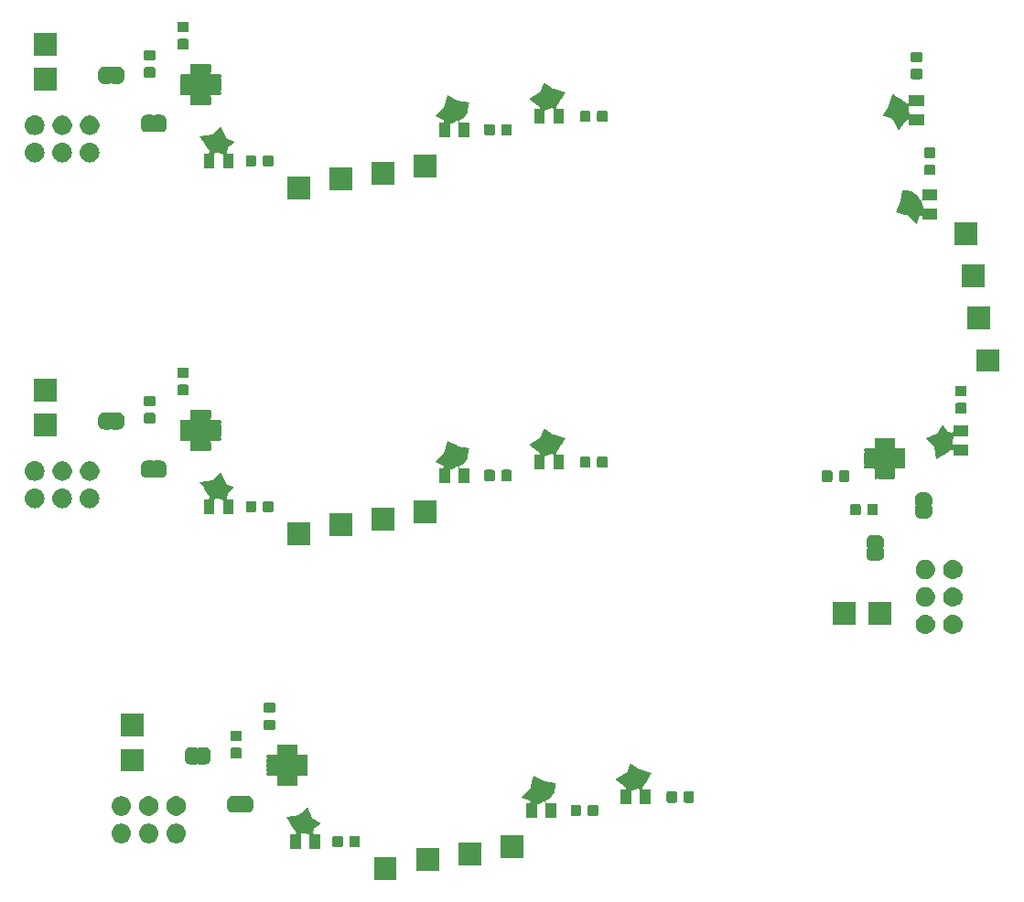
<source format=gbs>
%MOIN*%
%OFA0B0*%
%FSLAX46Y46*%
%IPPOS*%
%LPD*%
%ADD10C,0.0039370078740157488*%
%ADD21C,0.0039370078740157488*%
%ADD22C,0.0039370078740157488*%
%ADD23C,0.0039370078740157488*%
D10*
G36*
X0001286784Y0002738149D02*
G01*
X0001204028Y0002738149D01*
X0001204028Y0002820905D01*
X0001286784Y0002820905D01*
X0001286784Y0002738149D01*
X0001286784Y0002738149D01*
G37*
G36*
X0001440546Y0002772401D02*
G01*
X0001357790Y0002772401D01*
X0001357790Y0002855157D01*
X0001440546Y0002855157D01*
X0001440546Y0002772401D01*
X0001440546Y0002772401D01*
G37*
G36*
X0001594308Y0002790905D02*
G01*
X0001511552Y0002790905D01*
X0001511552Y0002873661D01*
X0001594308Y0002873661D01*
X0001594308Y0002790905D01*
X0001594308Y0002790905D01*
G37*
G36*
X0001748070Y0002818070D02*
G01*
X0001665314Y0002818070D01*
X0001665314Y0002900826D01*
X0001748070Y0002900826D01*
X0001748070Y0002818070D01*
X0001748070Y0002818070D01*
G37*
G36*
X0000961115Y0003004511D02*
G01*
X0000961115Y0003004511D01*
X0000978821Y0002963447D01*
X0000979288Y0002962603D01*
X0000979911Y0002961866D01*
X0000980665Y0002961265D01*
X0000981117Y0002961005D01*
X0001010629Y0002946062D01*
X0001010400Y0002945881D01*
X0000987639Y0002927893D01*
X0000986945Y0002927223D01*
X0000986394Y0002926431D01*
X0000986009Y0002925547D01*
X0000985865Y0002924997D01*
X0000983114Y0002911240D01*
X0000983018Y0002910280D01*
X0000983112Y0002909320D01*
X0000983391Y0002908397D01*
X0000983845Y0002907545D01*
X0000984456Y0002906799D01*
X0000985201Y0002906186D01*
X0000986051Y0002905730D01*
X0000986974Y0002905449D01*
X0000987939Y0002905354D01*
X0001008444Y0002905354D01*
X0001008444Y0002851338D01*
X0000969429Y0002851338D01*
X0000969429Y0002899869D01*
X0000969334Y0002900829D01*
X0000969054Y0002901752D01*
X0000968599Y0002902603D01*
X0000967987Y0002903349D01*
X0000967242Y0002903961D01*
X0000966391Y0002904416D01*
X0000965467Y0002904696D01*
X0000964507Y0002904790D01*
X0000964196Y0002904756D01*
X0000963857Y0002904749D01*
X0000963779Y0002904724D01*
X0000952752Y0002906968D01*
X0000944347Y0002908679D01*
X0000943387Y0002908778D01*
X0000942427Y0002908688D01*
X0000941503Y0002908412D01*
X0000940650Y0002907961D01*
X0000939901Y0002907352D01*
X0000939286Y0002906609D01*
X0000938827Y0002905760D01*
X0000938543Y0002904838D01*
X0000938444Y0002903857D01*
X0000938444Y0002851338D01*
X0000899429Y0002851338D01*
X0000899429Y0002905354D01*
X0000915843Y0002905354D01*
X0000916804Y0002905448D01*
X0000917727Y0002905728D01*
X0000918578Y0002906183D01*
X0000919323Y0002906795D01*
X0000919935Y0002907541D01*
X0000920390Y0002908392D01*
X0000920670Y0002909315D01*
X0000920765Y0002910275D01*
X0000920670Y0002911235D01*
X0000920390Y0002912158D01*
X0000919935Y0002913009D01*
X0000919628Y0002913350D01*
X0000919654Y0002913370D01*
X0000919337Y0002913770D01*
X0000919291Y0002913779D01*
X0000903577Y0002938921D01*
X0000903508Y0002939029D01*
X0000898970Y0002945881D01*
X0000884251Y0002968110D01*
X0000930678Y0002975340D01*
X0000931612Y0002975581D01*
X0000932481Y0002976000D01*
X0000933424Y0002976747D01*
X0000939267Y0002982669D01*
X0000961023Y0003004724D01*
X0000961115Y0003004511D01*
X0000961115Y0003004511D01*
G37*
G36*
X0001146834Y0002898894D02*
G01*
X0001148172Y0002898488D01*
X0001149405Y0002897829D01*
X0001150485Y0002896942D01*
X0001151372Y0002895861D01*
X0001152031Y0002894628D01*
X0001152437Y0002893290D01*
X0001152598Y0002891657D01*
X0001152598Y0002865035D01*
X0001152437Y0002863401D01*
X0001152031Y0002862064D01*
X0001151372Y0002860831D01*
X0001150485Y0002859750D01*
X0001149405Y0002858863D01*
X0001148172Y0002858204D01*
X0001146834Y0002857798D01*
X0001145201Y0002857637D01*
X0001121531Y0002857637D01*
X0001119897Y0002857798D01*
X0001118560Y0002858204D01*
X0001117327Y0002858863D01*
X0001116246Y0002859750D01*
X0001115359Y0002860831D01*
X0001114700Y0002862064D01*
X0001114294Y0002863401D01*
X0001114133Y0002865035D01*
X0001114133Y0002891657D01*
X0001114294Y0002893290D01*
X0001114700Y0002894628D01*
X0001115359Y0002895861D01*
X0001116246Y0002896942D01*
X0001117327Y0002897829D01*
X0001118560Y0002898488D01*
X0001119897Y0002898894D01*
X0001121531Y0002899055D01*
X0001145201Y0002899055D01*
X0001146834Y0002898894D01*
X0001146834Y0002898894D01*
G37*
G36*
X0001084826Y0002898894D02*
G01*
X0001086164Y0002898488D01*
X0001087397Y0002897829D01*
X0001088477Y0002896942D01*
X0001089364Y0002895861D01*
X0001090023Y0002894628D01*
X0001090429Y0002893290D01*
X0001090590Y0002891657D01*
X0001090590Y0002865035D01*
X0001090429Y0002863401D01*
X0001090023Y0002862064D01*
X0001089364Y0002860831D01*
X0001088477Y0002859750D01*
X0001087397Y0002858863D01*
X0001086164Y0002858204D01*
X0001084826Y0002857798D01*
X0001083193Y0002857637D01*
X0001059523Y0002857637D01*
X0001057890Y0002857798D01*
X0001056552Y0002858204D01*
X0001055319Y0002858863D01*
X0001054238Y0002859750D01*
X0001053351Y0002860831D01*
X0001052692Y0002862064D01*
X0001052286Y0002863401D01*
X0001052125Y0002865035D01*
X0001052125Y0002891657D01*
X0001052286Y0002893290D01*
X0001052692Y0002894628D01*
X0001053351Y0002895861D01*
X0001054238Y0002896942D01*
X0001055319Y0002897829D01*
X0001056552Y0002898488D01*
X0001057890Y0002898894D01*
X0001059523Y0002899055D01*
X0001083193Y0002899055D01*
X0001084826Y0002898894D01*
X0001084826Y0002898894D01*
G37*
G36*
X0000487812Y0002943089D02*
G01*
X0000490418Y0002942833D01*
X0000497104Y0002940804D01*
X0000503267Y0002937510D01*
X0000504674Y0002936356D01*
X0000508668Y0002933078D01*
X0000511946Y0002929083D01*
X0000513101Y0002927676D01*
X0000516395Y0002921514D01*
X0000518423Y0002914827D01*
X0000519108Y0002907874D01*
X0000518423Y0002900920D01*
X0000516395Y0002894233D01*
X0000513101Y0002888071D01*
X0000511946Y0002886664D01*
X0000508668Y0002882669D01*
X0000504674Y0002879391D01*
X0000503267Y0002878237D01*
X0000497104Y0002874943D01*
X0000490418Y0002872914D01*
X0000487812Y0002872658D01*
X0000485207Y0002872401D01*
X0000481722Y0002872401D01*
X0000479116Y0002872658D01*
X0000476510Y0002872914D01*
X0000469824Y0002874943D01*
X0000463661Y0002878237D01*
X0000462254Y0002879391D01*
X0000458260Y0002882669D01*
X0000454982Y0002886664D01*
X0000453827Y0002888071D01*
X0000450533Y0002894233D01*
X0000448505Y0002900920D01*
X0000447820Y0002907874D01*
X0000448505Y0002914827D01*
X0000450533Y0002921514D01*
X0000453827Y0002927676D01*
X0000454982Y0002929083D01*
X0000458260Y0002933078D01*
X0000462254Y0002936356D01*
X0000463661Y0002937510D01*
X0000469824Y0002940804D01*
X0000476510Y0002942833D01*
X0000479116Y0002943089D01*
X0000481722Y0002943346D01*
X0000485207Y0002943346D01*
X0000487812Y0002943089D01*
X0000487812Y0002943089D01*
G37*
G36*
X0000387812Y0002943089D02*
G01*
X0000390418Y0002942833D01*
X0000397104Y0002940804D01*
X0000403267Y0002937510D01*
X0000404674Y0002936356D01*
X0000408668Y0002933078D01*
X0000411946Y0002929083D01*
X0000413101Y0002927676D01*
X0000416395Y0002921514D01*
X0000418423Y0002914827D01*
X0000419108Y0002907874D01*
X0000418423Y0002900920D01*
X0000416395Y0002894233D01*
X0000413101Y0002888071D01*
X0000411946Y0002886664D01*
X0000408668Y0002882669D01*
X0000404674Y0002879391D01*
X0000403267Y0002878237D01*
X0000397104Y0002874943D01*
X0000390418Y0002872914D01*
X0000387812Y0002872658D01*
X0000385207Y0002872401D01*
X0000381722Y0002872401D01*
X0000379116Y0002872658D01*
X0000376510Y0002872914D01*
X0000369824Y0002874943D01*
X0000363661Y0002878237D01*
X0000362254Y0002879391D01*
X0000358260Y0002882669D01*
X0000354982Y0002886664D01*
X0000353827Y0002888071D01*
X0000350533Y0002894233D01*
X0000348505Y0002900920D01*
X0000347820Y0002907874D01*
X0000348505Y0002914827D01*
X0000350533Y0002921514D01*
X0000353827Y0002927676D01*
X0000354982Y0002929083D01*
X0000358260Y0002933078D01*
X0000362254Y0002936356D01*
X0000363661Y0002937510D01*
X0000369824Y0002940804D01*
X0000376510Y0002942833D01*
X0000379116Y0002943089D01*
X0000381722Y0002943346D01*
X0000385207Y0002943346D01*
X0000387812Y0002943089D01*
X0000387812Y0002943089D01*
G37*
G36*
X0000287812Y0002943089D02*
G01*
X0000290418Y0002942833D01*
X0000297104Y0002940804D01*
X0000303267Y0002937510D01*
X0000304674Y0002936356D01*
X0000308668Y0002933078D01*
X0000311946Y0002929083D01*
X0000313101Y0002927676D01*
X0000316395Y0002921514D01*
X0000318423Y0002914827D01*
X0000319108Y0002907874D01*
X0000318423Y0002900920D01*
X0000316395Y0002894233D01*
X0000313101Y0002888071D01*
X0000311946Y0002886664D01*
X0000308668Y0002882669D01*
X0000304674Y0002879391D01*
X0000303267Y0002878237D01*
X0000297104Y0002874943D01*
X0000290418Y0002872914D01*
X0000287812Y0002872658D01*
X0000285207Y0002872401D01*
X0000281722Y0002872401D01*
X0000279116Y0002872658D01*
X0000276510Y0002872914D01*
X0000269824Y0002874943D01*
X0000263661Y0002878237D01*
X0000262254Y0002879391D01*
X0000258260Y0002882669D01*
X0000254982Y0002886664D01*
X0000253827Y0002888071D01*
X0000250533Y0002894233D01*
X0000248505Y0002900920D01*
X0000247820Y0002907874D01*
X0000248505Y0002914827D01*
X0000250533Y0002921514D01*
X0000253827Y0002927676D01*
X0000254982Y0002929083D01*
X0000258260Y0002933078D01*
X0000262254Y0002936356D01*
X0000263661Y0002937510D01*
X0000269824Y0002940804D01*
X0000276510Y0002942833D01*
X0000279116Y0002943089D01*
X0000281722Y0002943346D01*
X0000285207Y0002943346D01*
X0000287812Y0002943089D01*
X0000287812Y0002943089D01*
G37*
G36*
X0001823777Y0003099182D02*
G01*
X0001824926Y0003098816D01*
X0001866455Y0003091054D01*
X0001864715Y0003081051D01*
X0001860461Y0003056592D01*
X0001860156Y0003054834D01*
X0001859990Y0003054594D01*
X0001846120Y0003034560D01*
X0001846120Y0003034560D01*
X0001845982Y0003034361D01*
X0001838910Y0003031128D01*
X0001832366Y0003028137D01*
X0001831532Y0003027651D01*
X0001830809Y0003027013D01*
X0001830225Y0003026246D01*
X0001829801Y0003025379D01*
X0001829554Y0003024446D01*
X0001829494Y0003023483D01*
X0001829623Y0003022527D01*
X0001829937Y0003021615D01*
X0001830422Y0003020781D01*
X0001831060Y0003020058D01*
X0001831828Y0003019473D01*
X0001832694Y0003019049D01*
X0001833627Y0003018803D01*
X0001834412Y0003018740D01*
X0001867106Y0003018740D01*
X0001867106Y0002964724D01*
X0001828090Y0002964724D01*
X0001828090Y0003018521D01*
X0001827995Y0003019481D01*
X0001827715Y0003020404D01*
X0001827261Y0003021255D01*
X0001826649Y0003022001D01*
X0001825903Y0003022613D01*
X0001825052Y0003023068D01*
X0001824129Y0003023348D01*
X0001823169Y0003023442D01*
X0001822209Y0003023348D01*
X0001821123Y0003022997D01*
X0001805143Y0003015692D01*
X0001804644Y0003015463D01*
X0001804253Y0003015614D01*
X0001803790Y0003015791D01*
X0001802859Y0003016047D01*
X0001801897Y0003016116D01*
X0001800940Y0003015996D01*
X0001800024Y0003015692D01*
X0001799186Y0003015215D01*
X0001798457Y0003014583D01*
X0001797864Y0003013822D01*
X0001797432Y0003012959D01*
X0001797177Y0003012029D01*
X0001797106Y0003011196D01*
X0001797106Y0002964724D01*
X0001758090Y0002964724D01*
X0001758090Y0003018740D01*
X0001769538Y0003018740D01*
X0001770498Y0003018834D01*
X0001771421Y0003019114D01*
X0001772272Y0003019569D01*
X0001773018Y0003020181D01*
X0001773630Y0003020927D01*
X0001774084Y0003021778D01*
X0001774364Y0003022701D01*
X0001774459Y0003023661D01*
X0001774364Y0003024621D01*
X0001774084Y0003025544D01*
X0001773630Y0003026395D01*
X0001773018Y0003027141D01*
X0001772272Y0003027753D01*
X0001771301Y0003028256D01*
X0001742271Y0003039393D01*
X0001742271Y0003039393D01*
X0001742045Y0003039479D01*
X0001773894Y0003074014D01*
X0001774476Y0003074784D01*
X0001775035Y0003076094D01*
X0001776327Y0003080986D01*
X0001785746Y0003116645D01*
X0001823777Y0003099182D01*
X0001823777Y0003099182D01*
G37*
G36*
X0002015338Y0003012280D02*
G01*
X0002016675Y0003011874D01*
X0002017909Y0003011215D01*
X0002018989Y0003010328D01*
X0002019876Y0003009247D01*
X0002020535Y0003008014D01*
X0002020941Y0003006676D01*
X0002021102Y0003005043D01*
X0002021102Y0002978420D01*
X0002020941Y0002976787D01*
X0002020535Y0002975450D01*
X0002019876Y0002974216D01*
X0002018989Y0002973136D01*
X0002017909Y0002972249D01*
X0002016675Y0002971590D01*
X0002015338Y0002971184D01*
X0002013705Y0002971023D01*
X0001990035Y0002971023D01*
X0001988401Y0002971184D01*
X0001987064Y0002971590D01*
X0001985831Y0002972249D01*
X0001984750Y0002973136D01*
X0001983863Y0002974216D01*
X0001983204Y0002975450D01*
X0001982798Y0002976787D01*
X0001982637Y0002978420D01*
X0001982637Y0003005043D01*
X0001982798Y0003006676D01*
X0001983204Y0003008014D01*
X0001983863Y0003009247D01*
X0001984750Y0003010328D01*
X0001985831Y0003011215D01*
X0001987064Y0003011874D01*
X0001988401Y0003012280D01*
X0001990035Y0003012440D01*
X0002013705Y0003012440D01*
X0002015338Y0003012280D01*
X0002015338Y0003012280D01*
G37*
G36*
X0001953330Y0003012280D02*
G01*
X0001954668Y0003011874D01*
X0001955901Y0003011215D01*
X0001956981Y0003010328D01*
X0001957868Y0003009247D01*
X0001958527Y0003008014D01*
X0001958933Y0003006676D01*
X0001959094Y0003005043D01*
X0001959094Y0002978420D01*
X0001958933Y0002976787D01*
X0001958527Y0002975450D01*
X0001957868Y0002974216D01*
X0001956981Y0002973136D01*
X0001955901Y0002972249D01*
X0001954668Y0002971590D01*
X0001953330Y0002971184D01*
X0001951697Y0002971023D01*
X0001928027Y0002971023D01*
X0001926394Y0002971184D01*
X0001925056Y0002971590D01*
X0001923823Y0002972249D01*
X0001922742Y0002973136D01*
X0001921855Y0002974216D01*
X0001921196Y0002975450D01*
X0001920790Y0002976787D01*
X0001920629Y0002978420D01*
X0001920629Y0003005043D01*
X0001920790Y0003006676D01*
X0001921196Y0003008014D01*
X0001921855Y0003009247D01*
X0001922742Y0003010328D01*
X0001923823Y0003011215D01*
X0001925056Y0003011874D01*
X0001926394Y0003012280D01*
X0001928027Y0003012440D01*
X0001951697Y0003012440D01*
X0001953330Y0003012280D01*
X0001953330Y0003012280D01*
G37*
G36*
X0000487933Y0003043152D02*
G01*
X0000493811Y0003041983D01*
X0000500267Y0003039309D01*
X0000506076Y0003035427D01*
X0000511017Y0003030486D01*
X0000514899Y0003024676D01*
X0000517573Y0003018220D01*
X0000518937Y0003011367D01*
X0000518937Y0003004380D01*
X0000517573Y0002997527D01*
X0000514899Y0002991071D01*
X0000511017Y0002985261D01*
X0000506076Y0002980320D01*
X0000500267Y0002976438D01*
X0000493811Y0002973764D01*
X0000488178Y0002972644D01*
X0000486958Y0002972401D01*
X0000479970Y0002972401D01*
X0000478750Y0002972644D01*
X0000473117Y0002973764D01*
X0000466662Y0002976438D01*
X0000460852Y0002980320D01*
X0000455911Y0002985261D01*
X0000452029Y0002991071D01*
X0000449355Y0002997527D01*
X0000447992Y0003004380D01*
X0000447992Y0003011367D01*
X0000449355Y0003018220D01*
X0000452029Y0003024676D01*
X0000455911Y0003030486D01*
X0000460852Y0003035427D01*
X0000466662Y0003039309D01*
X0000473117Y0003041983D01*
X0000478995Y0003043152D01*
X0000479970Y0003043346D01*
X0000486958Y0003043346D01*
X0000487933Y0003043152D01*
X0000487933Y0003043152D01*
G37*
G36*
X0000387933Y0003043152D02*
G01*
X0000393811Y0003041983D01*
X0000400267Y0003039309D01*
X0000406076Y0003035427D01*
X0000411017Y0003030486D01*
X0000414899Y0003024676D01*
X0000417573Y0003018220D01*
X0000418936Y0003011367D01*
X0000418936Y0003004380D01*
X0000417573Y0002997527D01*
X0000414899Y0002991071D01*
X0000411017Y0002985261D01*
X0000406076Y0002980320D01*
X0000400267Y0002976438D01*
X0000393811Y0002973764D01*
X0000388178Y0002972644D01*
X0000386958Y0002972401D01*
X0000379970Y0002972401D01*
X0000378750Y0002972644D01*
X0000373117Y0002973764D01*
X0000366662Y0002976438D01*
X0000360852Y0002980320D01*
X0000355911Y0002985261D01*
X0000352029Y0002991071D01*
X0000349355Y0002997527D01*
X0000347992Y0003004380D01*
X0000347992Y0003011367D01*
X0000349355Y0003018220D01*
X0000352029Y0003024676D01*
X0000355911Y0003030486D01*
X0000360852Y0003035427D01*
X0000366662Y0003039309D01*
X0000373117Y0003041983D01*
X0000378995Y0003043152D01*
X0000379970Y0003043346D01*
X0000386958Y0003043346D01*
X0000387933Y0003043152D01*
X0000387933Y0003043152D01*
G37*
G36*
X0000287812Y0003043089D02*
G01*
X0000290418Y0003042833D01*
X0000297104Y0003040804D01*
X0000297105Y0003040804D01*
X0000299584Y0003039479D01*
X0000303267Y0003037510D01*
X0000304674Y0003036356D01*
X0000308668Y0003033078D01*
X0000311946Y0003029083D01*
X0000313101Y0003027676D01*
X0000316395Y0003021514D01*
X0000318423Y0003014827D01*
X0000319108Y0003007874D01*
X0000318423Y0003000920D01*
X0000316395Y0002994233D01*
X0000313101Y0002988071D01*
X0000312903Y0002987830D01*
X0000308668Y0002982669D01*
X0000305806Y0002980320D01*
X0000303267Y0002978237D01*
X0000303267Y0002978237D01*
X0000298316Y0002975590D01*
X0000297104Y0002974943D01*
X0000290418Y0002972914D01*
X0000287812Y0002972658D01*
X0000285207Y0002972401D01*
X0000281722Y0002972401D01*
X0000279116Y0002972658D01*
X0000276510Y0002972914D01*
X0000269824Y0002974943D01*
X0000268613Y0002975590D01*
X0000263661Y0002978237D01*
X0000263661Y0002978237D01*
X0000261122Y0002980320D01*
X0000258260Y0002982669D01*
X0000254025Y0002987830D01*
X0000253827Y0002988071D01*
X0000250533Y0002994233D01*
X0000248505Y0003000920D01*
X0000247820Y0003007874D01*
X0000248505Y0003014827D01*
X0000250533Y0003021514D01*
X0000253827Y0003027676D01*
X0000254982Y0003029083D01*
X0000258260Y0003033078D01*
X0000262254Y0003036356D01*
X0000263661Y0003037510D01*
X0000267345Y0003039479D01*
X0000269824Y0003040804D01*
X0000269824Y0003040804D01*
X0000276510Y0003042833D01*
X0000279116Y0003043089D01*
X0000281722Y0003043346D01*
X0000285207Y0003043346D01*
X0000287812Y0003043089D01*
X0000287812Y0003043089D01*
G37*
G36*
X0000711417Y0003046073D02*
G01*
X0000711795Y0003045958D01*
X0000712144Y0003045772D01*
X0000712450Y0003045521D01*
X0000712852Y0003045031D01*
X0000713125Y0003044623D01*
X0000713807Y0003043940D01*
X0000714609Y0003043404D01*
X0000715500Y0003043035D01*
X0000716446Y0003042847D01*
X0000717411Y0003042847D01*
X0000718357Y0003043035D01*
X0000719249Y0003043405D01*
X0000720051Y0003043941D01*
X0000720733Y0003044623D01*
X0000721006Y0003045031D01*
X0000721407Y0003045521D01*
X0000721713Y0003045772D01*
X0000722062Y0003045958D01*
X0000722440Y0003046073D01*
X0000723076Y0003046135D01*
X0000742277Y0003046135D01*
X0000742999Y0003046064D01*
X0000743482Y0003046041D01*
X0000744207Y0003046041D01*
X0000745084Y0003045954D01*
X0000748394Y0003045296D01*
X0000749238Y0003045040D01*
X0000752356Y0003043748D01*
X0000752570Y0003043634D01*
X0000752571Y0003043634D01*
X0000752920Y0003043447D01*
X0000752920Y0003043447D01*
X0000753134Y0003043333D01*
X0000755940Y0003041457D01*
X0000756622Y0003040898D01*
X0000759008Y0003038511D01*
X0000759568Y0003037830D01*
X0000761443Y0003035024D01*
X0000761557Y0003034809D01*
X0000761557Y0003034809D01*
X0000761744Y0003034460D01*
X0000761744Y0003034460D01*
X0000761859Y0003034246D01*
X0000763150Y0003031128D01*
X0000763406Y0003030284D01*
X0000764064Y0003026974D01*
X0000764151Y0003026097D01*
X0000764151Y0003025372D01*
X0000764175Y0003024889D01*
X0000764246Y0003024167D01*
X0000764246Y0003004966D01*
X0000764175Y0003004244D01*
X0000764151Y0003003761D01*
X0000764151Y0003003036D01*
X0000764064Y0003002159D01*
X0000763406Y0002998849D01*
X0000763150Y0002998005D01*
X0000761859Y0002994887D01*
X0000761744Y0002994673D01*
X0000761744Y0002994672D01*
X0000761557Y0002994324D01*
X0000761557Y0002994323D01*
X0000761443Y0002994109D01*
X0000759568Y0002991303D01*
X0000759008Y0002990621D01*
X0000756622Y0002988235D01*
X0000755940Y0002987676D01*
X0000753134Y0002985800D01*
X0000752920Y0002985686D01*
X0000752920Y0002985686D01*
X0000752571Y0002985499D01*
X0000752570Y0002985499D01*
X0000752356Y0002985385D01*
X0000749238Y0002984093D01*
X0000748394Y0002983837D01*
X0000745084Y0002983179D01*
X0000744207Y0002983092D01*
X0000743482Y0002983092D01*
X0000742999Y0002983069D01*
X0000742278Y0002982997D01*
X0000723076Y0002982997D01*
X0000722440Y0002983060D01*
X0000722062Y0002983175D01*
X0000721713Y0002983361D01*
X0000721407Y0002983612D01*
X0000721005Y0002984102D01*
X0000720733Y0002984510D01*
X0000720050Y0002985192D01*
X0000719248Y0002985728D01*
X0000718357Y0002986098D01*
X0000717411Y0002986286D01*
X0000716446Y0002986286D01*
X0000715500Y0002986097D01*
X0000714609Y0002985728D01*
X0000713807Y0002985192D01*
X0000713124Y0002984510D01*
X0000712852Y0002984102D01*
X0000712450Y0002983612D01*
X0000712144Y0002983361D01*
X0000711795Y0002983175D01*
X0000711417Y0002983060D01*
X0000710781Y0002982997D01*
X0000691580Y0002982997D01*
X0000690858Y0002983069D01*
X0000690375Y0002983092D01*
X0000689650Y0002983092D01*
X0000688773Y0002983179D01*
X0000685463Y0002983837D01*
X0000684619Y0002984093D01*
X0000681501Y0002985385D01*
X0000681287Y0002985499D01*
X0000681287Y0002985499D01*
X0000680938Y0002985686D01*
X0000680938Y0002985686D01*
X0000680723Y0002985800D01*
X0000677917Y0002987676D01*
X0000677236Y0002988235D01*
X0000674849Y0002990621D01*
X0000674290Y0002991303D01*
X0000672414Y0002994109D01*
X0000672300Y0002994323D01*
X0000672300Y0002994324D01*
X0000672113Y0002994672D01*
X0000672113Y0002994673D01*
X0000671999Y0002994887D01*
X0000670707Y0002998005D01*
X0000670451Y0002998849D01*
X0000669793Y0003002159D01*
X0000669706Y0003003036D01*
X0000669706Y0003003761D01*
X0000669683Y0003004244D01*
X0000669612Y0003004966D01*
X0000669612Y0003024167D01*
X0000669683Y0003024889D01*
X0000669706Y0003025372D01*
X0000669706Y0003026097D01*
X0000669793Y0003026974D01*
X0000670451Y0003030284D01*
X0000670707Y0003031128D01*
X0000671999Y0003034246D01*
X0000672113Y0003034460D01*
X0000672113Y0003034460D01*
X0000672300Y0003034809D01*
X0000672300Y0003034809D01*
X0000672414Y0003035024D01*
X0000674290Y0003037830D01*
X0000674849Y0003038511D01*
X0000677236Y0003040898D01*
X0000677917Y0003041457D01*
X0000680723Y0003043333D01*
X0000680938Y0003043447D01*
X0000680938Y0003043447D01*
X0000681287Y0003043634D01*
X0000681287Y0003043634D01*
X0000681501Y0003043748D01*
X0000684619Y0003045040D01*
X0000685463Y0003045296D01*
X0000688773Y0003045954D01*
X0000689650Y0003046041D01*
X0000690375Y0003046041D01*
X0000690858Y0003046064D01*
X0000691580Y0003046135D01*
X0000710781Y0003046135D01*
X0000711417Y0003046073D01*
X0000711417Y0003046073D01*
G37*
G36*
X0002139599Y0003164398D02*
G01*
X0002139599Y0003164398D01*
X0002146883Y0003159044D01*
X0002166990Y0003144267D01*
X0002171385Y0003141037D01*
X0002172214Y0003140545D01*
X0002172831Y0003140306D01*
X0002215815Y0003126873D01*
X0002216141Y0003126771D01*
X0002205919Y0003110799D01*
X0002197244Y0003097244D01*
X0002197242Y0003097242D01*
X0002182854Y0003074737D01*
X0002182417Y0003073877D01*
X0002182155Y0003072948D01*
X0002182080Y0003071987D01*
X0002182194Y0003071029D01*
X0002182493Y0003070111D01*
X0002182965Y0003069270D01*
X0002183592Y0003068537D01*
X0002184349Y0003067940D01*
X0002185209Y0003067502D01*
X0002186138Y0003067241D01*
X0002187000Y0003067165D01*
X0002211988Y0003067165D01*
X0002211988Y0003013149D01*
X0002172972Y0003013149D01*
X0002172972Y0003065126D01*
X0002172877Y0003066086D01*
X0002172597Y0003067009D01*
X0002172143Y0003067860D01*
X0002171531Y0003068606D01*
X0002170785Y0003069218D01*
X0002169934Y0003069673D01*
X0002169011Y0003069953D01*
X0002168051Y0003070047D01*
X0002166988Y0003069931D01*
X0002156178Y0003067539D01*
X0002145846Y0003065254D01*
X0002144929Y0003064954D01*
X0002144088Y0003064481D01*
X0002143355Y0003063853D01*
X0002142760Y0003063095D01*
X0002142323Y0003062234D01*
X0002142063Y0003061305D01*
X0002141988Y0003060449D01*
X0002141988Y0003013149D01*
X0002102972Y0003013149D01*
X0002102972Y0003067165D01*
X0002118717Y0003067165D01*
X0002119677Y0003067259D01*
X0002120600Y0003067539D01*
X0002121451Y0003067994D01*
X0002122197Y0003068606D01*
X0002122809Y0003069352D01*
X0002123264Y0003070203D01*
X0002123544Y0003071126D01*
X0002123638Y0003072086D01*
X0002123544Y0003073046D01*
X0002123264Y0003073969D01*
X0002122809Y0003074820D01*
X0002122197Y0003075566D01*
X0002121800Y0003075922D01*
X0002121586Y0003076094D01*
X0002115498Y0003080986D01*
X0002115202Y0003081206D01*
X0002082677Y0003103543D01*
X0002082934Y0003103694D01*
X0002122220Y0003126736D01*
X0002123000Y0003127304D01*
X0002123654Y0003128012D01*
X0002124258Y0003129054D01*
X0002139275Y0003164344D01*
X0002139275Y0003164344D01*
X0002139370Y0003164566D01*
X0002139599Y0003164398D01*
X0002139599Y0003164398D01*
G37*
G36*
X0002364550Y0003060705D02*
G01*
X0002365888Y0003060299D01*
X0002367121Y0003059640D01*
X0002368202Y0003058753D01*
X0002369089Y0003057672D01*
X0002369748Y0003056439D01*
X0002370154Y0003055102D01*
X0002370314Y0003053468D01*
X0002370314Y0003026846D01*
X0002370154Y0003025212D01*
X0002369748Y0003023875D01*
X0002369089Y0003022642D01*
X0002368202Y0003021561D01*
X0002367121Y0003020674D01*
X0002365888Y0003020015D01*
X0002364550Y0003019609D01*
X0002362917Y0003019448D01*
X0002339247Y0003019448D01*
X0002337614Y0003019609D01*
X0002336276Y0003020015D01*
X0002335043Y0003020674D01*
X0002333963Y0003021561D01*
X0002333076Y0003022642D01*
X0002332417Y0003023875D01*
X0002332011Y0003025212D01*
X0002331850Y0003026846D01*
X0002331850Y0003053468D01*
X0002332011Y0003055102D01*
X0002332417Y0003056439D01*
X0002333076Y0003057672D01*
X0002333963Y0003058753D01*
X0002335043Y0003059640D01*
X0002336276Y0003060299D01*
X0002337614Y0003060705D01*
X0002339247Y0003060866D01*
X0002362917Y0003060866D01*
X0002364550Y0003060705D01*
X0002364550Y0003060705D01*
G37*
G36*
X0002302542Y0003060705D02*
G01*
X0002303880Y0003060299D01*
X0002305113Y0003059640D01*
X0002306194Y0003058753D01*
X0002307081Y0003057672D01*
X0002307740Y0003056439D01*
X0002308146Y0003055102D01*
X0002308307Y0003053468D01*
X0002308307Y0003026846D01*
X0002308146Y0003025212D01*
X0002307740Y0003023875D01*
X0002307081Y0003022642D01*
X0002306194Y0003021561D01*
X0002305113Y0003020674D01*
X0002303880Y0003020015D01*
X0002302542Y0003019609D01*
X0002300909Y0003019448D01*
X0002277239Y0003019448D01*
X0002275606Y0003019609D01*
X0002274268Y0003020015D01*
X0002273035Y0003020674D01*
X0002271955Y0003021561D01*
X0002271068Y0003022642D01*
X0002270409Y0003023875D01*
X0002270003Y0003025212D01*
X0002269842Y0003026846D01*
X0002269842Y0003053468D01*
X0002270003Y0003055102D01*
X0002270409Y0003056439D01*
X0002271068Y0003057672D01*
X0002271955Y0003058753D01*
X0002273035Y0003059640D01*
X0002274268Y0003060299D01*
X0002275606Y0003060705D01*
X0002277239Y0003060866D01*
X0002300909Y0003060866D01*
X0002302542Y0003060705D01*
X0002302542Y0003060705D01*
G37*
G36*
X0000858981Y0003230759D02*
G01*
X0000859005Y0003230757D01*
X0000859821Y0003230595D01*
X0000860545Y0003230295D01*
X0000860690Y0003230198D01*
X0000861541Y0003229743D01*
X0000862464Y0003229463D01*
X0000863424Y0003229368D01*
X0000864384Y0003229463D01*
X0000865307Y0003229743D01*
X0000866546Y0003230485D01*
X0000866736Y0003230641D01*
X0000866821Y0003230687D01*
X0000866912Y0003230714D01*
X0000867249Y0003230748D01*
X0000877632Y0003230748D01*
X0000877969Y0003230714D01*
X0000878132Y0003230665D01*
X0000878886Y0003230352D01*
X0000879832Y0003230164D01*
X0000880797Y0003230164D01*
X0000881743Y0003230352D01*
X0000882497Y0003230665D01*
X0000882660Y0003230714D01*
X0000882997Y0003230748D01*
X0000893380Y0003230748D01*
X0000893717Y0003230714D01*
X0000893880Y0003230665D01*
X0000894634Y0003230352D01*
X0000895580Y0003230164D01*
X0000896545Y0003230164D01*
X0000897491Y0003230352D01*
X0000898245Y0003230665D01*
X0000898408Y0003230714D01*
X0000898745Y0003230748D01*
X0000909128Y0003230748D01*
X0000909465Y0003230714D01*
X0000909556Y0003230687D01*
X0000909641Y0003230641D01*
X0000909831Y0003230485D01*
X0000910633Y0003229949D01*
X0000911524Y0003229580D01*
X0000912471Y0003229392D01*
X0000913435Y0003229392D01*
X0000914381Y0003229580D01*
X0000915687Y0003230198D01*
X0000915832Y0003230295D01*
X0000916556Y0003230595D01*
X0000917372Y0003230757D01*
X0000917396Y0003230759D01*
X0000917837Y0003230781D01*
X0000921532Y0003230781D01*
X0000921973Y0003230759D01*
X0000921997Y0003230757D01*
X0000922813Y0003230595D01*
X0000923537Y0003230295D01*
X0000924188Y0003229860D01*
X0000924742Y0003229306D01*
X0000925177Y0003228655D01*
X0000925477Y0003227931D01*
X0000925639Y0003227115D01*
X0000925641Y0003227091D01*
X0000925663Y0003226651D01*
X0000925663Y0003201329D01*
X0000925641Y0003200889D01*
X0000925639Y0003200865D01*
X0000925477Y0003200049D01*
X0000925176Y0003199322D01*
X0000924896Y0003198399D01*
X0000924801Y0003197439D01*
X0000924896Y0003196479D01*
X0000925176Y0003195555D01*
X0000925630Y0003194705D01*
X0000926242Y0003193959D01*
X0000926988Y0003193347D01*
X0000927839Y0003192892D01*
X0000928762Y0003192612D01*
X0000929722Y0003192518D01*
X0000930682Y0003192612D01*
X0000931605Y0003192892D01*
X0000932332Y0003193193D01*
X0000933148Y0003193356D01*
X0000933172Y0003193358D01*
X0000933613Y0003193380D01*
X0000958934Y0003193380D01*
X0000959375Y0003193358D01*
X0000959398Y0003193356D01*
X0000960214Y0003193193D01*
X0000960938Y0003192893D01*
X0000961590Y0003192458D01*
X0000962143Y0003191904D01*
X0000962578Y0003191253D01*
X0000962878Y0003190529D01*
X0000963041Y0003189713D01*
X0000963043Y0003189690D01*
X0000963065Y0003189249D01*
X0000963065Y0003185553D01*
X0000963043Y0003185113D01*
X0000963041Y0003185089D01*
X0000962878Y0003184273D01*
X0000962578Y0003183549D01*
X0000962481Y0003183404D01*
X0000962026Y0003182553D01*
X0000961746Y0003181630D01*
X0000961652Y0003180669D01*
X0000961746Y0003179709D01*
X0000962026Y0003178786D01*
X0000962769Y0003177547D01*
X0000962925Y0003177357D01*
X0000962970Y0003177273D01*
X0000962998Y0003177181D01*
X0000963031Y0003176844D01*
X0000963031Y0003166462D01*
X0000962998Y0003166125D01*
X0000962948Y0003165962D01*
X0000962636Y0003165208D01*
X0000962448Y0003164261D01*
X0000962448Y0003163297D01*
X0000962636Y0003162350D01*
X0000962948Y0003161596D01*
X0000962998Y0003161433D01*
X0000963031Y0003161096D01*
X0000963031Y0003150714D01*
X0000962998Y0003150377D01*
X0000962948Y0003150214D01*
X0000962636Y0003149460D01*
X0000962448Y0003148513D01*
X0000962448Y0003147549D01*
X0000962636Y0003146602D01*
X0000962948Y0003145848D01*
X0000962998Y0003145685D01*
X0000963031Y0003145348D01*
X0000963031Y0003134966D01*
X0000962998Y0003134629D01*
X0000962970Y0003134537D01*
X0000962925Y0003134453D01*
X0000962769Y0003134263D01*
X0000962233Y0003133460D01*
X0000961864Y0003132569D01*
X0000961676Y0003131623D01*
X0000961676Y0003130658D01*
X0000961864Y0003129712D01*
X0000962481Y0003128407D01*
X0000962578Y0003128261D01*
X0000962878Y0003127537D01*
X0000963041Y0003126721D01*
X0000963043Y0003126697D01*
X0000963065Y0003126257D01*
X0000963065Y0003122561D01*
X0000963043Y0003122121D01*
X0000963041Y0003122097D01*
X0000962878Y0003121281D01*
X0000962578Y0003120557D01*
X0000962143Y0003119906D01*
X0000961590Y0003119352D01*
X0000960938Y0003118917D01*
X0000960214Y0003118617D01*
X0000959398Y0003118455D01*
X0000959375Y0003118452D01*
X0000958934Y0003118431D01*
X0000933613Y0003118431D01*
X0000933172Y0003118452D01*
X0000933148Y0003118455D01*
X0000932332Y0003118617D01*
X0000931605Y0003118918D01*
X0000930682Y0003119198D01*
X0000929722Y0003119292D01*
X0000928762Y0003119198D01*
X0000927839Y0003118918D01*
X0000926988Y0003118463D01*
X0000926242Y0003117851D01*
X0000925630Y0003117105D01*
X0000925176Y0003116254D01*
X0000924896Y0003115331D01*
X0000924801Y0003114371D01*
X0000924896Y0003113411D01*
X0000925176Y0003112488D01*
X0000925477Y0003111761D01*
X0000925639Y0003110945D01*
X0000925641Y0003110921D01*
X0000925663Y0003110481D01*
X0000925663Y0003085159D01*
X0000925641Y0003084719D01*
X0000925639Y0003084695D01*
X0000925477Y0003083879D01*
X0000925177Y0003083155D01*
X0000924742Y0003082504D01*
X0000924188Y0003081950D01*
X0000923537Y0003081515D01*
X0000922813Y0003081215D01*
X0000921997Y0003081053D01*
X0000921973Y0003081051D01*
X0000921532Y0003081029D01*
X0000917837Y0003081029D01*
X0000917396Y0003081051D01*
X0000917372Y0003081053D01*
X0000916556Y0003081215D01*
X0000915832Y0003081515D01*
X0000915687Y0003081612D01*
X0000914836Y0003082067D01*
X0000913913Y0003082347D01*
X0000912953Y0003082442D01*
X0000911993Y0003082347D01*
X0000911070Y0003082067D01*
X0000909831Y0003081325D01*
X0000909641Y0003081169D01*
X0000909556Y0003081124D01*
X0000909465Y0003081096D01*
X0000909128Y0003081062D01*
X0000898745Y0003081062D01*
X0000898408Y0003081096D01*
X0000898245Y0003081145D01*
X0000897491Y0003081458D01*
X0000896545Y0003081646D01*
X0000895580Y0003081646D01*
X0000894634Y0003081458D01*
X0000893880Y0003081145D01*
X0000893717Y0003081096D01*
X0000893380Y0003081062D01*
X0000882997Y0003081062D01*
X0000882660Y0003081096D01*
X0000882497Y0003081145D01*
X0000881743Y0003081458D01*
X0000880797Y0003081646D01*
X0000879832Y0003081646D01*
X0000878886Y0003081458D01*
X0000878132Y0003081145D01*
X0000877969Y0003081096D01*
X0000877632Y0003081062D01*
X0000867249Y0003081062D01*
X0000866912Y0003081096D01*
X0000866821Y0003081124D01*
X0000866736Y0003081169D01*
X0000866546Y0003081325D01*
X0000865744Y0003081861D01*
X0000864853Y0003082230D01*
X0000863906Y0003082418D01*
X0000862942Y0003082418D01*
X0000861995Y0003082230D01*
X0000860690Y0003081612D01*
X0000860545Y0003081515D01*
X0000859821Y0003081215D01*
X0000859005Y0003081053D01*
X0000858981Y0003081051D01*
X0000858540Y0003081029D01*
X0000854844Y0003081029D01*
X0000854404Y0003081051D01*
X0000854380Y0003081053D01*
X0000853564Y0003081215D01*
X0000852840Y0003081515D01*
X0000852189Y0003081950D01*
X0000851635Y0003082504D01*
X0000851200Y0003083155D01*
X0000850900Y0003083879D01*
X0000850738Y0003084695D01*
X0000850736Y0003084719D01*
X0000850714Y0003085159D01*
X0000850714Y0003110481D01*
X0000850736Y0003110921D01*
X0000850738Y0003110945D01*
X0000850900Y0003111761D01*
X0000851201Y0003112488D01*
X0000851481Y0003113411D01*
X0000851576Y0003114371D01*
X0000851481Y0003115331D01*
X0000851201Y0003116255D01*
X0000850747Y0003117105D01*
X0000850134Y0003117851D01*
X0000849389Y0003118463D01*
X0000848538Y0003118918D01*
X0000847615Y0003119198D01*
X0000846655Y0003119292D01*
X0000845695Y0003119198D01*
X0000844772Y0003118918D01*
X0000844045Y0003118617D01*
X0000843229Y0003118455D01*
X0000843205Y0003118452D01*
X0000842764Y0003118431D01*
X0000817443Y0003118431D01*
X0000817002Y0003118452D01*
X0000816979Y0003118455D01*
X0000816162Y0003118617D01*
X0000815439Y0003118917D01*
X0000814787Y0003119352D01*
X0000814234Y0003119906D01*
X0000813799Y0003120557D01*
X0000813499Y0003121281D01*
X0000813336Y0003122097D01*
X0000813334Y0003122121D01*
X0000813312Y0003122561D01*
X0000813312Y0003126257D01*
X0000813334Y0003126697D01*
X0000813336Y0003126721D01*
X0000813499Y0003127537D01*
X0000813799Y0003128261D01*
X0000813896Y0003128407D01*
X0000814351Y0003129257D01*
X0000814631Y0003130181D01*
X0000814725Y0003131141D01*
X0000814631Y0003132101D01*
X0000814351Y0003133024D01*
X0000813608Y0003134263D01*
X0000813452Y0003134453D01*
X0000813407Y0003134537D01*
X0000813379Y0003134629D01*
X0000813346Y0003134966D01*
X0000813346Y0003145348D01*
X0000813379Y0003145685D01*
X0000813429Y0003145848D01*
X0000813741Y0003146602D01*
X0000813929Y0003147549D01*
X0000813929Y0003148513D01*
X0000813741Y0003149460D01*
X0000813429Y0003150214D01*
X0000813379Y0003150377D01*
X0000813346Y0003150714D01*
X0000813346Y0003161096D01*
X0000813379Y0003161433D01*
X0000813429Y0003161596D01*
X0000813741Y0003162351D01*
X0000813929Y0003163297D01*
X0000813929Y0003164261D01*
X0000813741Y0003165208D01*
X0000813429Y0003165962D01*
X0000813379Y0003166125D01*
X0000813346Y0003166462D01*
X0000813346Y0003176844D01*
X0000813379Y0003177181D01*
X0000813407Y0003177273D01*
X0000813452Y0003177357D01*
X0000813608Y0003177547D01*
X0000814144Y0003178350D01*
X0000814513Y0003179241D01*
X0000814701Y0003180187D01*
X0000814701Y0003181152D01*
X0000814513Y0003182098D01*
X0000813896Y0003183404D01*
X0000813799Y0003183549D01*
X0000813499Y0003184273D01*
X0000813336Y0003185089D01*
X0000813334Y0003185113D01*
X0000813312Y0003185553D01*
X0000813312Y0003189249D01*
X0000813334Y0003189690D01*
X0000813336Y0003189713D01*
X0000813499Y0003190529D01*
X0000813799Y0003191253D01*
X0000814234Y0003191904D01*
X0000814787Y0003192458D01*
X0000815439Y0003192893D01*
X0000816162Y0003193193D01*
X0000816979Y0003193356D01*
X0000817002Y0003193358D01*
X0000817443Y0003193380D01*
X0000842764Y0003193380D01*
X0000843205Y0003193358D01*
X0000843229Y0003193356D01*
X0000844045Y0003193193D01*
X0000844772Y0003192892D01*
X0000845695Y0003192612D01*
X0000846655Y0003192518D01*
X0000847615Y0003192612D01*
X0000848538Y0003192892D01*
X0000849389Y0003193347D01*
X0000850135Y0003193959D01*
X0000850747Y0003194705D01*
X0000851201Y0003195556D01*
X0000851481Y0003196479D01*
X0000851576Y0003197439D01*
X0000851481Y0003198399D01*
X0000851201Y0003199322D01*
X0000850900Y0003200049D01*
X0000850738Y0003200865D01*
X0000850736Y0003200889D01*
X0000850714Y0003201329D01*
X0000850714Y0003226651D01*
X0000850736Y0003227091D01*
X0000850738Y0003227115D01*
X0000850900Y0003227931D01*
X0000851200Y0003228655D01*
X0000851635Y0003229306D01*
X0000852189Y0003229860D01*
X0000852840Y0003230295D01*
X0000853564Y0003230595D01*
X0000854380Y0003230757D01*
X0000854404Y0003230759D01*
X0000854844Y0003230781D01*
X0000858540Y0003230781D01*
X0000858981Y0003230759D01*
X0000858981Y0003230759D01*
G37*
G36*
X0000364212Y0003133425D02*
G01*
X0000281456Y0003133425D01*
X0000281456Y0003216181D01*
X0000364212Y0003216181D01*
X0000364212Y0003133425D01*
X0000364212Y0003133425D01*
G37*
G36*
X0000556692Y0003222057D02*
G01*
X0000557071Y0003221942D01*
X0000557420Y0003221756D01*
X0000557725Y0003221505D01*
X0000558127Y0003221015D01*
X0000558400Y0003220607D01*
X0000559082Y0003219925D01*
X0000559885Y0003219389D01*
X0000560776Y0003219020D01*
X0000561722Y0003218831D01*
X0000562687Y0003218831D01*
X0000563633Y0003219020D01*
X0000564524Y0003219389D01*
X0000565326Y0003219925D01*
X0000566009Y0003220607D01*
X0000566281Y0003221015D01*
X0000566683Y0003221505D01*
X0000566989Y0003221756D01*
X0000567338Y0003221942D01*
X0000567716Y0003222057D01*
X0000568351Y0003222120D01*
X0000587553Y0003222120D01*
X0000588275Y0003222049D01*
X0000588757Y0003222025D01*
X0000589483Y0003222025D01*
X0000590360Y0003221938D01*
X0000593670Y0003221280D01*
X0000594514Y0003221024D01*
X0000597632Y0003219733D01*
X0000597846Y0003219618D01*
X0000597846Y0003219618D01*
X0000598195Y0003219431D01*
X0000598195Y0003219431D01*
X0000598410Y0003219317D01*
X0000601216Y0003217442D01*
X0000601897Y0003216882D01*
X0000604284Y0003214496D01*
X0000604843Y0003213814D01*
X0000606718Y0003211008D01*
X0000606833Y0003210794D01*
X0000606833Y0003210794D01*
X0000607019Y0003210445D01*
X0000607020Y0003210445D01*
X0000607134Y0003210230D01*
X0000608426Y0003207112D01*
X0000608682Y0003206269D01*
X0000609340Y0003202958D01*
X0000609426Y0003202081D01*
X0000609426Y0003201356D01*
X0000609450Y0003200873D01*
X0000609521Y0003200152D01*
X0000609521Y0003180950D01*
X0000609450Y0003180228D01*
X0000609426Y0003179746D01*
X0000609426Y0003179020D01*
X0000609340Y0003178143D01*
X0000608682Y0003174833D01*
X0000608426Y0003173989D01*
X0000607134Y0003170871D01*
X0000607020Y0003170657D01*
X0000607019Y0003170657D01*
X0000606833Y0003170308D01*
X0000606833Y0003170308D01*
X0000606718Y0003170093D01*
X0000604843Y0003167287D01*
X0000604284Y0003166606D01*
X0000601897Y0003164219D01*
X0000601216Y0003163660D01*
X0000598410Y0003161785D01*
X0000598195Y0003161670D01*
X0000598195Y0003161670D01*
X0000597846Y0003161483D01*
X0000597846Y0003161483D01*
X0000597632Y0003161369D01*
X0000594514Y0003160077D01*
X0000593670Y0003159821D01*
X0000590360Y0003159163D01*
X0000589483Y0003159077D01*
X0000588757Y0003159077D01*
X0000588275Y0003159053D01*
X0000587553Y0003158982D01*
X0000568351Y0003158982D01*
X0000567716Y0003159044D01*
X0000567338Y0003159159D01*
X0000566989Y0003159346D01*
X0000566683Y0003159596D01*
X0000566281Y0003160086D01*
X0000566008Y0003160495D01*
X0000565326Y0003161177D01*
X0000564524Y0003161713D01*
X0000563633Y0003162082D01*
X0000562686Y0003162270D01*
X0000561722Y0003162270D01*
X0000560775Y0003162082D01*
X0000559884Y0003161712D01*
X0000559082Y0003161176D01*
X0000558400Y0003160494D01*
X0000558127Y0003160086D01*
X0000557725Y0003159596D01*
X0000557420Y0003159346D01*
X0000557071Y0003159159D01*
X0000556692Y0003159044D01*
X0000556057Y0003158982D01*
X0000536855Y0003158982D01*
X0000536133Y0003159053D01*
X0000535651Y0003159077D01*
X0000534926Y0003159077D01*
X0000534049Y0003159163D01*
X0000530738Y0003159821D01*
X0000529895Y0003160077D01*
X0000526777Y0003161369D01*
X0000526562Y0003161483D01*
X0000526562Y0003161483D01*
X0000526213Y0003161670D01*
X0000526213Y0003161670D01*
X0000525999Y0003161785D01*
X0000523192Y0003163660D01*
X0000522511Y0003164219D01*
X0000520124Y0003166606D01*
X0000519565Y0003167287D01*
X0000517690Y0003170093D01*
X0000517576Y0003170308D01*
X0000517575Y0003170308D01*
X0000517389Y0003170657D01*
X0000517389Y0003170657D01*
X0000517274Y0003170871D01*
X0000515983Y0003173989D01*
X0000515727Y0003174833D01*
X0000515068Y0003178143D01*
X0000514982Y0003179020D01*
X0000514982Y0003179746D01*
X0000514958Y0003180228D01*
X0000514887Y0003180950D01*
X0000514887Y0003200152D01*
X0000514958Y0003200873D01*
X0000514982Y0003201356D01*
X0000514982Y0003202081D01*
X0000515068Y0003202958D01*
X0000515727Y0003206269D01*
X0000515983Y0003207112D01*
X0000517274Y0003210230D01*
X0000517389Y0003210445D01*
X0000517389Y0003210445D01*
X0000517575Y0003210794D01*
X0000517576Y0003210794D01*
X0000517690Y0003211008D01*
X0000519565Y0003213814D01*
X0000520124Y0003214496D01*
X0000522511Y0003216882D01*
X0000523192Y0003217442D01*
X0000525999Y0003219317D01*
X0000526213Y0003219431D01*
X0000526213Y0003219431D01*
X0000526562Y0003219618D01*
X0000526562Y0003219618D01*
X0000526777Y0003219733D01*
X0000529895Y0003221024D01*
X0000530738Y0003221280D01*
X0000534049Y0003221938D01*
X0000534926Y0003222025D01*
X0000535651Y0003222025D01*
X0000536133Y0003222049D01*
X0000536855Y0003222120D01*
X0000556057Y0003222120D01*
X0000556692Y0003222057D01*
X0000556692Y0003222057D01*
G37*
G36*
X0000716913Y0003219563D02*
G01*
X0000718250Y0003219157D01*
X0000719483Y0003218498D01*
X0000720564Y0003217611D01*
X0000721451Y0003216531D01*
X0000722110Y0003215297D01*
X0000722516Y0003213960D01*
X0000722677Y0003212327D01*
X0000722677Y0003188657D01*
X0000722516Y0003187023D01*
X0000722110Y0003185686D01*
X0000721451Y0003184453D01*
X0000720564Y0003183372D01*
X0000719483Y0003182485D01*
X0000718250Y0003181826D01*
X0000716913Y0003181420D01*
X0000715279Y0003181259D01*
X0000688657Y0003181259D01*
X0000687023Y0003181420D01*
X0000685686Y0003181826D01*
X0000684453Y0003182485D01*
X0000683372Y0003183372D01*
X0000682485Y0003184453D01*
X0000681826Y0003185686D01*
X0000681420Y0003187023D01*
X0000681259Y0003188657D01*
X0000681259Y0003212327D01*
X0000681420Y0003213960D01*
X0000681826Y0003215297D01*
X0000682485Y0003216531D01*
X0000683372Y0003217611D01*
X0000684453Y0003218498D01*
X0000685686Y0003219157D01*
X0000687023Y0003219563D01*
X0000688657Y0003219724D01*
X0000715279Y0003219724D01*
X0000716913Y0003219563D01*
X0000716913Y0003219563D01*
G37*
G36*
X0000716913Y0003281571D02*
G01*
X0000718250Y0003281165D01*
X0000719483Y0003280506D01*
X0000720564Y0003279619D01*
X0000721451Y0003278538D01*
X0000722110Y0003277305D01*
X0000722516Y0003275968D01*
X0000722677Y0003274335D01*
X0000722677Y0003250664D01*
X0000722516Y0003249031D01*
X0000722110Y0003247694D01*
X0000721451Y0003246461D01*
X0000720564Y0003245380D01*
X0000719483Y0003244493D01*
X0000718250Y0003243834D01*
X0000716913Y0003243428D01*
X0000715279Y0003243267D01*
X0000688657Y0003243267D01*
X0000687023Y0003243428D01*
X0000685686Y0003243834D01*
X0000684453Y0003244493D01*
X0000683372Y0003245380D01*
X0000682485Y0003246461D01*
X0000681826Y0003247694D01*
X0000681420Y0003249031D01*
X0000681259Y0003250664D01*
X0000681259Y0003274335D01*
X0000681420Y0003275968D01*
X0000681826Y0003277305D01*
X0000682485Y0003278538D01*
X0000683372Y0003279619D01*
X0000684453Y0003280506D01*
X0000685686Y0003281165D01*
X0000687023Y0003281571D01*
X0000688657Y0003281732D01*
X0000715279Y0003281732D01*
X0000716913Y0003281571D01*
X0000716913Y0003281571D01*
G37*
G36*
X0000364212Y0003261771D02*
G01*
X0000281456Y0003261771D01*
X0000281456Y0003344527D01*
X0000364212Y0003344527D01*
X0000364212Y0003261771D01*
X0000364212Y0003261771D01*
G37*
G36*
X0000838566Y0003322713D02*
G01*
X0000839904Y0003322307D01*
X0000841137Y0003321648D01*
X0000842218Y0003320761D01*
X0000843104Y0003319680D01*
X0000843764Y0003318447D01*
X0000844169Y0003317109D01*
X0000844330Y0003315476D01*
X0000844330Y0003291806D01*
X0000844169Y0003290173D01*
X0000843764Y0003288835D01*
X0000843104Y0003287602D01*
X0000842218Y0003286522D01*
X0000841137Y0003285635D01*
X0000839904Y0003284976D01*
X0000838566Y0003284570D01*
X0000836933Y0003284409D01*
X0000810310Y0003284409D01*
X0000808677Y0003284570D01*
X0000807339Y0003284976D01*
X0000806106Y0003285635D01*
X0000805026Y0003286522D01*
X0000804139Y0003287602D01*
X0000803480Y0003288835D01*
X0000803074Y0003290173D01*
X0000802913Y0003291806D01*
X0000802913Y0003315476D01*
X0000803074Y0003317109D01*
X0000803480Y0003318447D01*
X0000804139Y0003319680D01*
X0000805026Y0003320761D01*
X0000806106Y0003321648D01*
X0000807339Y0003322307D01*
X0000808677Y0003322713D01*
X0000810310Y0003322874D01*
X0000836933Y0003322874D01*
X0000838566Y0003322713D01*
X0000838566Y0003322713D01*
G37*
G36*
X0000838566Y0003384721D02*
G01*
X0000839904Y0003384315D01*
X0000841137Y0003383656D01*
X0000842218Y0003382769D01*
X0000843104Y0003381688D01*
X0000843764Y0003380455D01*
X0000844169Y0003379117D01*
X0000844330Y0003377484D01*
X0000844330Y0003353814D01*
X0000844169Y0003352181D01*
X0000843764Y0003350843D01*
X0000843104Y0003349610D01*
X0000842218Y0003348529D01*
X0000841137Y0003347643D01*
X0000839904Y0003346983D01*
X0000838566Y0003346578D01*
X0000836933Y0003346417D01*
X0000810310Y0003346417D01*
X0000808677Y0003346578D01*
X0000807339Y0003346983D01*
X0000806106Y0003347643D01*
X0000805026Y0003348529D01*
X0000804139Y0003349610D01*
X0000803480Y0003350843D01*
X0000803074Y0003352181D01*
X0000802913Y0003353814D01*
X0000802913Y0003377484D01*
X0000803074Y0003379117D01*
X0000803480Y0003380455D01*
X0000804139Y0003381688D01*
X0000805026Y0003382769D01*
X0000806106Y0003383656D01*
X0000807339Y0003384315D01*
X0000808677Y0003384721D01*
X0000810310Y0003384881D01*
X0000836933Y0003384881D01*
X0000838566Y0003384721D01*
X0000838566Y0003384721D01*
G37*
G04 next file*
G04 #@! TF.GenerationSoftware,KiCad,Pcbnew,(5.1.0)-1*
G04 #@! TF.CreationDate,2019-07-24T00:39:13-06:00*
G04 #@! TF.ProjectId,twinkletwinkie,7477696e-6b6c-4657-9477-696e6b69652e,rev?*
G04 #@! TF.SameCoordinates,PX89e92d0PY44794c0*
G04 #@! TF.FileFunction,Soldermask,Bot*
G04 #@! TF.FilePolarity,Negative*
G04 Gerber Fmt 4.6, Leading zero omitted, Abs format (unit mm)*
G04 Created by KiCad (PCBNEW (5.1.0)-1) date 2019-07-24 00:39:13*
G04 APERTURE LIST*
G04 APERTURE END LIST*
D21*
G36*
X0001286784Y0001478307D02*
G01*
X0001204028Y0001478307D01*
X0001204028Y0001561062D01*
X0001286784Y0001561062D01*
X0001286784Y0001478307D01*
X0001286784Y0001478307D01*
G37*
G36*
X0001440546Y0001512559D02*
G01*
X0001357790Y0001512559D01*
X0001357790Y0001595314D01*
X0001440546Y0001595314D01*
X0001440546Y0001512559D01*
X0001440546Y0001512559D01*
G37*
G36*
X0001594308Y0001531062D02*
G01*
X0001511552Y0001531062D01*
X0001511552Y0001613818D01*
X0001594308Y0001613818D01*
X0001594308Y0001531062D01*
X0001594308Y0001531062D01*
G37*
G36*
X0001748070Y0001558228D02*
G01*
X0001665314Y0001558228D01*
X0001665314Y0001640984D01*
X0001748070Y0001640984D01*
X0001748070Y0001558228D01*
X0001748070Y0001558228D01*
G37*
G36*
X0000961115Y0001744668D02*
G01*
X0000961115Y0001744668D01*
X0000978821Y0001703605D01*
X0000979288Y0001702761D01*
X0000979911Y0001702024D01*
X0000980665Y0001701423D01*
X0000981117Y0001701163D01*
X0001010629Y0001686220D01*
X0001010400Y0001686039D01*
X0000987639Y0001668050D01*
X0000986945Y0001667381D01*
X0000986394Y0001666589D01*
X0000986009Y0001665704D01*
X0000985865Y0001665155D01*
X0000983114Y0001651398D01*
X0000983018Y0001650438D01*
X0000983112Y0001649477D01*
X0000983391Y0001648554D01*
X0000983845Y0001647703D01*
X0000984456Y0001646956D01*
X0000985201Y0001646344D01*
X0000986051Y0001645888D01*
X0000986974Y0001645607D01*
X0000987939Y0001645511D01*
X0001008444Y0001645511D01*
X0001008444Y0001591496D01*
X0000969429Y0001591496D01*
X0000969429Y0001640027D01*
X0000969334Y0001640987D01*
X0000969054Y0001641910D01*
X0000968599Y0001642761D01*
X0000967987Y0001643507D01*
X0000967242Y0001644119D01*
X0000966391Y0001644573D01*
X0000965467Y0001644853D01*
X0000964507Y0001644948D01*
X0000964196Y0001644914D01*
X0000963857Y0001644907D01*
X0000963779Y0001644881D01*
X0000952752Y0001647126D01*
X0000944347Y0001648837D01*
X0000943387Y0001648935D01*
X0000942427Y0001648845D01*
X0000941503Y0001648569D01*
X0000940650Y0001648118D01*
X0000939901Y0001647509D01*
X0000939286Y0001646766D01*
X0000938827Y0001645918D01*
X0000938543Y0001644996D01*
X0000938444Y0001644014D01*
X0000938444Y0001591496D01*
X0000899429Y0001591496D01*
X0000899429Y0001645511D01*
X0000915843Y0001645511D01*
X0000916804Y0001645606D01*
X0000917727Y0001645886D01*
X0000918578Y0001646341D01*
X0000919323Y0001646953D01*
X0000919935Y0001647698D01*
X0000920390Y0001648549D01*
X0000920670Y0001649472D01*
X0000920765Y0001650433D01*
X0000920670Y0001651393D01*
X0000920390Y0001652316D01*
X0000919935Y0001653167D01*
X0000919628Y0001653507D01*
X0000919654Y0001653527D01*
X0000919337Y0001653927D01*
X0000919291Y0001653937D01*
X0000903577Y0001679078D01*
X0000903508Y0001679186D01*
X0000898970Y0001686039D01*
X0000884251Y0001708267D01*
X0000930678Y0001715498D01*
X0000931612Y0001715739D01*
X0000932481Y0001716157D01*
X0000933424Y0001716904D01*
X0000939267Y0001722827D01*
X0000961023Y0001744881D01*
X0000961115Y0001744668D01*
X0000961115Y0001744668D01*
G37*
G36*
X0001146834Y0001639051D02*
G01*
X0001148172Y0001638645D01*
X0001149405Y0001637986D01*
X0001150485Y0001637099D01*
X0001151372Y0001636019D01*
X0001152031Y0001634786D01*
X0001152437Y0001633448D01*
X0001152598Y0001631815D01*
X0001152598Y0001605192D01*
X0001152437Y0001603559D01*
X0001152031Y0001602221D01*
X0001151372Y0001600988D01*
X0001150485Y0001599907D01*
X0001149405Y0001599021D01*
X0001148172Y0001598361D01*
X0001146834Y0001597956D01*
X0001145201Y0001597795D01*
X0001121531Y0001597795D01*
X0001119897Y0001597956D01*
X0001118560Y0001598361D01*
X0001117327Y0001599021D01*
X0001116246Y0001599907D01*
X0001115359Y0001600988D01*
X0001114700Y0001602221D01*
X0001114294Y0001603559D01*
X0001114133Y0001605192D01*
X0001114133Y0001631815D01*
X0001114294Y0001633448D01*
X0001114700Y0001634786D01*
X0001115359Y0001636019D01*
X0001116246Y0001637099D01*
X0001117327Y0001637986D01*
X0001118560Y0001638645D01*
X0001119897Y0001639051D01*
X0001121531Y0001639212D01*
X0001145201Y0001639212D01*
X0001146834Y0001639051D01*
X0001146834Y0001639051D01*
G37*
G36*
X0001084826Y0001639051D02*
G01*
X0001086164Y0001638645D01*
X0001087397Y0001637986D01*
X0001088477Y0001637099D01*
X0001089364Y0001636019D01*
X0001090023Y0001634786D01*
X0001090429Y0001633448D01*
X0001090590Y0001631815D01*
X0001090590Y0001605192D01*
X0001090429Y0001603559D01*
X0001090023Y0001602221D01*
X0001089364Y0001600988D01*
X0001088477Y0001599907D01*
X0001087397Y0001599021D01*
X0001086164Y0001598361D01*
X0001084826Y0001597956D01*
X0001083193Y0001597795D01*
X0001059523Y0001597795D01*
X0001057890Y0001597956D01*
X0001056552Y0001598361D01*
X0001055319Y0001599021D01*
X0001054238Y0001599907D01*
X0001053351Y0001600988D01*
X0001052692Y0001602221D01*
X0001052286Y0001603559D01*
X0001052125Y0001605192D01*
X0001052125Y0001631815D01*
X0001052286Y0001633448D01*
X0001052692Y0001634786D01*
X0001053351Y0001636019D01*
X0001054238Y0001637099D01*
X0001055319Y0001637986D01*
X0001056552Y0001638645D01*
X0001057890Y0001639051D01*
X0001059523Y0001639212D01*
X0001083193Y0001639212D01*
X0001084826Y0001639051D01*
X0001084826Y0001639051D01*
G37*
G36*
X0000487812Y0001683247D02*
G01*
X0000490418Y0001682990D01*
X0000497104Y0001680962D01*
X0000503267Y0001677668D01*
X0000504674Y0001676513D01*
X0000508668Y0001673235D01*
X0000511946Y0001669241D01*
X0000513101Y0001667834D01*
X0000516395Y0001661671D01*
X0000518423Y0001654985D01*
X0000519108Y0001648031D01*
X0000518423Y0001641077D01*
X0000516395Y0001634391D01*
X0000513101Y0001628228D01*
X0000511946Y0001626821D01*
X0000508668Y0001622827D01*
X0000504674Y0001619549D01*
X0000503267Y0001618394D01*
X0000497104Y0001615100D01*
X0000490418Y0001613072D01*
X0000487812Y0001612815D01*
X0000485207Y0001612559D01*
X0000481722Y0001612559D01*
X0000479116Y0001612815D01*
X0000476510Y0001613072D01*
X0000469824Y0001615100D01*
X0000463661Y0001618394D01*
X0000462254Y0001619549D01*
X0000458260Y0001622827D01*
X0000454982Y0001626821D01*
X0000453827Y0001628228D01*
X0000450533Y0001634391D01*
X0000448505Y0001641077D01*
X0000447820Y0001648031D01*
X0000448505Y0001654985D01*
X0000450533Y0001661671D01*
X0000453827Y0001667834D01*
X0000454982Y0001669241D01*
X0000458260Y0001673235D01*
X0000462254Y0001676513D01*
X0000463661Y0001677668D01*
X0000469824Y0001680962D01*
X0000476510Y0001682990D01*
X0000479116Y0001683247D01*
X0000481722Y0001683503D01*
X0000485207Y0001683503D01*
X0000487812Y0001683247D01*
X0000487812Y0001683247D01*
G37*
G36*
X0000387812Y0001683247D02*
G01*
X0000390418Y0001682990D01*
X0000397104Y0001680962D01*
X0000403267Y0001677668D01*
X0000404674Y0001676513D01*
X0000408668Y0001673235D01*
X0000411946Y0001669241D01*
X0000413101Y0001667834D01*
X0000416395Y0001661671D01*
X0000418423Y0001654985D01*
X0000419108Y0001648031D01*
X0000418423Y0001641077D01*
X0000416395Y0001634391D01*
X0000413101Y0001628228D01*
X0000411946Y0001626821D01*
X0000408668Y0001622827D01*
X0000404674Y0001619549D01*
X0000403267Y0001618394D01*
X0000397104Y0001615100D01*
X0000390418Y0001613072D01*
X0000387812Y0001612815D01*
X0000385207Y0001612559D01*
X0000381722Y0001612559D01*
X0000379116Y0001612815D01*
X0000376510Y0001613072D01*
X0000369824Y0001615100D01*
X0000363661Y0001618394D01*
X0000362254Y0001619549D01*
X0000358260Y0001622827D01*
X0000354982Y0001626821D01*
X0000353827Y0001628228D01*
X0000350533Y0001634391D01*
X0000348505Y0001641077D01*
X0000347820Y0001648031D01*
X0000348505Y0001654985D01*
X0000350533Y0001661671D01*
X0000353827Y0001667834D01*
X0000354982Y0001669241D01*
X0000358260Y0001673235D01*
X0000362254Y0001676513D01*
X0000363661Y0001677668D01*
X0000369824Y0001680962D01*
X0000376510Y0001682990D01*
X0000379116Y0001683247D01*
X0000381722Y0001683503D01*
X0000385207Y0001683503D01*
X0000387812Y0001683247D01*
X0000387812Y0001683247D01*
G37*
G36*
X0000287812Y0001683247D02*
G01*
X0000290418Y0001682990D01*
X0000297104Y0001680962D01*
X0000303267Y0001677668D01*
X0000304674Y0001676513D01*
X0000308668Y0001673235D01*
X0000311946Y0001669241D01*
X0000313101Y0001667834D01*
X0000316395Y0001661671D01*
X0000318423Y0001654985D01*
X0000319108Y0001648031D01*
X0000318423Y0001641077D01*
X0000316395Y0001634391D01*
X0000313101Y0001628228D01*
X0000311946Y0001626821D01*
X0000308668Y0001622827D01*
X0000304674Y0001619549D01*
X0000303267Y0001618394D01*
X0000297104Y0001615100D01*
X0000290418Y0001613072D01*
X0000287812Y0001612815D01*
X0000285207Y0001612559D01*
X0000281722Y0001612559D01*
X0000279116Y0001612815D01*
X0000276510Y0001613072D01*
X0000269824Y0001615100D01*
X0000263661Y0001618394D01*
X0000262254Y0001619549D01*
X0000258260Y0001622827D01*
X0000254982Y0001626821D01*
X0000253827Y0001628228D01*
X0000250533Y0001634391D01*
X0000248505Y0001641077D01*
X0000247820Y0001648031D01*
X0000248505Y0001654985D01*
X0000250533Y0001661671D01*
X0000253827Y0001667834D01*
X0000254982Y0001669241D01*
X0000258260Y0001673235D01*
X0000262254Y0001676513D01*
X0000263661Y0001677668D01*
X0000269824Y0001680962D01*
X0000276510Y0001682990D01*
X0000279116Y0001683247D01*
X0000281722Y0001683503D01*
X0000285207Y0001683503D01*
X0000287812Y0001683247D01*
X0000287812Y0001683247D01*
G37*
G36*
X0001823777Y0001839339D02*
G01*
X0001824926Y0001838974D01*
X0001866455Y0001831212D01*
X0001864715Y0001821208D01*
X0001860461Y0001796749D01*
X0001860156Y0001794991D01*
X0001859990Y0001794751D01*
X0001846120Y0001774717D01*
X0001846120Y0001774717D01*
X0001845982Y0001774519D01*
X0001838910Y0001771285D01*
X0001832366Y0001768294D01*
X0001831532Y0001767809D01*
X0001830809Y0001767170D01*
X0001830225Y0001766403D01*
X0001829801Y0001765536D01*
X0001829554Y0001764604D01*
X0001829494Y0001763641D01*
X0001829623Y0001762685D01*
X0001829937Y0001761772D01*
X0001830422Y0001760938D01*
X0001831060Y0001760215D01*
X0001831828Y0001759631D01*
X0001832694Y0001759207D01*
X0001833627Y0001758960D01*
X0001834412Y0001758897D01*
X0001867106Y0001758897D01*
X0001867106Y0001704881D01*
X0001828090Y0001704881D01*
X0001828090Y0001758678D01*
X0001827995Y0001759639D01*
X0001827715Y0001760562D01*
X0001827261Y0001761413D01*
X0001826649Y0001762158D01*
X0001825903Y0001762770D01*
X0001825052Y0001763225D01*
X0001824129Y0001763505D01*
X0001823169Y0001763600D01*
X0001822209Y0001763505D01*
X0001821123Y0001763154D01*
X0001805143Y0001755849D01*
X0001804644Y0001755621D01*
X0001804253Y0001755771D01*
X0001803790Y0001755949D01*
X0001802859Y0001756204D01*
X0001801897Y0001756273D01*
X0001800940Y0001756154D01*
X0001800024Y0001755849D01*
X0001799186Y0001755372D01*
X0001798457Y0001754741D01*
X0001797864Y0001753979D01*
X0001797432Y0001753117D01*
X0001797177Y0001752186D01*
X0001797106Y0001751354D01*
X0001797106Y0001704881D01*
X0001758090Y0001704881D01*
X0001758090Y0001758897D01*
X0001769538Y0001758897D01*
X0001770498Y0001758992D01*
X0001771421Y0001759272D01*
X0001772272Y0001759727D01*
X0001773018Y0001760339D01*
X0001773630Y0001761084D01*
X0001774084Y0001761935D01*
X0001774364Y0001762858D01*
X0001774459Y0001763818D01*
X0001774364Y0001764778D01*
X0001774084Y0001765702D01*
X0001773630Y0001766552D01*
X0001773018Y0001767298D01*
X0001772272Y0001767910D01*
X0001771301Y0001768413D01*
X0001742271Y0001779550D01*
X0001742271Y0001779550D01*
X0001742045Y0001779637D01*
X0001773894Y0001814172D01*
X0001774476Y0001814941D01*
X0001775035Y0001816251D01*
X0001776327Y0001821143D01*
X0001785746Y0001856802D01*
X0001823777Y0001839339D01*
X0001823777Y0001839339D01*
G37*
G36*
X0002015338Y0001752437D02*
G01*
X0002016675Y0001752031D01*
X0002017909Y0001751372D01*
X0002018989Y0001750485D01*
X0002019876Y0001749405D01*
X0002020535Y0001748172D01*
X0002020941Y0001746834D01*
X0002021102Y0001745201D01*
X0002021102Y0001718578D01*
X0002020941Y0001716945D01*
X0002020535Y0001715607D01*
X0002019876Y0001714374D01*
X0002018989Y0001713293D01*
X0002017909Y0001712406D01*
X0002016675Y0001711747D01*
X0002015338Y0001711341D01*
X0002013705Y0001711181D01*
X0001990035Y0001711181D01*
X0001988401Y0001711341D01*
X0001987064Y0001711747D01*
X0001985831Y0001712406D01*
X0001984750Y0001713293D01*
X0001983863Y0001714374D01*
X0001983204Y0001715607D01*
X0001982798Y0001716945D01*
X0001982637Y0001718578D01*
X0001982637Y0001745201D01*
X0001982798Y0001746834D01*
X0001983204Y0001748172D01*
X0001983863Y0001749405D01*
X0001984750Y0001750485D01*
X0001985831Y0001751372D01*
X0001987064Y0001752031D01*
X0001988401Y0001752437D01*
X0001990035Y0001752598D01*
X0002013705Y0001752598D01*
X0002015338Y0001752437D01*
X0002015338Y0001752437D01*
G37*
G36*
X0001953330Y0001752437D02*
G01*
X0001954668Y0001752031D01*
X0001955901Y0001751372D01*
X0001956981Y0001750485D01*
X0001957868Y0001749405D01*
X0001958527Y0001748172D01*
X0001958933Y0001746834D01*
X0001959094Y0001745201D01*
X0001959094Y0001718578D01*
X0001958933Y0001716945D01*
X0001958527Y0001715607D01*
X0001957868Y0001714374D01*
X0001956981Y0001713293D01*
X0001955901Y0001712406D01*
X0001954668Y0001711747D01*
X0001953330Y0001711341D01*
X0001951697Y0001711181D01*
X0001928027Y0001711181D01*
X0001926394Y0001711341D01*
X0001925056Y0001711747D01*
X0001923823Y0001712406D01*
X0001922742Y0001713293D01*
X0001921855Y0001714374D01*
X0001921196Y0001715607D01*
X0001920790Y0001716945D01*
X0001920629Y0001718578D01*
X0001920629Y0001745201D01*
X0001920790Y0001746834D01*
X0001921196Y0001748172D01*
X0001921855Y0001749405D01*
X0001922742Y0001750485D01*
X0001923823Y0001751372D01*
X0001925056Y0001752031D01*
X0001926394Y0001752437D01*
X0001928027Y0001752598D01*
X0001951697Y0001752598D01*
X0001953330Y0001752437D01*
X0001953330Y0001752437D01*
G37*
G36*
X0000487933Y0001783309D02*
G01*
X0000493811Y0001782140D01*
X0000500267Y0001779466D01*
X0000506076Y0001775584D01*
X0000511017Y0001770643D01*
X0000514899Y0001764834D01*
X0000517573Y0001758378D01*
X0000518937Y0001751525D01*
X0000518937Y0001744537D01*
X0000517573Y0001737684D01*
X0000514899Y0001731228D01*
X0000511017Y0001725419D01*
X0000506076Y0001720478D01*
X0000500267Y0001716596D01*
X0000493811Y0001713922D01*
X0000488178Y0001712801D01*
X0000486958Y0001712559D01*
X0000479970Y0001712559D01*
X0000478750Y0001712801D01*
X0000473117Y0001713922D01*
X0000466662Y0001716596D01*
X0000460852Y0001720478D01*
X0000455911Y0001725419D01*
X0000452029Y0001731228D01*
X0000449355Y0001737684D01*
X0000447992Y0001744537D01*
X0000447992Y0001751525D01*
X0000449355Y0001758378D01*
X0000452029Y0001764834D01*
X0000455911Y0001770643D01*
X0000460852Y0001775584D01*
X0000466662Y0001779466D01*
X0000473117Y0001782140D01*
X0000478995Y0001783309D01*
X0000479970Y0001783503D01*
X0000486958Y0001783503D01*
X0000487933Y0001783309D01*
X0000487933Y0001783309D01*
G37*
G36*
X0000387933Y0001783309D02*
G01*
X0000393811Y0001782140D01*
X0000400267Y0001779466D01*
X0000406076Y0001775584D01*
X0000411017Y0001770643D01*
X0000414899Y0001764834D01*
X0000417573Y0001758378D01*
X0000418936Y0001751525D01*
X0000418936Y0001744537D01*
X0000417573Y0001737684D01*
X0000414899Y0001731228D01*
X0000411017Y0001725419D01*
X0000406076Y0001720478D01*
X0000400267Y0001716596D01*
X0000393811Y0001713922D01*
X0000388178Y0001712801D01*
X0000386958Y0001712559D01*
X0000379970Y0001712559D01*
X0000378750Y0001712801D01*
X0000373117Y0001713922D01*
X0000366662Y0001716596D01*
X0000360852Y0001720478D01*
X0000355911Y0001725419D01*
X0000352029Y0001731228D01*
X0000349355Y0001737684D01*
X0000347992Y0001744537D01*
X0000347992Y0001751525D01*
X0000349355Y0001758378D01*
X0000352029Y0001764834D01*
X0000355911Y0001770643D01*
X0000360852Y0001775584D01*
X0000366662Y0001779466D01*
X0000373117Y0001782140D01*
X0000378995Y0001783309D01*
X0000379970Y0001783503D01*
X0000386958Y0001783503D01*
X0000387933Y0001783309D01*
X0000387933Y0001783309D01*
G37*
G36*
X0000287812Y0001783247D02*
G01*
X0000290418Y0001782990D01*
X0000297104Y0001780962D01*
X0000297105Y0001780962D01*
X0000299584Y0001779637D01*
X0000303267Y0001777668D01*
X0000304674Y0001776513D01*
X0000308668Y0001773235D01*
X0000311946Y0001769241D01*
X0000313101Y0001767834D01*
X0000316395Y0001761671D01*
X0000318423Y0001754985D01*
X0000319108Y0001748031D01*
X0000318423Y0001741077D01*
X0000316395Y0001734391D01*
X0000313101Y0001728228D01*
X0000312903Y0001727987D01*
X0000308668Y0001722827D01*
X0000305806Y0001720478D01*
X0000303267Y0001718394D01*
X0000303267Y0001718394D01*
X0000298316Y0001715748D01*
X0000297104Y0001715100D01*
X0000290418Y0001713072D01*
X0000287812Y0001712815D01*
X0000285207Y0001712559D01*
X0000281722Y0001712559D01*
X0000279116Y0001712815D01*
X0000276510Y0001713072D01*
X0000269824Y0001715100D01*
X0000268613Y0001715748D01*
X0000263661Y0001718394D01*
X0000263661Y0001718394D01*
X0000261122Y0001720478D01*
X0000258260Y0001722827D01*
X0000254025Y0001727987D01*
X0000253827Y0001728228D01*
X0000250533Y0001734391D01*
X0000248505Y0001741077D01*
X0000247820Y0001748031D01*
X0000248505Y0001754985D01*
X0000250533Y0001761671D01*
X0000253827Y0001767834D01*
X0000254982Y0001769241D01*
X0000258260Y0001773235D01*
X0000262254Y0001776513D01*
X0000263661Y0001777668D01*
X0000267345Y0001779637D01*
X0000269824Y0001780962D01*
X0000269824Y0001780962D01*
X0000276510Y0001782990D01*
X0000279116Y0001783247D01*
X0000281722Y0001783503D01*
X0000285207Y0001783503D01*
X0000287812Y0001783247D01*
X0000287812Y0001783247D01*
G37*
G36*
X0000711417Y0001786230D02*
G01*
X0000711795Y0001786116D01*
X0000712144Y0001785929D01*
X0000712450Y0001785678D01*
X0000712852Y0001785188D01*
X0000713125Y0001784780D01*
X0000713807Y0001784098D01*
X0000714609Y0001783562D01*
X0000715500Y0001783193D01*
X0000716446Y0001783005D01*
X0000717411Y0001783005D01*
X0000718357Y0001783193D01*
X0000719249Y0001783562D01*
X0000720051Y0001784098D01*
X0000720733Y0001784780D01*
X0000721006Y0001785189D01*
X0000721407Y0001785678D01*
X0000721713Y0001785929D01*
X0000722062Y0001786116D01*
X0000722440Y0001786230D01*
X0000723076Y0001786293D01*
X0000742277Y0001786293D01*
X0000742999Y0001786222D01*
X0000743482Y0001786198D01*
X0000744207Y0001786198D01*
X0000745084Y0001786112D01*
X0000748394Y0001785453D01*
X0000749238Y0001785197D01*
X0000752356Y0001783906D01*
X0000752570Y0001783791D01*
X0000752571Y0001783791D01*
X0000752920Y0001783605D01*
X0000752920Y0001783605D01*
X0000753134Y0001783490D01*
X0000755940Y0001781615D01*
X0000756622Y0001781056D01*
X0000759008Y0001778669D01*
X0000759568Y0001777988D01*
X0000761443Y0001775181D01*
X0000761557Y0001774967D01*
X0000761557Y0001774967D01*
X0000761744Y0001774618D01*
X0000761744Y0001774618D01*
X0000761859Y0001774403D01*
X0000763150Y0001771285D01*
X0000763406Y0001770442D01*
X0000764064Y0001767131D01*
X0000764151Y0001766254D01*
X0000764151Y0001765529D01*
X0000764175Y0001765047D01*
X0000764246Y0001764325D01*
X0000764246Y0001745123D01*
X0000764175Y0001744401D01*
X0000764151Y0001743919D01*
X0000764151Y0001743194D01*
X0000764064Y0001742316D01*
X0000763406Y0001739006D01*
X0000763150Y0001738162D01*
X0000761859Y0001735044D01*
X0000761744Y0001734830D01*
X0000761744Y0001734830D01*
X0000761557Y0001734481D01*
X0000761557Y0001734481D01*
X0000761443Y0001734267D01*
X0000759568Y0001731460D01*
X0000759008Y0001730779D01*
X0000756622Y0001728392D01*
X0000755940Y0001727833D01*
X0000753134Y0001725958D01*
X0000752920Y0001725843D01*
X0000752920Y0001725843D01*
X0000752571Y0001725657D01*
X0000752570Y0001725657D01*
X0000752356Y0001725542D01*
X0000749238Y0001724250D01*
X0000748394Y0001723995D01*
X0000745084Y0001723336D01*
X0000744207Y0001723250D01*
X0000743482Y0001723250D01*
X0000742999Y0001723226D01*
X0000742278Y0001723155D01*
X0000723076Y0001723155D01*
X0000722440Y0001723217D01*
X0000722062Y0001723332D01*
X0000721713Y0001723519D01*
X0000721407Y0001723770D01*
X0000721005Y0001724260D01*
X0000720733Y0001724668D01*
X0000720050Y0001725350D01*
X0000719248Y0001725886D01*
X0000718357Y0001726255D01*
X0000717411Y0001726443D01*
X0000716446Y0001726443D01*
X0000715500Y0001726255D01*
X0000714609Y0001725886D01*
X0000713807Y0001725350D01*
X0000713124Y0001724668D01*
X0000712852Y0001724259D01*
X0000712450Y0001723770D01*
X0000712144Y0001723519D01*
X0000711795Y0001723332D01*
X0000711417Y0001723217D01*
X0000710781Y0001723155D01*
X0000691580Y0001723155D01*
X0000690858Y0001723226D01*
X0000690375Y0001723250D01*
X0000689650Y0001723250D01*
X0000688773Y0001723336D01*
X0000685463Y0001723995D01*
X0000684619Y0001724250D01*
X0000681501Y0001725542D01*
X0000681287Y0001725657D01*
X0000681287Y0001725657D01*
X0000680938Y0001725843D01*
X0000680938Y0001725843D01*
X0000680723Y0001725958D01*
X0000677917Y0001727833D01*
X0000677236Y0001728392D01*
X0000674849Y0001730779D01*
X0000674290Y0001731460D01*
X0000672414Y0001734267D01*
X0000672300Y0001734481D01*
X0000672300Y0001734481D01*
X0000672113Y0001734830D01*
X0000672113Y0001734830D01*
X0000671999Y0001735044D01*
X0000670707Y0001738162D01*
X0000670451Y0001739006D01*
X0000669793Y0001742316D01*
X0000669706Y0001743194D01*
X0000669706Y0001743919D01*
X0000669683Y0001744401D01*
X0000669612Y0001745123D01*
X0000669612Y0001764325D01*
X0000669683Y0001765047D01*
X0000669706Y0001765529D01*
X0000669706Y0001766254D01*
X0000669793Y0001767131D01*
X0000670451Y0001770442D01*
X0000670707Y0001771285D01*
X0000671999Y0001774403D01*
X0000672113Y0001774618D01*
X0000672113Y0001774618D01*
X0000672300Y0001774967D01*
X0000672300Y0001774967D01*
X0000672414Y0001775181D01*
X0000674290Y0001777988D01*
X0000674849Y0001778669D01*
X0000677236Y0001781056D01*
X0000677917Y0001781615D01*
X0000680723Y0001783490D01*
X0000680938Y0001783605D01*
X0000680938Y0001783605D01*
X0000681287Y0001783791D01*
X0000681287Y0001783791D01*
X0000681501Y0001783906D01*
X0000684619Y0001785197D01*
X0000685463Y0001785453D01*
X0000688773Y0001786112D01*
X0000689650Y0001786198D01*
X0000690375Y0001786198D01*
X0000690858Y0001786222D01*
X0000691580Y0001786293D01*
X0000710781Y0001786293D01*
X0000711417Y0001786230D01*
X0000711417Y0001786230D01*
G37*
G36*
X0002139599Y0001904555D02*
G01*
X0002139599Y0001904555D01*
X0002146883Y0001899202D01*
X0002166990Y0001884424D01*
X0002171385Y0001881195D01*
X0002172214Y0001880702D01*
X0002172831Y0001880463D01*
X0002215815Y0001867031D01*
X0002216141Y0001866929D01*
X0002205919Y0001850957D01*
X0002197244Y0001837401D01*
X0002197242Y0001837399D01*
X0002182854Y0001814894D01*
X0002182417Y0001814035D01*
X0002182155Y0001813106D01*
X0002182080Y0001812144D01*
X0002182194Y0001811186D01*
X0002182493Y0001810269D01*
X0002182965Y0001809427D01*
X0002183592Y0001808694D01*
X0002184349Y0001808097D01*
X0002185209Y0001807660D01*
X0002186138Y0001807398D01*
X0002187000Y0001807322D01*
X0002211988Y0001807322D01*
X0002211988Y0001753307D01*
X0002172972Y0001753307D01*
X0002172972Y0001805283D01*
X0002172877Y0001806244D01*
X0002172597Y0001807167D01*
X0002172143Y0001808018D01*
X0002171531Y0001808763D01*
X0002170785Y0001809375D01*
X0002169934Y0001809830D01*
X0002169011Y0001810110D01*
X0002168051Y0001810205D01*
X0002166988Y0001810089D01*
X0002156178Y0001807697D01*
X0002145846Y0001805411D01*
X0002144929Y0001805111D01*
X0002144088Y0001804639D01*
X0002143355Y0001804011D01*
X0002142760Y0001803252D01*
X0002142323Y0001802392D01*
X0002142063Y0001801463D01*
X0002141988Y0001800606D01*
X0002141988Y0001753307D01*
X0002102972Y0001753307D01*
X0002102972Y0001807322D01*
X0002118717Y0001807322D01*
X0002119677Y0001807417D01*
X0002120600Y0001807697D01*
X0002121451Y0001808152D01*
X0002122197Y0001808764D01*
X0002122809Y0001809509D01*
X0002123264Y0001810360D01*
X0002123544Y0001811283D01*
X0002123638Y0001812244D01*
X0002123544Y0001813204D01*
X0002123264Y0001814127D01*
X0002122809Y0001814978D01*
X0002122197Y0001815723D01*
X0002121800Y0001816080D01*
X0002121586Y0001816251D01*
X0002115498Y0001821144D01*
X0002115202Y0001821364D01*
X0002082677Y0001843700D01*
X0002082934Y0001843851D01*
X0002122220Y0001866894D01*
X0002123000Y0001867461D01*
X0002123654Y0001868170D01*
X0002124258Y0001869212D01*
X0002139275Y0001904501D01*
X0002139275Y0001904502D01*
X0002139370Y0001904724D01*
X0002139599Y0001904555D01*
X0002139599Y0001904555D01*
G37*
G36*
X0002364550Y0001800862D02*
G01*
X0002365888Y0001800456D01*
X0002367121Y0001799797D01*
X0002368202Y0001798910D01*
X0002369089Y0001797830D01*
X0002369748Y0001796597D01*
X0002370154Y0001795259D01*
X0002370314Y0001793626D01*
X0002370314Y0001767003D01*
X0002370154Y0001765370D01*
X0002369748Y0001764032D01*
X0002369089Y0001762799D01*
X0002368202Y0001761718D01*
X0002367121Y0001760832D01*
X0002365888Y0001760172D01*
X0002364550Y0001759767D01*
X0002362917Y0001759606D01*
X0002339247Y0001759606D01*
X0002337614Y0001759767D01*
X0002336276Y0001760172D01*
X0002335043Y0001760832D01*
X0002333963Y0001761718D01*
X0002333076Y0001762799D01*
X0002332417Y0001764032D01*
X0002332011Y0001765370D01*
X0002331850Y0001767003D01*
X0002331850Y0001793626D01*
X0002332011Y0001795259D01*
X0002332417Y0001796597D01*
X0002333076Y0001797830D01*
X0002333963Y0001798910D01*
X0002335043Y0001799797D01*
X0002336276Y0001800456D01*
X0002337614Y0001800862D01*
X0002339247Y0001801023D01*
X0002362917Y0001801023D01*
X0002364550Y0001800862D01*
X0002364550Y0001800862D01*
G37*
G36*
X0002302542Y0001800862D02*
G01*
X0002303880Y0001800456D01*
X0002305113Y0001799797D01*
X0002306194Y0001798910D01*
X0002307081Y0001797830D01*
X0002307740Y0001796597D01*
X0002308146Y0001795259D01*
X0002308307Y0001793626D01*
X0002308307Y0001767003D01*
X0002308146Y0001765370D01*
X0002307740Y0001764032D01*
X0002307081Y0001762799D01*
X0002306194Y0001761718D01*
X0002305113Y0001760832D01*
X0002303880Y0001760172D01*
X0002302542Y0001759767D01*
X0002300909Y0001759606D01*
X0002277239Y0001759606D01*
X0002275606Y0001759767D01*
X0002274268Y0001760172D01*
X0002273035Y0001760832D01*
X0002271955Y0001761718D01*
X0002271068Y0001762799D01*
X0002270409Y0001764032D01*
X0002270003Y0001765370D01*
X0002269842Y0001767003D01*
X0002269842Y0001793626D01*
X0002270003Y0001795259D01*
X0002270409Y0001796597D01*
X0002271068Y0001797830D01*
X0002271955Y0001798910D01*
X0002273035Y0001799797D01*
X0002274268Y0001800456D01*
X0002275606Y0001800862D01*
X0002277239Y0001801023D01*
X0002300909Y0001801023D01*
X0002302542Y0001800862D01*
X0002302542Y0001800862D01*
G37*
G36*
X0000858981Y0001970917D02*
G01*
X0000859005Y0001970915D01*
X0000859821Y0001970752D01*
X0000860545Y0001970452D01*
X0000860690Y0001970355D01*
X0000861541Y0001969900D01*
X0000862464Y0001969620D01*
X0000863424Y0001969526D01*
X0000864384Y0001969620D01*
X0000865307Y0001969900D01*
X0000866546Y0001970643D01*
X0000866736Y0001970799D01*
X0000866821Y0001970844D01*
X0000866912Y0001970872D01*
X0000867249Y0001970905D01*
X0000877632Y0001970905D01*
X0000877969Y0001970872D01*
X0000878132Y0001970822D01*
X0000878886Y0001970510D01*
X0000879832Y0001970322D01*
X0000880797Y0001970322D01*
X0000881743Y0001970510D01*
X0000882497Y0001970822D01*
X0000882660Y0001970872D01*
X0000882997Y0001970905D01*
X0000893380Y0001970905D01*
X0000893717Y0001970872D01*
X0000893880Y0001970822D01*
X0000894634Y0001970510D01*
X0000895580Y0001970322D01*
X0000896545Y0001970322D01*
X0000897491Y0001970510D01*
X0000898245Y0001970822D01*
X0000898408Y0001970872D01*
X0000898745Y0001970905D01*
X0000909128Y0001970905D01*
X0000909465Y0001970872D01*
X0000909556Y0001970844D01*
X0000909641Y0001970799D01*
X0000909831Y0001970643D01*
X0000910633Y0001970107D01*
X0000911524Y0001969738D01*
X0000912471Y0001969550D01*
X0000913435Y0001969550D01*
X0000914381Y0001969738D01*
X0000915687Y0001970355D01*
X0000915832Y0001970452D01*
X0000916556Y0001970752D01*
X0000917372Y0001970915D01*
X0000917396Y0001970917D01*
X0000917837Y0001970939D01*
X0000921532Y0001970939D01*
X0000921973Y0001970917D01*
X0000921997Y0001970915D01*
X0000922813Y0001970752D01*
X0000923537Y0001970452D01*
X0000924188Y0001970017D01*
X0000924742Y0001969464D01*
X0000925177Y0001968812D01*
X0000925477Y0001968088D01*
X0000925639Y0001967272D01*
X0000925641Y0001967249D01*
X0000925663Y0001966808D01*
X0000925663Y0001941487D01*
X0000925641Y0001941046D01*
X0000925639Y0001941022D01*
X0000925477Y0001940206D01*
X0000925176Y0001939479D01*
X0000924896Y0001938556D01*
X0000924801Y0001937596D01*
X0000924896Y0001936636D01*
X0000925176Y0001935713D01*
X0000925630Y0001934862D01*
X0000926242Y0001934116D01*
X0000926988Y0001933504D01*
X0000927839Y0001933050D01*
X0000928762Y0001932770D01*
X0000929722Y0001932675D01*
X0000930682Y0001932770D01*
X0000931605Y0001933050D01*
X0000932332Y0001933351D01*
X0000933148Y0001933513D01*
X0000933172Y0001933515D01*
X0000933613Y0001933537D01*
X0000958934Y0001933537D01*
X0000959375Y0001933515D01*
X0000959398Y0001933513D01*
X0000960214Y0001933351D01*
X0000960938Y0001933051D01*
X0000961590Y0001932616D01*
X0000962143Y0001932062D01*
X0000962578Y0001931411D01*
X0000962878Y0001930687D01*
X0000963041Y0001929871D01*
X0000963043Y0001929847D01*
X0000963065Y0001929407D01*
X0000963065Y0001925711D01*
X0000963043Y0001925270D01*
X0000963041Y0001925246D01*
X0000962878Y0001924430D01*
X0000962578Y0001923706D01*
X0000962481Y0001923561D01*
X0000962026Y0001922710D01*
X0000961746Y0001921787D01*
X0000961652Y0001920827D01*
X0000961746Y0001919867D01*
X0000962026Y0001918944D01*
X0000962769Y0001917705D01*
X0000962925Y0001917515D01*
X0000962970Y0001917430D01*
X0000962998Y0001917339D01*
X0000963031Y0001917002D01*
X0000963031Y0001906619D01*
X0000962998Y0001906282D01*
X0000962948Y0001906119D01*
X0000962636Y0001905365D01*
X0000962448Y0001904419D01*
X0000962448Y0001903454D01*
X0000962636Y0001902508D01*
X0000962948Y0001901754D01*
X0000962998Y0001901591D01*
X0000963031Y0001901254D01*
X0000963031Y0001890871D01*
X0000962998Y0001890534D01*
X0000962948Y0001890371D01*
X0000962636Y0001889617D01*
X0000962448Y0001888671D01*
X0000962448Y0001887706D01*
X0000962636Y0001886760D01*
X0000962948Y0001886006D01*
X0000962998Y0001885843D01*
X0000963031Y0001885506D01*
X0000963031Y0001875123D01*
X0000962998Y0001874786D01*
X0000962970Y0001874695D01*
X0000962925Y0001874610D01*
X0000962769Y0001874420D01*
X0000962233Y0001873618D01*
X0000961864Y0001872727D01*
X0000961676Y0001871780D01*
X0000961676Y0001870816D01*
X0000961864Y0001869870D01*
X0000962481Y0001868564D01*
X0000962578Y0001868419D01*
X0000962878Y0001867695D01*
X0000963041Y0001866879D01*
X0000963043Y0001866855D01*
X0000963065Y0001866414D01*
X0000963065Y0001862718D01*
X0000963043Y0001862278D01*
X0000963041Y0001862254D01*
X0000962878Y0001861438D01*
X0000962578Y0001860714D01*
X0000962143Y0001860063D01*
X0000961590Y0001859509D01*
X0000960938Y0001859074D01*
X0000960214Y0001858774D01*
X0000959398Y0001858612D01*
X0000959375Y0001858610D01*
X0000958934Y0001858588D01*
X0000933613Y0001858588D01*
X0000933172Y0001858610D01*
X0000933148Y0001858612D01*
X0000932332Y0001858774D01*
X0000931605Y0001859075D01*
X0000930682Y0001859355D01*
X0000929722Y0001859450D01*
X0000928762Y0001859355D01*
X0000927839Y0001859075D01*
X0000926988Y0001858621D01*
X0000926242Y0001858008D01*
X0000925630Y0001857263D01*
X0000925176Y0001856412D01*
X0000924896Y0001855489D01*
X0000924801Y0001854529D01*
X0000924896Y0001853569D01*
X0000925176Y0001852646D01*
X0000925477Y0001851919D01*
X0000925639Y0001851103D01*
X0000925641Y0001851079D01*
X0000925663Y0001850638D01*
X0000925663Y0001825317D01*
X0000925641Y0001824876D01*
X0000925639Y0001824853D01*
X0000925477Y0001824037D01*
X0000925177Y0001823313D01*
X0000924742Y0001822661D01*
X0000924188Y0001822108D01*
X0000923537Y0001821673D01*
X0000922813Y0001821373D01*
X0000921997Y0001821210D01*
X0000921973Y0001821208D01*
X0000921532Y0001821186D01*
X0000917837Y0001821186D01*
X0000917396Y0001821208D01*
X0000917372Y0001821210D01*
X0000916556Y0001821373D01*
X0000915832Y0001821673D01*
X0000915687Y0001821770D01*
X0000914836Y0001822225D01*
X0000913913Y0001822505D01*
X0000912953Y0001822599D01*
X0000911993Y0001822505D01*
X0000911070Y0001822225D01*
X0000909831Y0001821482D01*
X0000909641Y0001821326D01*
X0000909556Y0001821281D01*
X0000909465Y0001821253D01*
X0000909128Y0001821220D01*
X0000898745Y0001821220D01*
X0000898408Y0001821253D01*
X0000898245Y0001821303D01*
X0000897491Y0001821615D01*
X0000896545Y0001821803D01*
X0000895580Y0001821803D01*
X0000894634Y0001821615D01*
X0000893880Y0001821303D01*
X0000893717Y0001821253D01*
X0000893380Y0001821220D01*
X0000882997Y0001821220D01*
X0000882660Y0001821253D01*
X0000882497Y0001821303D01*
X0000881743Y0001821615D01*
X0000880797Y0001821803D01*
X0000879832Y0001821803D01*
X0000878886Y0001821615D01*
X0000878132Y0001821303D01*
X0000877969Y0001821253D01*
X0000877632Y0001821220D01*
X0000867249Y0001821220D01*
X0000866912Y0001821253D01*
X0000866821Y0001821281D01*
X0000866736Y0001821326D01*
X0000866546Y0001821482D01*
X0000865744Y0001822018D01*
X0000864853Y0001822387D01*
X0000863906Y0001822575D01*
X0000862942Y0001822575D01*
X0000861995Y0001822387D01*
X0000860690Y0001821770D01*
X0000860545Y0001821673D01*
X0000859821Y0001821373D01*
X0000859005Y0001821210D01*
X0000858981Y0001821208D01*
X0000858540Y0001821186D01*
X0000854844Y0001821186D01*
X0000854404Y0001821208D01*
X0000854380Y0001821210D01*
X0000853564Y0001821373D01*
X0000852840Y0001821673D01*
X0000852189Y0001822108D01*
X0000851635Y0001822661D01*
X0000851200Y0001823313D01*
X0000850900Y0001824037D01*
X0000850738Y0001824853D01*
X0000850736Y0001824876D01*
X0000850714Y0001825317D01*
X0000850714Y0001850638D01*
X0000850736Y0001851079D01*
X0000850738Y0001851103D01*
X0000850900Y0001851919D01*
X0000851201Y0001852646D01*
X0000851481Y0001853569D01*
X0000851576Y0001854529D01*
X0000851481Y0001855489D01*
X0000851201Y0001856412D01*
X0000850747Y0001857263D01*
X0000850134Y0001858009D01*
X0000849389Y0001858621D01*
X0000848538Y0001859075D01*
X0000847615Y0001859355D01*
X0000846655Y0001859450D01*
X0000845695Y0001859355D01*
X0000844772Y0001859075D01*
X0000844045Y0001858774D01*
X0000843229Y0001858612D01*
X0000843205Y0001858610D01*
X0000842764Y0001858588D01*
X0000817443Y0001858588D01*
X0000817002Y0001858610D01*
X0000816979Y0001858612D01*
X0000816162Y0001858774D01*
X0000815439Y0001859074D01*
X0000814787Y0001859509D01*
X0000814234Y0001860063D01*
X0000813799Y0001860714D01*
X0000813499Y0001861438D01*
X0000813336Y0001862254D01*
X0000813334Y0001862278D01*
X0000813312Y0001862718D01*
X0000813312Y0001866414D01*
X0000813334Y0001866855D01*
X0000813336Y0001866879D01*
X0000813499Y0001867695D01*
X0000813799Y0001868419D01*
X0000813896Y0001868564D01*
X0000814351Y0001869415D01*
X0000814631Y0001870338D01*
X0000814725Y0001871298D01*
X0000814631Y0001872258D01*
X0000814351Y0001873181D01*
X0000813608Y0001874420D01*
X0000813452Y0001874610D01*
X0000813407Y0001874695D01*
X0000813379Y0001874786D01*
X0000813346Y0001875123D01*
X0000813346Y0001885506D01*
X0000813379Y0001885843D01*
X0000813429Y0001886006D01*
X0000813741Y0001886760D01*
X0000813929Y0001887706D01*
X0000813929Y0001888671D01*
X0000813741Y0001889617D01*
X0000813429Y0001890371D01*
X0000813379Y0001890534D01*
X0000813346Y0001890871D01*
X0000813346Y0001901254D01*
X0000813379Y0001901591D01*
X0000813429Y0001901754D01*
X0000813741Y0001902508D01*
X0000813929Y0001903454D01*
X0000813929Y0001904419D01*
X0000813741Y0001905365D01*
X0000813429Y0001906119D01*
X0000813379Y0001906282D01*
X0000813346Y0001906619D01*
X0000813346Y0001917002D01*
X0000813379Y0001917339D01*
X0000813407Y0001917430D01*
X0000813452Y0001917515D01*
X0000813608Y0001917705D01*
X0000814144Y0001918507D01*
X0000814513Y0001919398D01*
X0000814701Y0001920345D01*
X0000814701Y0001921309D01*
X0000814513Y0001922255D01*
X0000813896Y0001923561D01*
X0000813799Y0001923706D01*
X0000813499Y0001924430D01*
X0000813336Y0001925246D01*
X0000813334Y0001925270D01*
X0000813312Y0001925711D01*
X0000813312Y0001929407D01*
X0000813334Y0001929847D01*
X0000813336Y0001929871D01*
X0000813499Y0001930687D01*
X0000813799Y0001931411D01*
X0000814234Y0001932062D01*
X0000814787Y0001932616D01*
X0000815439Y0001933051D01*
X0000816162Y0001933351D01*
X0000816979Y0001933513D01*
X0000817002Y0001933515D01*
X0000817443Y0001933537D01*
X0000842764Y0001933537D01*
X0000843205Y0001933515D01*
X0000843229Y0001933513D01*
X0000844045Y0001933351D01*
X0000844772Y0001933050D01*
X0000845695Y0001932770D01*
X0000846655Y0001932675D01*
X0000847615Y0001932770D01*
X0000848538Y0001933050D01*
X0000849389Y0001933504D01*
X0000850135Y0001934117D01*
X0000850747Y0001934862D01*
X0000851201Y0001935713D01*
X0000851481Y0001936636D01*
X0000851576Y0001937596D01*
X0000851481Y0001938556D01*
X0000851201Y0001939479D01*
X0000850900Y0001940206D01*
X0000850738Y0001941022D01*
X0000850736Y0001941046D01*
X0000850714Y0001941487D01*
X0000850714Y0001966808D01*
X0000850736Y0001967249D01*
X0000850738Y0001967272D01*
X0000850900Y0001968088D01*
X0000851200Y0001968812D01*
X0000851635Y0001969464D01*
X0000852189Y0001970017D01*
X0000852840Y0001970452D01*
X0000853564Y0001970752D01*
X0000854380Y0001970915D01*
X0000854404Y0001970917D01*
X0000854844Y0001970939D01*
X0000858540Y0001970939D01*
X0000858981Y0001970917D01*
X0000858981Y0001970917D01*
G37*
G36*
X0000364212Y0001873582D02*
G01*
X0000281456Y0001873582D01*
X0000281456Y0001956338D01*
X0000364212Y0001956338D01*
X0000364212Y0001873582D01*
X0000364212Y0001873582D01*
G37*
G36*
X0000556692Y0001962215D02*
G01*
X0000557071Y0001962100D01*
X0000557420Y0001961913D01*
X0000557725Y0001961662D01*
X0000558127Y0001961172D01*
X0000558400Y0001960764D01*
X0000559082Y0001960082D01*
X0000559885Y0001959546D01*
X0000560776Y0001959177D01*
X0000561722Y0001958989D01*
X0000562687Y0001958989D01*
X0000563633Y0001959177D01*
X0000564524Y0001959546D01*
X0000565326Y0001960082D01*
X0000566009Y0001960765D01*
X0000566281Y0001961173D01*
X0000566683Y0001961662D01*
X0000566989Y0001961913D01*
X0000567338Y0001962100D01*
X0000567716Y0001962215D01*
X0000568351Y0001962277D01*
X0000587553Y0001962277D01*
X0000588275Y0001962206D01*
X0000588757Y0001962182D01*
X0000589483Y0001962182D01*
X0000590360Y0001962096D01*
X0000593670Y0001961437D01*
X0000594514Y0001961182D01*
X0000597632Y0001959890D01*
X0000597846Y0001959775D01*
X0000597846Y0001959775D01*
X0000598195Y0001959589D01*
X0000598195Y0001959589D01*
X0000598410Y0001959474D01*
X0000601216Y0001957599D01*
X0000601897Y0001957040D01*
X0000604284Y0001954653D01*
X0000604843Y0001953972D01*
X0000606718Y0001951165D01*
X0000606833Y0001950951D01*
X0000606833Y0001950951D01*
X0000607019Y0001950602D01*
X0000607020Y0001950602D01*
X0000607134Y0001950388D01*
X0000608426Y0001947270D01*
X0000608682Y0001946426D01*
X0000609340Y0001943116D01*
X0000609426Y0001942238D01*
X0000609426Y0001941513D01*
X0000609450Y0001941031D01*
X0000609521Y0001940309D01*
X0000609521Y0001921107D01*
X0000609450Y0001920385D01*
X0000609426Y0001919903D01*
X0000609426Y0001919178D01*
X0000609340Y0001918301D01*
X0000608682Y0001914990D01*
X0000608426Y0001914147D01*
X0000607134Y0001911029D01*
X0000607020Y0001910814D01*
X0000607019Y0001910814D01*
X0000606833Y0001910465D01*
X0000606833Y0001910465D01*
X0000606718Y0001910251D01*
X0000604843Y0001907444D01*
X0000604284Y0001906763D01*
X0000601897Y0001904376D01*
X0000601216Y0001903817D01*
X0000598410Y0001901942D01*
X0000598195Y0001901828D01*
X0000598195Y0001901827D01*
X0000597846Y0001901641D01*
X0000597846Y0001901641D01*
X0000597632Y0001901526D01*
X0000594514Y0001900235D01*
X0000593670Y0001899979D01*
X0000590360Y0001899320D01*
X0000589483Y0001899234D01*
X0000588757Y0001899234D01*
X0000588275Y0001899210D01*
X0000587553Y0001899139D01*
X0000568351Y0001899139D01*
X0000567716Y0001899202D01*
X0000567338Y0001899317D01*
X0000566989Y0001899503D01*
X0000566683Y0001899754D01*
X0000566281Y0001900244D01*
X0000566008Y0001900652D01*
X0000565326Y0001901334D01*
X0000564524Y0001901870D01*
X0000563633Y0001902239D01*
X0000562686Y0001902427D01*
X0000561722Y0001902427D01*
X0000560775Y0001902239D01*
X0000559884Y0001901870D01*
X0000559082Y0001901334D01*
X0000558400Y0001900652D01*
X0000558127Y0001900244D01*
X0000557725Y0001899754D01*
X0000557420Y0001899503D01*
X0000557071Y0001899317D01*
X0000556692Y0001899202D01*
X0000556057Y0001899139D01*
X0000536855Y0001899139D01*
X0000536133Y0001899210D01*
X0000535651Y0001899234D01*
X0000534926Y0001899234D01*
X0000534049Y0001899320D01*
X0000530738Y0001899979D01*
X0000529895Y0001900235D01*
X0000526777Y0001901526D01*
X0000526562Y0001901641D01*
X0000526562Y0001901641D01*
X0000526213Y0001901827D01*
X0000526213Y0001901828D01*
X0000525999Y0001901942D01*
X0000523192Y0001903817D01*
X0000522511Y0001904376D01*
X0000520124Y0001906763D01*
X0000519565Y0001907444D01*
X0000517690Y0001910251D01*
X0000517576Y0001910465D01*
X0000517575Y0001910465D01*
X0000517389Y0001910814D01*
X0000517389Y0001910814D01*
X0000517274Y0001911029D01*
X0000515983Y0001914147D01*
X0000515727Y0001914990D01*
X0000515068Y0001918301D01*
X0000514982Y0001919178D01*
X0000514982Y0001919903D01*
X0000514958Y0001920385D01*
X0000514887Y0001921107D01*
X0000514887Y0001940309D01*
X0000514958Y0001941031D01*
X0000514982Y0001941513D01*
X0000514982Y0001942238D01*
X0000515068Y0001943116D01*
X0000515727Y0001946426D01*
X0000515983Y0001947270D01*
X0000517274Y0001950388D01*
X0000517389Y0001950602D01*
X0000517389Y0001950602D01*
X0000517575Y0001950951D01*
X0000517576Y0001950951D01*
X0000517690Y0001951165D01*
X0000519565Y0001953972D01*
X0000520124Y0001954653D01*
X0000522511Y0001957040D01*
X0000523192Y0001957599D01*
X0000525999Y0001959474D01*
X0000526213Y0001959589D01*
X0000526213Y0001959589D01*
X0000526562Y0001959775D01*
X0000526562Y0001959775D01*
X0000526777Y0001959890D01*
X0000529895Y0001961182D01*
X0000530738Y0001961437D01*
X0000534049Y0001962096D01*
X0000534926Y0001962182D01*
X0000535651Y0001962182D01*
X0000536133Y0001962206D01*
X0000536855Y0001962277D01*
X0000556057Y0001962277D01*
X0000556692Y0001962215D01*
X0000556692Y0001962215D01*
G37*
G36*
X0000716913Y0001959721D02*
G01*
X0000718250Y0001959315D01*
X0000719483Y0001958656D01*
X0000720564Y0001957769D01*
X0000721451Y0001956688D01*
X0000722110Y0001955455D01*
X0000722516Y0001954117D01*
X0000722677Y0001952484D01*
X0000722677Y0001928814D01*
X0000722516Y0001927181D01*
X0000722110Y0001925843D01*
X0000721451Y0001924610D01*
X0000720564Y0001923529D01*
X0000719483Y0001922643D01*
X0000718250Y0001921983D01*
X0000716913Y0001921578D01*
X0000715279Y0001921417D01*
X0000688657Y0001921417D01*
X0000687023Y0001921578D01*
X0000685686Y0001921983D01*
X0000684453Y0001922643D01*
X0000683372Y0001923529D01*
X0000682485Y0001924610D01*
X0000681826Y0001925843D01*
X0000681420Y0001927181D01*
X0000681259Y0001928814D01*
X0000681259Y0001952484D01*
X0000681420Y0001954117D01*
X0000681826Y0001955455D01*
X0000682485Y0001956688D01*
X0000683372Y0001957769D01*
X0000684453Y0001958656D01*
X0000685686Y0001959315D01*
X0000687023Y0001959721D01*
X0000688657Y0001959881D01*
X0000715279Y0001959881D01*
X0000716913Y0001959721D01*
X0000716913Y0001959721D01*
G37*
G36*
X0000716913Y0002021728D02*
G01*
X0000718250Y0002021323D01*
X0000719483Y0002020664D01*
X0000720564Y0002019777D01*
X0000721451Y0002018696D01*
X0000722110Y0002017463D01*
X0000722516Y0002016125D01*
X0000722677Y0002014492D01*
X0000722677Y0001990822D01*
X0000722516Y0001989189D01*
X0000722110Y0001987851D01*
X0000721451Y0001986618D01*
X0000720564Y0001985537D01*
X0000719483Y0001984650D01*
X0000718250Y0001983991D01*
X0000716913Y0001983586D01*
X0000715279Y0001983425D01*
X0000688657Y0001983425D01*
X0000687023Y0001983586D01*
X0000685686Y0001983991D01*
X0000684453Y0001984650D01*
X0000683372Y0001985537D01*
X0000682485Y0001986618D01*
X0000681826Y0001987851D01*
X0000681420Y0001989189D01*
X0000681259Y0001990822D01*
X0000681259Y0002014492D01*
X0000681420Y0002016125D01*
X0000681826Y0002017463D01*
X0000682485Y0002018696D01*
X0000683372Y0002019777D01*
X0000684453Y0002020664D01*
X0000685686Y0002021323D01*
X0000687023Y0002021728D01*
X0000688657Y0002021889D01*
X0000715279Y0002021889D01*
X0000716913Y0002021728D01*
X0000716913Y0002021728D01*
G37*
G36*
X0000364212Y0002001929D02*
G01*
X0000281456Y0002001929D01*
X0000281456Y0002084685D01*
X0000364212Y0002084685D01*
X0000364212Y0002001929D01*
X0000364212Y0002001929D01*
G37*
G36*
X0000838566Y0002062870D02*
G01*
X0000839904Y0002062464D01*
X0000841137Y0002061805D01*
X0000842218Y0002060918D01*
X0000843104Y0002059838D01*
X0000843764Y0002058605D01*
X0000844169Y0002057267D01*
X0000844330Y0002055634D01*
X0000844330Y0002031964D01*
X0000844169Y0002030331D01*
X0000843764Y0002028993D01*
X0000843104Y0002027760D01*
X0000842218Y0002026679D01*
X0000841137Y0002025792D01*
X0000839904Y0002025133D01*
X0000838566Y0002024727D01*
X0000836933Y0002024566D01*
X0000810310Y0002024566D01*
X0000808677Y0002024727D01*
X0000807339Y0002025133D01*
X0000806106Y0002025792D01*
X0000805026Y0002026679D01*
X0000804139Y0002027760D01*
X0000803480Y0002028993D01*
X0000803074Y0002030331D01*
X0000802913Y0002031964D01*
X0000802913Y0002055634D01*
X0000803074Y0002057267D01*
X0000803480Y0002058605D01*
X0000804139Y0002059838D01*
X0000805026Y0002060918D01*
X0000806106Y0002061805D01*
X0000807339Y0002062464D01*
X0000808677Y0002062870D01*
X0000810310Y0002063031D01*
X0000836933Y0002063031D01*
X0000838566Y0002062870D01*
X0000838566Y0002062870D01*
G37*
G36*
X0000838566Y0002124878D02*
G01*
X0000839904Y0002124472D01*
X0000841137Y0002123813D01*
X0000842218Y0002122926D01*
X0000843104Y0002121846D01*
X0000843764Y0002120612D01*
X0000844169Y0002119275D01*
X0000844330Y0002117642D01*
X0000844330Y0002093972D01*
X0000844169Y0002092338D01*
X0000843764Y0002091001D01*
X0000843104Y0002089768D01*
X0000842218Y0002088687D01*
X0000841137Y0002087800D01*
X0000839904Y0002087141D01*
X0000838566Y0002086735D01*
X0000836933Y0002086574D01*
X0000810310Y0002086574D01*
X0000808677Y0002086735D01*
X0000807339Y0002087141D01*
X0000806106Y0002087800D01*
X0000805026Y0002088687D01*
X0000804139Y0002089768D01*
X0000803480Y0002091001D01*
X0000803074Y0002092338D01*
X0000802913Y0002093972D01*
X0000802913Y0002117642D01*
X0000803074Y0002119275D01*
X0000803480Y0002120612D01*
X0000804139Y0002121846D01*
X0000805026Y0002122926D01*
X0000806106Y0002123813D01*
X0000807339Y0002124472D01*
X0000808677Y0002124878D01*
X0000810310Y0002125039D01*
X0000836933Y0002125039D01*
X0000838566Y0002124878D01*
X0000838566Y0002124878D01*
G37*
G04 next file*
G04 #@! TF.GenerationSoftware,KiCad,Pcbnew,(5.1.0)-1*
G04 #@! TF.CreationDate,2019-07-24T00:39:13-06:00*
G04 #@! TF.ProjectId,twinkletwinkie,7477696e-6b6c-4657-9477-696e6b69652e,rev?*
G04 #@! TF.SameCoordinates,PX89e92d0PY44794c0*
G04 #@! TF.FileFunction,Soldermask,Bot*
G04 #@! TF.FilePolarity,Negative*
G04 Gerber Fmt 4.6, Leading zero omitted, Abs format (unit mm)*
G04 Created by KiCad (PCBNEW (5.1.0)-1) date 2019-07-24 00:39:13*
G04 APERTURE LIST*
G04 APERTURE END LIST*
D22*
G36*
X0001601745Y0000257834D02*
G01*
X0001518989Y0000257834D01*
X0001518989Y0000340590D01*
X0001601745Y0000340590D01*
X0001601745Y0000257834D01*
X0001601745Y0000257834D01*
G37*
G36*
X0001755507Y0000292086D02*
G01*
X0001672751Y0000292086D01*
X0001672751Y0000374842D01*
X0001755507Y0000374842D01*
X0001755507Y0000292086D01*
X0001755507Y0000292086D01*
G37*
G36*
X0001909269Y0000310590D02*
G01*
X0001826513Y0000310590D01*
X0001826513Y0000393346D01*
X0001909269Y0000393346D01*
X0001909269Y0000310590D01*
X0001909269Y0000310590D01*
G37*
G36*
X0002063031Y0000337755D02*
G01*
X0001980275Y0000337755D01*
X0001980275Y0000420511D01*
X0002063031Y0000420511D01*
X0002063031Y0000337755D01*
X0002063031Y0000337755D01*
G37*
G36*
X0001276076Y0000524196D02*
G01*
X0001276076Y0000524196D01*
X0001293782Y0000483132D01*
X0001294249Y0000482288D01*
X0001294872Y0000481551D01*
X0001295626Y0000480950D01*
X0001296078Y0000480690D01*
X0001325590Y0000465748D01*
X0001325361Y0000465567D01*
X0001302600Y0000447578D01*
X0001301905Y0000446909D01*
X0001301355Y0000446116D01*
X0001300969Y0000445232D01*
X0001300826Y0000444682D01*
X0001298074Y0000430925D01*
X0001297979Y0000429965D01*
X0001298072Y0000429005D01*
X0001298352Y0000428082D01*
X0001298805Y0000427230D01*
X0001299417Y0000426484D01*
X0001300162Y0000425871D01*
X0001301012Y0000425415D01*
X0001301935Y0000425134D01*
X0001302900Y0000425039D01*
X0001323405Y0000425039D01*
X0001323405Y0000371023D01*
X0001284389Y0000371023D01*
X0001284389Y0000419554D01*
X0001284295Y0000420514D01*
X0001284015Y0000421438D01*
X0001283560Y0000422288D01*
X0001282948Y0000423034D01*
X0001282202Y0000423646D01*
X0001281351Y0000424101D01*
X0001280428Y0000424381D01*
X0001279468Y0000424475D01*
X0001279156Y0000424441D01*
X0001278817Y0000424434D01*
X0001278740Y0000424409D01*
X0001267713Y0000426653D01*
X0001259308Y0000428364D01*
X0001258348Y0000428463D01*
X0001257388Y0000428373D01*
X0001256463Y0000428097D01*
X0001255610Y0000427646D01*
X0001254862Y0000427037D01*
X0001254247Y0000426294D01*
X0001253788Y0000425445D01*
X0001253504Y0000424523D01*
X0001253405Y0000423542D01*
X0001253405Y0000371023D01*
X0001214389Y0000371023D01*
X0001214389Y0000425039D01*
X0001230804Y0000425039D01*
X0001231764Y0000425133D01*
X0001232687Y0000425413D01*
X0001233538Y0000425868D01*
X0001234284Y0000426480D01*
X0001234896Y0000427226D01*
X0001235351Y0000428077D01*
X0001235631Y0000429000D01*
X0001235725Y0000429960D01*
X0001235631Y0000430920D01*
X0001235351Y0000431843D01*
X0001234896Y0000432694D01*
X0001234589Y0000433035D01*
X0001234614Y0000433055D01*
X0001234298Y0000433455D01*
X0001234251Y0000433464D01*
X0001218538Y0000458606D01*
X0001218468Y0000458714D01*
X0001213931Y0000465567D01*
X0001199212Y0000487795D01*
X0001245638Y0000495025D01*
X0001246572Y0000495266D01*
X0001247442Y0000495685D01*
X0001248385Y0000496432D01*
X0001254227Y0000502354D01*
X0001275984Y0000524409D01*
X0001276076Y0000524196D01*
X0001276076Y0000524196D01*
G37*
G36*
X0001461794Y0000418579D02*
G01*
X0001463132Y0000418173D01*
X0001464365Y0000417514D01*
X0001465446Y0000416627D01*
X0001466333Y0000415546D01*
X0001466992Y0000414313D01*
X0001467398Y0000412976D01*
X0001467559Y0000411342D01*
X0001467559Y0000384720D01*
X0001467398Y0000383086D01*
X0001466992Y0000381749D01*
X0001466333Y0000380516D01*
X0001465446Y0000379435D01*
X0001464365Y0000378548D01*
X0001463132Y0000377889D01*
X0001461794Y0000377483D01*
X0001460161Y0000377322D01*
X0001436491Y0000377322D01*
X0001434858Y0000377483D01*
X0001433520Y0000377889D01*
X0001432287Y0000378548D01*
X0001431207Y0000379435D01*
X0001430320Y0000380516D01*
X0001429661Y0000381749D01*
X0001429255Y0000383086D01*
X0001429094Y0000384720D01*
X0001429094Y0000411342D01*
X0001429255Y0000412976D01*
X0001429661Y0000414313D01*
X0001430320Y0000415546D01*
X0001431207Y0000416627D01*
X0001432287Y0000417514D01*
X0001433520Y0000418173D01*
X0001434858Y0000418579D01*
X0001436491Y0000418740D01*
X0001460161Y0000418740D01*
X0001461794Y0000418579D01*
X0001461794Y0000418579D01*
G37*
G36*
X0001399787Y0000418579D02*
G01*
X0001401124Y0000418173D01*
X0001402357Y0000417514D01*
X0001403438Y0000416627D01*
X0001404325Y0000415546D01*
X0001404984Y0000414313D01*
X0001405390Y0000412976D01*
X0001405551Y0000411342D01*
X0001405551Y0000384720D01*
X0001405390Y0000383086D01*
X0001404984Y0000381749D01*
X0001404325Y0000380516D01*
X0001403438Y0000379435D01*
X0001402357Y0000378548D01*
X0001401124Y0000377889D01*
X0001399787Y0000377483D01*
X0001398153Y0000377322D01*
X0001374483Y0000377322D01*
X0001372850Y0000377483D01*
X0001371513Y0000377889D01*
X0001370279Y0000378548D01*
X0001369199Y0000379435D01*
X0001368312Y0000380516D01*
X0001367653Y0000381749D01*
X0001367247Y0000383086D01*
X0001367086Y0000384720D01*
X0001367086Y0000411342D01*
X0001367247Y0000412976D01*
X0001367653Y0000414313D01*
X0001368312Y0000415546D01*
X0001369199Y0000416627D01*
X0001370279Y0000417514D01*
X0001371513Y0000418173D01*
X0001372850Y0000418579D01*
X0001374483Y0000418740D01*
X0001398153Y0000418740D01*
X0001399787Y0000418579D01*
X0001399787Y0000418579D01*
G37*
G36*
X0000802773Y0000462774D02*
G01*
X0000805379Y0000462518D01*
X0000812065Y0000460489D01*
X0000818227Y0000457195D01*
X0000819635Y0000456041D01*
X0000823629Y0000452763D01*
X0000826907Y0000448768D01*
X0000828062Y0000447361D01*
X0000831356Y0000441199D01*
X0000833384Y0000434512D01*
X0000834069Y0000427559D01*
X0000833384Y0000420605D01*
X0000831356Y0000413918D01*
X0000828062Y0000407756D01*
X0000826907Y0000406349D01*
X0000823629Y0000402354D01*
X0000819635Y0000399076D01*
X0000818227Y0000397922D01*
X0000812065Y0000394628D01*
X0000805379Y0000392599D01*
X0000802773Y0000392343D01*
X0000800167Y0000392086D01*
X0000796682Y0000392086D01*
X0000794077Y0000392343D01*
X0000791471Y0000392599D01*
X0000784784Y0000394628D01*
X0000778622Y0000397922D01*
X0000777215Y0000399076D01*
X0000773221Y0000402354D01*
X0000769942Y0000406349D01*
X0000768788Y0000407756D01*
X0000765494Y0000413918D01*
X0000763466Y0000420605D01*
X0000762781Y0000427559D01*
X0000763466Y0000434512D01*
X0000765494Y0000441199D01*
X0000768788Y0000447361D01*
X0000769942Y0000448768D01*
X0000773221Y0000452763D01*
X0000777215Y0000456041D01*
X0000778622Y0000457195D01*
X0000784784Y0000460489D01*
X0000791471Y0000462518D01*
X0000794077Y0000462774D01*
X0000796682Y0000463031D01*
X0000800167Y0000463031D01*
X0000802773Y0000462774D01*
X0000802773Y0000462774D01*
G37*
G36*
X0000702773Y0000462774D02*
G01*
X0000705379Y0000462518D01*
X0000712065Y0000460489D01*
X0000718227Y0000457195D01*
X0000719635Y0000456041D01*
X0000723629Y0000452763D01*
X0000726907Y0000448768D01*
X0000728062Y0000447361D01*
X0000731356Y0000441199D01*
X0000733384Y0000434512D01*
X0000734069Y0000427559D01*
X0000733384Y0000420605D01*
X0000731356Y0000413918D01*
X0000728062Y0000407756D01*
X0000726907Y0000406349D01*
X0000723629Y0000402354D01*
X0000719635Y0000399076D01*
X0000718227Y0000397922D01*
X0000712065Y0000394628D01*
X0000705379Y0000392599D01*
X0000702773Y0000392343D01*
X0000700167Y0000392086D01*
X0000696682Y0000392086D01*
X0000694077Y0000392343D01*
X0000691471Y0000392599D01*
X0000684784Y0000394628D01*
X0000678622Y0000397922D01*
X0000677215Y0000399076D01*
X0000673221Y0000402354D01*
X0000669942Y0000406349D01*
X0000668788Y0000407756D01*
X0000665494Y0000413918D01*
X0000663466Y0000420605D01*
X0000662781Y0000427559D01*
X0000663466Y0000434512D01*
X0000665494Y0000441199D01*
X0000668788Y0000447361D01*
X0000669942Y0000448768D01*
X0000673221Y0000452763D01*
X0000677215Y0000456041D01*
X0000678622Y0000457195D01*
X0000684784Y0000460489D01*
X0000691471Y0000462518D01*
X0000694077Y0000462774D01*
X0000696682Y0000463031D01*
X0000700167Y0000463031D01*
X0000702773Y0000462774D01*
X0000702773Y0000462774D01*
G37*
G36*
X0000602773Y0000462774D02*
G01*
X0000605379Y0000462518D01*
X0000612065Y0000460489D01*
X0000618227Y0000457195D01*
X0000619635Y0000456041D01*
X0000623629Y0000452763D01*
X0000626907Y0000448768D01*
X0000628062Y0000447361D01*
X0000631355Y0000441199D01*
X0000633384Y0000434512D01*
X0000634069Y0000427559D01*
X0000633384Y0000420605D01*
X0000631355Y0000413918D01*
X0000628062Y0000407756D01*
X0000626907Y0000406349D01*
X0000623629Y0000402354D01*
X0000619635Y0000399076D01*
X0000618227Y0000397922D01*
X0000612065Y0000394628D01*
X0000605379Y0000392599D01*
X0000602773Y0000392343D01*
X0000600167Y0000392086D01*
X0000596682Y0000392086D01*
X0000594077Y0000392343D01*
X0000591471Y0000392599D01*
X0000584784Y0000394628D01*
X0000578622Y0000397922D01*
X0000577215Y0000399076D01*
X0000573221Y0000402354D01*
X0000569942Y0000406349D01*
X0000568788Y0000407756D01*
X0000565494Y0000413918D01*
X0000563466Y0000420605D01*
X0000562781Y0000427559D01*
X0000563466Y0000434512D01*
X0000565494Y0000441199D01*
X0000568788Y0000447361D01*
X0000569942Y0000448768D01*
X0000573221Y0000452763D01*
X0000577215Y0000456041D01*
X0000578622Y0000457195D01*
X0000584784Y0000460489D01*
X0000591471Y0000462518D01*
X0000594077Y0000462774D01*
X0000596682Y0000463031D01*
X0000600167Y0000463031D01*
X0000602773Y0000462774D01*
X0000602773Y0000462774D01*
G37*
G36*
X0002138738Y0000618867D02*
G01*
X0002139887Y0000618501D01*
X0002181415Y0000610739D01*
X0002179676Y0000600736D01*
X0002175422Y0000576277D01*
X0002175116Y0000574519D01*
X0002174950Y0000574279D01*
X0002161081Y0000554245D01*
X0002161081Y0000554245D01*
X0002160943Y0000554046D01*
X0002153870Y0000550813D01*
X0002147327Y0000547822D01*
X0002146493Y0000547336D01*
X0002145770Y0000546698D01*
X0002145185Y0000545931D01*
X0002144761Y0000545064D01*
X0002144515Y0000544131D01*
X0002144455Y0000543168D01*
X0002144584Y0000542212D01*
X0002144897Y0000541300D01*
X0002145382Y0000540466D01*
X0002146021Y0000539743D01*
X0002146788Y0000539158D01*
X0002147655Y0000538734D01*
X0002148588Y0000538488D01*
X0002149373Y0000538425D01*
X0002182066Y0000538425D01*
X0002182066Y0000484409D01*
X0002143051Y0000484409D01*
X0002143051Y0000538206D01*
X0002142956Y0000539166D01*
X0002142676Y0000540089D01*
X0002142221Y0000540940D01*
X0002141609Y0000541686D01*
X0002140864Y0000542298D01*
X0002140013Y0000542753D01*
X0002139090Y0000543033D01*
X0002138129Y0000543127D01*
X0002137169Y0000543033D01*
X0002136083Y0000542682D01*
X0002120104Y0000535377D01*
X0002119604Y0000535149D01*
X0002119213Y0000535299D01*
X0002118750Y0000535476D01*
X0002117820Y0000535732D01*
X0002116858Y0000535801D01*
X0002115901Y0000535681D01*
X0002114985Y0000535377D01*
X0002114147Y0000534900D01*
X0002113417Y0000534268D01*
X0002112825Y0000533507D01*
X0002112393Y0000532644D01*
X0002112137Y0000531714D01*
X0002112066Y0000530881D01*
X0002112066Y0000484409D01*
X0002073051Y0000484409D01*
X0002073051Y0000538425D01*
X0002084498Y0000538425D01*
X0002085458Y0000538519D01*
X0002086382Y0000538799D01*
X0002087232Y0000539254D01*
X0002087978Y0000539866D01*
X0002088590Y0000540612D01*
X0002089045Y0000541463D01*
X0002089325Y0000542386D01*
X0002089420Y0000543346D01*
X0002089325Y0000544306D01*
X0002089045Y0000545229D01*
X0002088590Y0000546080D01*
X0002087978Y0000546826D01*
X0002087232Y0000547438D01*
X0002086261Y0000547941D01*
X0002057232Y0000559078D01*
X0002057232Y0000559078D01*
X0002057006Y0000559164D01*
X0002088855Y0000593699D01*
X0002089436Y0000594469D01*
X0002089995Y0000595779D01*
X0002091288Y0000600671D01*
X0002100707Y0000636330D01*
X0002138738Y0000618867D01*
X0002138738Y0000618867D01*
G37*
G36*
X0002330298Y0000531965D02*
G01*
X0002331636Y0000531559D01*
X0002332869Y0000530900D01*
X0002333950Y0000530013D01*
X0002334837Y0000528932D01*
X0002335496Y0000527699D01*
X0002335902Y0000526361D01*
X0002336062Y0000524728D01*
X0002336062Y0000498105D01*
X0002335902Y0000496472D01*
X0002335496Y0000495135D01*
X0002334837Y0000493901D01*
X0002333950Y0000492821D01*
X0002332869Y0000491934D01*
X0002331636Y0000491275D01*
X0002330298Y0000490869D01*
X0002328665Y0000490708D01*
X0002304995Y0000490708D01*
X0002303362Y0000490869D01*
X0002302024Y0000491275D01*
X0002300791Y0000491934D01*
X0002299711Y0000492821D01*
X0002298824Y0000493901D01*
X0002298165Y0000495135D01*
X0002297759Y0000496472D01*
X0002297598Y0000498105D01*
X0002297598Y0000524728D01*
X0002297759Y0000526361D01*
X0002298165Y0000527699D01*
X0002298824Y0000528932D01*
X0002299711Y0000530013D01*
X0002300791Y0000530900D01*
X0002302024Y0000531559D01*
X0002303362Y0000531965D01*
X0002304995Y0000532125D01*
X0002328665Y0000532125D01*
X0002330298Y0000531965D01*
X0002330298Y0000531965D01*
G37*
G36*
X0002268290Y0000531965D02*
G01*
X0002269628Y0000531559D01*
X0002270861Y0000530900D01*
X0002271942Y0000530013D01*
X0002272829Y0000528932D01*
X0002273488Y0000527699D01*
X0002273894Y0000526361D01*
X0002274055Y0000524728D01*
X0002274055Y0000498105D01*
X0002273894Y0000496472D01*
X0002273488Y0000495135D01*
X0002272829Y0000493901D01*
X0002271942Y0000492821D01*
X0002270861Y0000491934D01*
X0002269628Y0000491275D01*
X0002268290Y0000490869D01*
X0002266657Y0000490708D01*
X0002242987Y0000490708D01*
X0002241354Y0000490869D01*
X0002240016Y0000491275D01*
X0002238783Y0000491934D01*
X0002237703Y0000492821D01*
X0002236816Y0000493901D01*
X0002236157Y0000495135D01*
X0002235751Y0000496472D01*
X0002235590Y0000498105D01*
X0002235590Y0000524728D01*
X0002235751Y0000526361D01*
X0002236157Y0000527699D01*
X0002236816Y0000528932D01*
X0002237703Y0000530013D01*
X0002238783Y0000530900D01*
X0002240016Y0000531559D01*
X0002241354Y0000531965D01*
X0002242987Y0000532125D01*
X0002266657Y0000532125D01*
X0002268290Y0000531965D01*
X0002268290Y0000531965D01*
G37*
G36*
X0000802894Y0000562837D02*
G01*
X0000808772Y0000561668D01*
X0000815227Y0000558994D01*
X0000821037Y0000555112D01*
X0000825978Y0000550171D01*
X0000829860Y0000544361D01*
X0000832534Y0000537905D01*
X0000833897Y0000531052D01*
X0000833897Y0000524065D01*
X0000832534Y0000517212D01*
X0000829860Y0000510756D01*
X0000825978Y0000504946D01*
X0000821037Y0000500005D01*
X0000815227Y0000496123D01*
X0000808772Y0000493449D01*
X0000803138Y0000492329D01*
X0000801918Y0000492086D01*
X0000794931Y0000492086D01*
X0000793711Y0000492329D01*
X0000788078Y0000493449D01*
X0000781622Y0000496123D01*
X0000775812Y0000500005D01*
X0000770871Y0000504946D01*
X0000766989Y0000510756D01*
X0000764315Y0000517212D01*
X0000762952Y0000524065D01*
X0000762952Y0000531052D01*
X0000764315Y0000537905D01*
X0000766989Y0000544361D01*
X0000770871Y0000550171D01*
X0000775812Y0000555112D01*
X0000781622Y0000558994D01*
X0000788078Y0000561668D01*
X0000793956Y0000562837D01*
X0000794931Y0000563031D01*
X0000801918Y0000563031D01*
X0000802894Y0000562837D01*
X0000802894Y0000562837D01*
G37*
G36*
X0000702894Y0000562837D02*
G01*
X0000708772Y0000561668D01*
X0000715227Y0000558994D01*
X0000721037Y0000555112D01*
X0000725978Y0000550171D01*
X0000729860Y0000544361D01*
X0000732534Y0000537905D01*
X0000733897Y0000531052D01*
X0000733897Y0000524065D01*
X0000732534Y0000517212D01*
X0000729860Y0000510756D01*
X0000725978Y0000504946D01*
X0000721037Y0000500005D01*
X0000715227Y0000496123D01*
X0000708772Y0000493449D01*
X0000703138Y0000492329D01*
X0000701918Y0000492086D01*
X0000694931Y0000492086D01*
X0000693711Y0000492329D01*
X0000688078Y0000493449D01*
X0000681622Y0000496123D01*
X0000675812Y0000500005D01*
X0000670871Y0000504946D01*
X0000666989Y0000510756D01*
X0000664315Y0000517212D01*
X0000662952Y0000524065D01*
X0000662952Y0000531052D01*
X0000664315Y0000537905D01*
X0000666989Y0000544361D01*
X0000670871Y0000550171D01*
X0000675812Y0000555112D01*
X0000681622Y0000558994D01*
X0000688078Y0000561668D01*
X0000693956Y0000562837D01*
X0000694931Y0000563031D01*
X0000701918Y0000563031D01*
X0000702894Y0000562837D01*
X0000702894Y0000562837D01*
G37*
G36*
X0000602773Y0000562774D02*
G01*
X0000605379Y0000562518D01*
X0000612065Y0000560489D01*
X0000612065Y0000560489D01*
X0000614544Y0000559164D01*
X0000618227Y0000557195D01*
X0000619635Y0000556041D01*
X0000623629Y0000552763D01*
X0000626907Y0000548768D01*
X0000628062Y0000547361D01*
X0000631355Y0000541199D01*
X0000633384Y0000534512D01*
X0000634069Y0000527559D01*
X0000633384Y0000520605D01*
X0000631355Y0000513918D01*
X0000628062Y0000507756D01*
X0000627864Y0000507515D01*
X0000623629Y0000502354D01*
X0000620766Y0000500005D01*
X0000618227Y0000497922D01*
X0000618227Y0000497922D01*
X0000613276Y0000495275D01*
X0000612065Y0000494628D01*
X0000605379Y0000492599D01*
X0000602773Y0000492343D01*
X0000600167Y0000492086D01*
X0000596682Y0000492086D01*
X0000594077Y0000492343D01*
X0000591471Y0000492599D01*
X0000584784Y0000494628D01*
X0000583573Y0000495275D01*
X0000578622Y0000497922D01*
X0000578622Y0000497922D01*
X0000576083Y0000500005D01*
X0000573221Y0000502354D01*
X0000568986Y0000507515D01*
X0000568788Y0000507756D01*
X0000565494Y0000513918D01*
X0000563466Y0000520605D01*
X0000562781Y0000527559D01*
X0000563466Y0000534512D01*
X0000565494Y0000541199D01*
X0000568788Y0000547361D01*
X0000569942Y0000548768D01*
X0000573221Y0000552763D01*
X0000577215Y0000556041D01*
X0000578622Y0000557195D01*
X0000582305Y0000559164D01*
X0000584784Y0000560489D01*
X0000584784Y0000560489D01*
X0000591471Y0000562518D01*
X0000594077Y0000562774D01*
X0000596682Y0000563031D01*
X0000600167Y0000563031D01*
X0000602773Y0000562774D01*
X0000602773Y0000562774D01*
G37*
G36*
X0001026377Y0000565758D02*
G01*
X0001026756Y0000565643D01*
X0001027105Y0000565457D01*
X0001027410Y0000565206D01*
X0001027812Y0000564716D01*
X0001028085Y0000564308D01*
X0001028767Y0000563625D01*
X0001029570Y0000563089D01*
X0001030461Y0000562720D01*
X0001031407Y0000562532D01*
X0001032372Y0000562532D01*
X0001033318Y0000562720D01*
X0001034209Y0000563090D01*
X0001035011Y0000563626D01*
X0001035694Y0000564308D01*
X0001035966Y0000564716D01*
X0001036368Y0000565206D01*
X0001036674Y0000565457D01*
X0001037023Y0000565643D01*
X0001037401Y0000565758D01*
X0001038037Y0000565820D01*
X0001057238Y0000565820D01*
X0001057960Y0000565749D01*
X0001058442Y0000565726D01*
X0001059168Y0000565726D01*
X0001060045Y0000565639D01*
X0001063355Y0000564981D01*
X0001064199Y0000564725D01*
X0001067317Y0000563433D01*
X0001067531Y0000563319D01*
X0001067531Y0000563319D01*
X0001067880Y0000563132D01*
X0001067880Y0000563132D01*
X0001068095Y0000563018D01*
X0001070901Y0000561142D01*
X0001071582Y0000560583D01*
X0001073969Y0000558197D01*
X0001074528Y0000557515D01*
X0001076403Y0000554709D01*
X0001076518Y0000554495D01*
X0001076518Y0000554494D01*
X0001076705Y0000554146D01*
X0001076705Y0000554145D01*
X0001076819Y0000553931D01*
X0001078111Y0000550813D01*
X0001078367Y0000549969D01*
X0001079025Y0000546659D01*
X0001079111Y0000545782D01*
X0001079111Y0000545057D01*
X0001079135Y0000544574D01*
X0001079206Y0000543852D01*
X0001079206Y0000524651D01*
X0001079135Y0000523929D01*
X0001079111Y0000523446D01*
X0001079111Y0000522721D01*
X0001079025Y0000521844D01*
X0001078367Y0000518534D01*
X0001078111Y0000517690D01*
X0001076819Y0000514572D01*
X0001076705Y0000514358D01*
X0001076705Y0000514357D01*
X0001076518Y0000514009D01*
X0001076518Y0000514008D01*
X0001076403Y0000513794D01*
X0001074528Y0000510988D01*
X0001073969Y0000510306D01*
X0001071582Y0000507920D01*
X0001070901Y0000507361D01*
X0001068095Y0000505485D01*
X0001067880Y0000505371D01*
X0001067880Y0000505371D01*
X0001067531Y0000505184D01*
X0001067531Y0000505184D01*
X0001067317Y0000505070D01*
X0001064199Y0000503778D01*
X0001063355Y0000503522D01*
X0001060045Y0000502864D01*
X0001059168Y0000502777D01*
X0001058442Y0000502777D01*
X0001057960Y0000502754D01*
X0001057238Y0000502682D01*
X0001038037Y0000502682D01*
X0001037401Y0000502745D01*
X0001037023Y0000502860D01*
X0001036674Y0000503046D01*
X0001036368Y0000503297D01*
X0001035966Y0000503787D01*
X0001035693Y0000504195D01*
X0001035011Y0000504878D01*
X0001034209Y0000505413D01*
X0001033318Y0000505783D01*
X0001032371Y0000505971D01*
X0001031407Y0000505971D01*
X0001030461Y0000505782D01*
X0001029569Y0000505413D01*
X0001028767Y0000504877D01*
X0001028085Y0000504195D01*
X0001027812Y0000503787D01*
X0001027410Y0000503297D01*
X0001027105Y0000503046D01*
X0001026756Y0000502860D01*
X0001026377Y0000502745D01*
X0001025742Y0000502682D01*
X0001006540Y0000502682D01*
X0001005818Y0000502754D01*
X0001005336Y0000502777D01*
X0001004611Y0000502777D01*
X0001003734Y0000502864D01*
X0001000423Y0000503522D01*
X0000999580Y0000503778D01*
X0000996462Y0000505070D01*
X0000996247Y0000505184D01*
X0000996247Y0000505184D01*
X0000995898Y0000505371D01*
X0000995898Y0000505371D01*
X0000995684Y0000505485D01*
X0000992877Y0000507361D01*
X0000992196Y0000507920D01*
X0000989809Y0000510306D01*
X0000989250Y0000510988D01*
X0000987375Y0000513794D01*
X0000987261Y0000514008D01*
X0000987260Y0000514009D01*
X0000987074Y0000514357D01*
X0000987074Y0000514358D01*
X0000986959Y0000514572D01*
X0000985668Y0000517690D01*
X0000985412Y0000518534D01*
X0000984753Y0000521844D01*
X0000984667Y0000522721D01*
X0000984667Y0000523446D01*
X0000984643Y0000523929D01*
X0000984572Y0000524651D01*
X0000984572Y0000543852D01*
X0000984643Y0000544574D01*
X0000984667Y0000545057D01*
X0000984667Y0000545782D01*
X0000984753Y0000546659D01*
X0000985412Y0000549969D01*
X0000985668Y0000550813D01*
X0000986959Y0000553931D01*
X0000987074Y0000554145D01*
X0000987074Y0000554146D01*
X0000987260Y0000554494D01*
X0000987261Y0000554495D01*
X0000987375Y0000554709D01*
X0000989250Y0000557515D01*
X0000989809Y0000558197D01*
X0000992196Y0000560583D01*
X0000992877Y0000561142D01*
X0000995684Y0000563018D01*
X0000995898Y0000563132D01*
X0000995898Y0000563132D01*
X0000996247Y0000563319D01*
X0000996247Y0000563319D01*
X0000996462Y0000563433D01*
X0000999580Y0000564725D01*
X0001000423Y0000564981D01*
X0001003734Y0000565639D01*
X0001004611Y0000565726D01*
X0001005336Y0000565726D01*
X0001005818Y0000565749D01*
X0001006540Y0000565820D01*
X0001025742Y0000565820D01*
X0001026377Y0000565758D01*
X0001026377Y0000565758D01*
G37*
G36*
X0002454560Y0000684083D02*
G01*
X0002454560Y0000684083D01*
X0002461844Y0000678729D01*
X0002481951Y0000663952D01*
X0002486345Y0000660722D01*
X0002487175Y0000660230D01*
X0002487792Y0000659991D01*
X0002530776Y0000646558D01*
X0002531102Y0000646456D01*
X0002520880Y0000630484D01*
X0002512204Y0000616929D01*
X0002512203Y0000616927D01*
X0002497815Y0000594422D01*
X0002497377Y0000593562D01*
X0002497116Y0000592634D01*
X0002497041Y0000591672D01*
X0002497155Y0000590714D01*
X0002497453Y0000589796D01*
X0002497925Y0000588955D01*
X0002498552Y0000588222D01*
X0002499310Y0000587625D01*
X0002500170Y0000587187D01*
X0002501099Y0000586926D01*
X0002501961Y0000586850D01*
X0002526948Y0000586850D01*
X0002526948Y0000532834D01*
X0002487933Y0000532834D01*
X0002487933Y0000584811D01*
X0002487838Y0000585771D01*
X0002487558Y0000586694D01*
X0002487103Y0000587545D01*
X0002486491Y0000588291D01*
X0002485745Y0000588903D01*
X0002484895Y0000589358D01*
X0002483971Y0000589638D01*
X0002483011Y0000589732D01*
X0002481948Y0000589616D01*
X0002471138Y0000587225D01*
X0002460806Y0000584939D01*
X0002459890Y0000584639D01*
X0002459049Y0000584166D01*
X0002458316Y0000583538D01*
X0002457720Y0000582780D01*
X0002457284Y0000581919D01*
X0002457023Y0000580990D01*
X0002456948Y0000580134D01*
X0002456948Y0000532834D01*
X0002417933Y0000532834D01*
X0002417933Y0000586850D01*
X0002433678Y0000586850D01*
X0002434638Y0000586944D01*
X0002435561Y0000587225D01*
X0002436412Y0000587679D01*
X0002437157Y0000588291D01*
X0002437770Y0000589037D01*
X0002438224Y0000589888D01*
X0002438504Y0000590811D01*
X0002438599Y0000591771D01*
X0002438504Y0000592731D01*
X0002438224Y0000593654D01*
X0002437770Y0000594505D01*
X0002437157Y0000595251D01*
X0002436760Y0000595607D01*
X0002436547Y0000595779D01*
X0002430458Y0000600671D01*
X0002430163Y0000600891D01*
X0002397637Y0000623228D01*
X0002397895Y0000623379D01*
X0002437180Y0000646421D01*
X0002437960Y0000646989D01*
X0002438615Y0000647697D01*
X0002439219Y0000648739D01*
X0002454235Y0000684029D01*
X0002454236Y0000684029D01*
X0002454330Y0000684251D01*
X0002454560Y0000684083D01*
X0002454560Y0000684083D01*
G37*
G36*
X0002679511Y0000580390D02*
G01*
X0002680849Y0000579984D01*
X0002682082Y0000579325D01*
X0002683162Y0000578438D01*
X0002684049Y0000577357D01*
X0002684708Y0000576124D01*
X0002685114Y0000574787D01*
X0002685275Y0000573153D01*
X0002685275Y0000546531D01*
X0002685114Y0000544897D01*
X0002684708Y0000543560D01*
X0002684049Y0000542327D01*
X0002683162Y0000541246D01*
X0002682082Y0000540359D01*
X0002680849Y0000539700D01*
X0002679511Y0000539294D01*
X0002677878Y0000539133D01*
X0002654208Y0000539133D01*
X0002652575Y0000539294D01*
X0002651237Y0000539700D01*
X0002650004Y0000540359D01*
X0002648923Y0000541246D01*
X0002648036Y0000542327D01*
X0002647377Y0000543560D01*
X0002646971Y0000544897D01*
X0002646811Y0000546531D01*
X0002646811Y0000573153D01*
X0002646971Y0000574787D01*
X0002647377Y0000576124D01*
X0002648036Y0000577357D01*
X0002648923Y0000578438D01*
X0002650004Y0000579325D01*
X0002651237Y0000579984D01*
X0002652575Y0000580390D01*
X0002654208Y0000580551D01*
X0002677878Y0000580551D01*
X0002679511Y0000580390D01*
X0002679511Y0000580390D01*
G37*
G36*
X0002617503Y0000580390D02*
G01*
X0002618841Y0000579984D01*
X0002620074Y0000579325D01*
X0002621155Y0000578438D01*
X0002622041Y0000577357D01*
X0002622701Y0000576124D01*
X0002623106Y0000574787D01*
X0002623267Y0000573153D01*
X0002623267Y0000546531D01*
X0002623106Y0000544897D01*
X0002622701Y0000543560D01*
X0002622041Y0000542327D01*
X0002621155Y0000541246D01*
X0002620074Y0000540359D01*
X0002618841Y0000539700D01*
X0002617503Y0000539294D01*
X0002615870Y0000539133D01*
X0002592200Y0000539133D01*
X0002590567Y0000539294D01*
X0002589229Y0000539700D01*
X0002587996Y0000540359D01*
X0002586915Y0000541246D01*
X0002586028Y0000542327D01*
X0002585369Y0000543560D01*
X0002584963Y0000544897D01*
X0002584803Y0000546531D01*
X0002584803Y0000573153D01*
X0002584963Y0000574787D01*
X0002585369Y0000576124D01*
X0002586028Y0000577357D01*
X0002586915Y0000578438D01*
X0002587996Y0000579325D01*
X0002589229Y0000579984D01*
X0002590567Y0000580390D01*
X0002592200Y0000580551D01*
X0002615870Y0000580551D01*
X0002617503Y0000580390D01*
X0002617503Y0000580390D01*
G37*
G36*
X0001173941Y0000750444D02*
G01*
X0001173965Y0000750442D01*
X0001174781Y0000750280D01*
X0001175505Y0000749980D01*
X0001175651Y0000749883D01*
X0001176501Y0000749428D01*
X0001177425Y0000749148D01*
X0001178385Y0000749053D01*
X0001179345Y0000749148D01*
X0001180268Y0000749428D01*
X0001181507Y0000750170D01*
X0001181697Y0000750326D01*
X0001181781Y0000750372D01*
X0001181873Y0000750399D01*
X0001182210Y0000750433D01*
X0001192592Y0000750433D01*
X0001192929Y0000750399D01*
X0001193092Y0000750350D01*
X0001193847Y0000750037D01*
X0001194793Y0000749849D01*
X0001195757Y0000749849D01*
X0001196704Y0000750038D01*
X0001197458Y0000750350D01*
X0001197621Y0000750399D01*
X0001197958Y0000750433D01*
X0001208340Y0000750433D01*
X0001208677Y0000750399D01*
X0001208840Y0000750350D01*
X0001209595Y0000750037D01*
X0001210541Y0000749849D01*
X0001211506Y0000749849D01*
X0001212452Y0000750038D01*
X0001213206Y0000750350D01*
X0001213369Y0000750399D01*
X0001213706Y0000750433D01*
X0001224088Y0000750433D01*
X0001224425Y0000750399D01*
X0001224517Y0000750372D01*
X0001224602Y0000750326D01*
X0001224792Y0000750170D01*
X0001225594Y0000749634D01*
X0001226485Y0000749265D01*
X0001227431Y0000749077D01*
X0001228396Y0000749077D01*
X0001229342Y0000749265D01*
X0001230648Y0000749883D01*
X0001230793Y0000749980D01*
X0001231517Y0000750280D01*
X0001232333Y0000750442D01*
X0001232357Y0000750444D01*
X0001232797Y0000750466D01*
X0001236493Y0000750466D01*
X0001236934Y0000750444D01*
X0001236957Y0000750442D01*
X0001237774Y0000750280D01*
X0001238497Y0000749980D01*
X0001239149Y0000749545D01*
X0001239702Y0000748991D01*
X0001240137Y0000748340D01*
X0001240437Y0000747616D01*
X0001240600Y0000746800D01*
X0001240602Y0000746776D01*
X0001240624Y0000746336D01*
X0001240624Y0000721014D01*
X0001240602Y0000720574D01*
X0001240600Y0000720550D01*
X0001240437Y0000719734D01*
X0001240136Y0000719007D01*
X0001239856Y0000718084D01*
X0001239762Y0000717124D01*
X0001239856Y0000716164D01*
X0001240136Y0000715240D01*
X0001240591Y0000714390D01*
X0001241203Y0000713644D01*
X0001241949Y0000713032D01*
X0001242800Y0000712577D01*
X0001243723Y0000712297D01*
X0001244683Y0000712203D01*
X0001245643Y0000712297D01*
X0001246566Y0000712577D01*
X0001247293Y0000712878D01*
X0001248109Y0000713041D01*
X0001248133Y0000713043D01*
X0001248573Y0000713065D01*
X0001273895Y0000713065D01*
X0001274335Y0000713043D01*
X0001274359Y0000713041D01*
X0001275175Y0000712878D01*
X0001275899Y0000712578D01*
X0001276550Y0000712143D01*
X0001277104Y0000711590D01*
X0001277539Y0000710938D01*
X0001277839Y0000710214D01*
X0001278001Y0000709398D01*
X0001278004Y0000709375D01*
X0001278025Y0000708934D01*
X0001278025Y0000705238D01*
X0001278004Y0000704798D01*
X0001278001Y0000704774D01*
X0001277839Y0000703958D01*
X0001277539Y0000703234D01*
X0001277442Y0000703089D01*
X0001276987Y0000702238D01*
X0001276707Y0000701315D01*
X0001276612Y0000700354D01*
X0001276707Y0000699394D01*
X0001276987Y0000698471D01*
X0001277729Y0000697232D01*
X0001277885Y0000697042D01*
X0001277931Y0000696958D01*
X0001277958Y0000696866D01*
X0001277992Y0000696529D01*
X0001277992Y0000686147D01*
X0001277958Y0000685810D01*
X0001277909Y0000685647D01*
X0001277597Y0000684893D01*
X0001277408Y0000683946D01*
X0001277408Y0000682982D01*
X0001277597Y0000682035D01*
X0001277909Y0000681281D01*
X0001277958Y0000681118D01*
X0001277992Y0000680781D01*
X0001277992Y0000670399D01*
X0001277958Y0000670062D01*
X0001277909Y0000669899D01*
X0001277597Y0000669145D01*
X0001277408Y0000668198D01*
X0001277408Y0000667234D01*
X0001277597Y0000666287D01*
X0001277909Y0000665533D01*
X0001277958Y0000665370D01*
X0001277992Y0000665033D01*
X0001277992Y0000654651D01*
X0001277958Y0000654314D01*
X0001277931Y0000654222D01*
X0001277885Y0000654138D01*
X0001277729Y0000653948D01*
X0001277194Y0000653145D01*
X0001276824Y0000652254D01*
X0001276636Y0000651308D01*
X0001276636Y0000650343D01*
X0001276824Y0000649397D01*
X0001277442Y0000648092D01*
X0001277539Y0000647946D01*
X0001277839Y0000647222D01*
X0001278001Y0000646406D01*
X0001278004Y0000646382D01*
X0001278025Y0000645942D01*
X0001278025Y0000642246D01*
X0001278004Y0000641806D01*
X0001278001Y0000641782D01*
X0001277839Y0000640966D01*
X0001277539Y0000640242D01*
X0001277104Y0000639591D01*
X0001276550Y0000639037D01*
X0001275899Y0000638602D01*
X0001275175Y0000638302D01*
X0001274359Y0000638140D01*
X0001274335Y0000638137D01*
X0001273895Y0000638116D01*
X0001248573Y0000638116D01*
X0001248133Y0000638137D01*
X0001248109Y0000638140D01*
X0001247293Y0000638302D01*
X0001246566Y0000638603D01*
X0001245643Y0000638883D01*
X0001244683Y0000638977D01*
X0001243723Y0000638883D01*
X0001242800Y0000638603D01*
X0001241949Y0000638148D01*
X0001241203Y0000637536D01*
X0001240591Y0000636790D01*
X0001240136Y0000635939D01*
X0001239856Y0000635016D01*
X0001239762Y0000634056D01*
X0001239856Y0000633096D01*
X0001240136Y0000632173D01*
X0001240437Y0000631446D01*
X0001240600Y0000630630D01*
X0001240602Y0000630606D01*
X0001240624Y0000630166D01*
X0001240624Y0000604844D01*
X0001240602Y0000604404D01*
X0001240600Y0000604380D01*
X0001240437Y0000603564D01*
X0001240137Y0000602840D01*
X0001239702Y0000602189D01*
X0001239149Y0000601635D01*
X0001238497Y0000601200D01*
X0001237774Y0000600900D01*
X0001236957Y0000600738D01*
X0001236934Y0000600736D01*
X0001236493Y0000600714D01*
X0001232797Y0000600714D01*
X0001232357Y0000600736D01*
X0001232333Y0000600738D01*
X0001231517Y0000600900D01*
X0001230793Y0000601200D01*
X0001230648Y0000601297D01*
X0001229797Y0000601752D01*
X0001228874Y0000602032D01*
X0001227914Y0000602127D01*
X0001226953Y0000602032D01*
X0001226030Y0000601752D01*
X0001224792Y0000601010D01*
X0001224602Y0000600854D01*
X0001224517Y0000600809D01*
X0001224425Y0000600781D01*
X0001224088Y0000600748D01*
X0001213706Y0000600748D01*
X0001213369Y0000600781D01*
X0001213206Y0000600830D01*
X0001212452Y0000601143D01*
X0001211505Y0000601331D01*
X0001210541Y0000601331D01*
X0001209595Y0000601143D01*
X0001208840Y0000600830D01*
X0001208677Y0000600781D01*
X0001208340Y0000600748D01*
X0001197958Y0000600748D01*
X0001197621Y0000600781D01*
X0001197458Y0000600830D01*
X0001196704Y0000601143D01*
X0001195757Y0000601331D01*
X0001194793Y0000601331D01*
X0001193846Y0000601143D01*
X0001193092Y0000600830D01*
X0001192929Y0000600781D01*
X0001192592Y0000600748D01*
X0001182210Y0000600748D01*
X0001181873Y0000600781D01*
X0001181781Y0000600809D01*
X0001181697Y0000600854D01*
X0001181507Y0000601010D01*
X0001180705Y0000601546D01*
X0001179813Y0000601915D01*
X0001178867Y0000602103D01*
X0001177902Y0000602103D01*
X0001176956Y0000601915D01*
X0001175651Y0000601297D01*
X0001175505Y0000601200D01*
X0001174781Y0000600900D01*
X0001173965Y0000600738D01*
X0001173941Y0000600736D01*
X0001173501Y0000600714D01*
X0001169805Y0000600714D01*
X0001169365Y0000600736D01*
X0001169341Y0000600738D01*
X0001168525Y0000600900D01*
X0001167801Y0000601200D01*
X0001167150Y0000601635D01*
X0001166596Y0000602189D01*
X0001166161Y0000602840D01*
X0001165861Y0000603564D01*
X0001165699Y0000604380D01*
X0001165696Y0000604404D01*
X0001165675Y0000604844D01*
X0001165675Y0000630166D01*
X0001165696Y0000630606D01*
X0001165699Y0000630630D01*
X0001165861Y0000631446D01*
X0001166162Y0000632173D01*
X0001166442Y0000633096D01*
X0001166537Y0000634056D01*
X0001166442Y0000635016D01*
X0001166162Y0000635940D01*
X0001165707Y0000636790D01*
X0001165095Y0000637536D01*
X0001164349Y0000638148D01*
X0001163499Y0000638603D01*
X0001162575Y0000638883D01*
X0001161615Y0000638977D01*
X0001160655Y0000638883D01*
X0001159732Y0000638603D01*
X0001159005Y0000638302D01*
X0001158189Y0000638140D01*
X0001158165Y0000638137D01*
X0001157725Y0000638116D01*
X0001132403Y0000638116D01*
X0001131963Y0000638137D01*
X0001131939Y0000638140D01*
X0001131123Y0000638302D01*
X0001130399Y0000638602D01*
X0001129748Y0000639037D01*
X0001129194Y0000639591D01*
X0001128759Y0000640242D01*
X0001128459Y0000640966D01*
X0001128297Y0000641782D01*
X0001128295Y0000641806D01*
X0001128273Y0000642246D01*
X0001128273Y0000645942D01*
X0001128295Y0000646382D01*
X0001128297Y0000646406D01*
X0001128459Y0000647222D01*
X0001128759Y0000647946D01*
X0001128856Y0000648092D01*
X0001129311Y0000648942D01*
X0001129591Y0000649866D01*
X0001129686Y0000650826D01*
X0001129591Y0000651786D01*
X0001129311Y0000652709D01*
X0001128569Y0000653948D01*
X0001128413Y0000654138D01*
X0001128368Y0000654222D01*
X0001128340Y0000654314D01*
X0001128307Y0000654651D01*
X0001128307Y0000665033D01*
X0001128340Y0000665370D01*
X0001128389Y0000665533D01*
X0001128702Y0000666288D01*
X0001128890Y0000667234D01*
X0001128890Y0000668198D01*
X0001128702Y0000669145D01*
X0001128389Y0000669899D01*
X0001128340Y0000670062D01*
X0001128307Y0000670399D01*
X0001128307Y0000680781D01*
X0001128340Y0000681118D01*
X0001128389Y0000681281D01*
X0001128702Y0000682036D01*
X0001128890Y0000682982D01*
X0001128890Y0000683947D01*
X0001128702Y0000684893D01*
X0001128389Y0000685647D01*
X0001128340Y0000685810D01*
X0001128307Y0000686147D01*
X0001128307Y0000696529D01*
X0001128340Y0000696866D01*
X0001128368Y0000696958D01*
X0001128413Y0000697042D01*
X0001128569Y0000697232D01*
X0001129105Y0000698035D01*
X0001129474Y0000698926D01*
X0001129662Y0000699872D01*
X0001129662Y0000700837D01*
X0001129474Y0000701783D01*
X0001128856Y0000703089D01*
X0001128759Y0000703234D01*
X0001128459Y0000703958D01*
X0001128297Y0000704774D01*
X0001128295Y0000704798D01*
X0001128273Y0000705238D01*
X0001128273Y0000708934D01*
X0001128295Y0000709375D01*
X0001128297Y0000709398D01*
X0001128459Y0000710214D01*
X0001128759Y0000710938D01*
X0001129194Y0000711590D01*
X0001129748Y0000712143D01*
X0001130399Y0000712578D01*
X0001131123Y0000712878D01*
X0001131939Y0000713041D01*
X0001131963Y0000713043D01*
X0001132403Y0000713065D01*
X0001157725Y0000713065D01*
X0001158165Y0000713043D01*
X0001158189Y0000713041D01*
X0001159005Y0000712878D01*
X0001159732Y0000712577D01*
X0001160655Y0000712297D01*
X0001161615Y0000712203D01*
X0001162575Y0000712297D01*
X0001163499Y0000712577D01*
X0001164350Y0000713032D01*
X0001165095Y0000713644D01*
X0001165707Y0000714390D01*
X0001166162Y0000715241D01*
X0001166442Y0000716164D01*
X0001166537Y0000717124D01*
X0001166442Y0000718084D01*
X0001166162Y0000719007D01*
X0001165861Y0000719734D01*
X0001165699Y0000720550D01*
X0001165696Y0000720574D01*
X0001165675Y0000721014D01*
X0001165675Y0000746336D01*
X0001165696Y0000746776D01*
X0001165699Y0000746800D01*
X0001165861Y0000747616D01*
X0001166161Y0000748340D01*
X0001166596Y0000748991D01*
X0001167150Y0000749545D01*
X0001167801Y0000749980D01*
X0001168525Y0000750280D01*
X0001169341Y0000750442D01*
X0001169365Y0000750444D01*
X0001169805Y0000750466D01*
X0001173501Y0000750466D01*
X0001173941Y0000750444D01*
X0001173941Y0000750444D01*
G37*
G36*
X0000679173Y0000653110D02*
G01*
X0000596417Y0000653110D01*
X0000596417Y0000735866D01*
X0000679173Y0000735866D01*
X0000679173Y0000653110D01*
X0000679173Y0000653110D01*
G37*
G36*
X0000871653Y0000741742D02*
G01*
X0000872031Y0000741627D01*
X0000872380Y0000741441D01*
X0000872686Y0000741190D01*
X0000873088Y0000740700D01*
X0000873361Y0000740292D01*
X0000874043Y0000739610D01*
X0000874845Y0000739074D01*
X0000875737Y0000738705D01*
X0000876683Y0000738516D01*
X0000877647Y0000738516D01*
X0000878594Y0000738705D01*
X0000879485Y0000739074D01*
X0000880287Y0000739610D01*
X0000880969Y0000740292D01*
X0000881242Y0000740700D01*
X0000881644Y0000741190D01*
X0000881949Y0000741441D01*
X0000882298Y0000741627D01*
X0000882677Y0000741742D01*
X0000883312Y0000741805D01*
X0000902514Y0000741805D01*
X0000903236Y0000741734D01*
X0000903718Y0000741710D01*
X0000904443Y0000741710D01*
X0000905320Y0000741624D01*
X0000908631Y0000740965D01*
X0000909474Y0000740709D01*
X0000912592Y0000739418D01*
X0000912807Y0000739303D01*
X0000912807Y0000739303D01*
X0000913156Y0000739116D01*
X0000913156Y0000739116D01*
X0000913370Y0000739002D01*
X0000916177Y0000737127D01*
X0000916858Y0000736568D01*
X0000919245Y0000734181D01*
X0000919804Y0000733499D01*
X0000921679Y0000730693D01*
X0000921794Y0000730479D01*
X0000921794Y0000730479D01*
X0000921980Y0000730130D01*
X0000921980Y0000730130D01*
X0000922095Y0000729915D01*
X0000923386Y0000726797D01*
X0000923642Y0000725954D01*
X0000924301Y0000722643D01*
X0000924387Y0000721766D01*
X0000924387Y0000721041D01*
X0000924411Y0000720559D01*
X0000924482Y0000719837D01*
X0000924482Y0000700635D01*
X0000924411Y0000699913D01*
X0000924387Y0000699431D01*
X0000924387Y0000698705D01*
X0000924301Y0000697828D01*
X0000923642Y0000694518D01*
X0000923386Y0000693674D01*
X0000922095Y0000690556D01*
X0000921980Y0000690342D01*
X0000921980Y0000690342D01*
X0000921794Y0000689993D01*
X0000921794Y0000689993D01*
X0000921679Y0000689778D01*
X0000919804Y0000686972D01*
X0000919245Y0000686291D01*
X0000916858Y0000683904D01*
X0000916177Y0000683345D01*
X0000913370Y0000681470D01*
X0000913156Y0000681355D01*
X0000913156Y0000681355D01*
X0000912807Y0000681169D01*
X0000912807Y0000681168D01*
X0000912592Y0000681054D01*
X0000909474Y0000679762D01*
X0000908631Y0000679506D01*
X0000905320Y0000678848D01*
X0000904443Y0000678762D01*
X0000903718Y0000678762D01*
X0000903236Y0000678738D01*
X0000902514Y0000678667D01*
X0000883312Y0000678667D01*
X0000882677Y0000678729D01*
X0000882298Y0000678844D01*
X0000881949Y0000679031D01*
X0000881644Y0000679282D01*
X0000881242Y0000679771D01*
X0000880969Y0000680180D01*
X0000880287Y0000680862D01*
X0000879485Y0000681398D01*
X0000878593Y0000681767D01*
X0000877647Y0000681955D01*
X0000876682Y0000681955D01*
X0000875736Y0000681767D01*
X0000874845Y0000681398D01*
X0000874043Y0000680862D01*
X0000873361Y0000680179D01*
X0000873088Y0000679771D01*
X0000872686Y0000679282D01*
X0000872380Y0000679031D01*
X0000872031Y0000678844D01*
X0000871653Y0000678729D01*
X0000871018Y0000678667D01*
X0000851816Y0000678667D01*
X0000851094Y0000678738D01*
X0000850612Y0000678762D01*
X0000849887Y0000678762D01*
X0000849009Y0000678848D01*
X0000845699Y0000679506D01*
X0000844855Y0000679762D01*
X0000841737Y0000681054D01*
X0000841523Y0000681168D01*
X0000841523Y0000681169D01*
X0000841174Y0000681355D01*
X0000841174Y0000681355D01*
X0000840960Y0000681470D01*
X0000838153Y0000683345D01*
X0000837472Y0000683904D01*
X0000835085Y0000686291D01*
X0000834526Y0000686972D01*
X0000832651Y0000689778D01*
X0000832536Y0000689993D01*
X0000832536Y0000689993D01*
X0000832350Y0000690342D01*
X0000832350Y0000690342D01*
X0000832235Y0000690556D01*
X0000830943Y0000693674D01*
X0000830688Y0000694518D01*
X0000830029Y0000697828D01*
X0000829943Y0000698705D01*
X0000829943Y0000699431D01*
X0000829919Y0000699913D01*
X0000829848Y0000700635D01*
X0000829848Y0000719837D01*
X0000829919Y0000720559D01*
X0000829943Y0000721041D01*
X0000829943Y0000721766D01*
X0000830029Y0000722643D01*
X0000830688Y0000725954D01*
X0000830943Y0000726797D01*
X0000832235Y0000729915D01*
X0000832350Y0000730130D01*
X0000832350Y0000730130D01*
X0000832536Y0000730479D01*
X0000832536Y0000730479D01*
X0000832651Y0000730693D01*
X0000834526Y0000733499D01*
X0000835085Y0000734181D01*
X0000837472Y0000736568D01*
X0000838153Y0000737127D01*
X0000840960Y0000739002D01*
X0000841174Y0000739116D01*
X0000841174Y0000739116D01*
X0000841523Y0000739303D01*
X0000841523Y0000739303D01*
X0000841737Y0000739418D01*
X0000844855Y0000740709D01*
X0000845699Y0000740965D01*
X0000849009Y0000741624D01*
X0000849887Y0000741710D01*
X0000850612Y0000741710D01*
X0000851094Y0000741734D01*
X0000851816Y0000741805D01*
X0000871018Y0000741805D01*
X0000871653Y0000741742D01*
X0000871653Y0000741742D01*
G37*
G36*
X0001031873Y0000739248D02*
G01*
X0001033211Y0000738842D01*
X0001034444Y0000738183D01*
X0001035525Y0000737296D01*
X0001036412Y0000736216D01*
X0001037071Y0000734983D01*
X0001037476Y0000733645D01*
X0001037637Y0000732012D01*
X0001037637Y0000708342D01*
X0001037476Y0000706709D01*
X0001037071Y0000705371D01*
X0001036412Y0000704138D01*
X0001035525Y0000703057D01*
X0001034444Y0000702170D01*
X0001033211Y0000701511D01*
X0001031873Y0000701105D01*
X0001030240Y0000700944D01*
X0001003617Y0000700944D01*
X0001001984Y0000701105D01*
X0001000646Y0000701511D01*
X0000999413Y0000702170D01*
X0000998333Y0000703057D01*
X0000997446Y0000704138D01*
X0000996787Y0000705371D01*
X0000996381Y0000706709D01*
X0000996220Y0000708342D01*
X0000996220Y0000732012D01*
X0000996381Y0000733645D01*
X0000996787Y0000734983D01*
X0000997446Y0000736216D01*
X0000998333Y0000737296D01*
X0000999413Y0000738183D01*
X0001000646Y0000738842D01*
X0001001984Y0000739248D01*
X0001003617Y0000739409D01*
X0001030240Y0000739409D01*
X0001031873Y0000739248D01*
X0001031873Y0000739248D01*
G37*
G36*
X0001031873Y0000801256D02*
G01*
X0001033211Y0000800850D01*
X0001034444Y0000800191D01*
X0001035525Y0000799304D01*
X0001036412Y0000798224D01*
X0001037071Y0000796990D01*
X0001037476Y0000795653D01*
X0001037637Y0000794020D01*
X0001037637Y0000770350D01*
X0001037476Y0000768716D01*
X0001037071Y0000767379D01*
X0001036412Y0000766146D01*
X0001035525Y0000765065D01*
X0001034444Y0000764178D01*
X0001033211Y0000763519D01*
X0001031873Y0000763113D01*
X0001030240Y0000762952D01*
X0001003617Y0000762952D01*
X0001001984Y0000763113D01*
X0001000646Y0000763519D01*
X0000999413Y0000764178D01*
X0000998333Y0000765065D01*
X0000997446Y0000766146D01*
X0000996787Y0000767379D01*
X0000996381Y0000768716D01*
X0000996220Y0000770350D01*
X0000996220Y0000794020D01*
X0000996381Y0000795653D01*
X0000996787Y0000796990D01*
X0000997446Y0000798224D01*
X0000998333Y0000799304D01*
X0000999413Y0000800191D01*
X0001000646Y0000800850D01*
X0001001984Y0000801256D01*
X0001003617Y0000801417D01*
X0001030240Y0000801417D01*
X0001031873Y0000801256D01*
X0001031873Y0000801256D01*
G37*
G36*
X0000679173Y0000781456D02*
G01*
X0000596417Y0000781456D01*
X0000596417Y0000864212D01*
X0000679173Y0000864212D01*
X0000679173Y0000781456D01*
X0000679173Y0000781456D01*
G37*
G36*
X0001153527Y0000842398D02*
G01*
X0001154864Y0000841992D01*
X0001156098Y0000841333D01*
X0001157178Y0000840446D01*
X0001158065Y0000839365D01*
X0001158724Y0000838132D01*
X0001159130Y0000836794D01*
X0001159291Y0000835161D01*
X0001159291Y0000811491D01*
X0001159130Y0000809858D01*
X0001158724Y0000808520D01*
X0001158065Y0000807287D01*
X0001157178Y0000806207D01*
X0001156098Y0000805320D01*
X0001154864Y0000804661D01*
X0001153527Y0000804255D01*
X0001151894Y0000804094D01*
X0001125271Y0000804094D01*
X0001123638Y0000804255D01*
X0001122300Y0000804661D01*
X0001121067Y0000805320D01*
X0001119986Y0000806207D01*
X0001119099Y0000807287D01*
X0001118440Y0000808520D01*
X0001118034Y0000809858D01*
X0001117874Y0000811491D01*
X0001117874Y0000835161D01*
X0001118034Y0000836794D01*
X0001118440Y0000838132D01*
X0001119099Y0000839365D01*
X0001119986Y0000840446D01*
X0001121067Y0000841333D01*
X0001122300Y0000841992D01*
X0001123638Y0000842398D01*
X0001125271Y0000842559D01*
X0001151894Y0000842559D01*
X0001153527Y0000842398D01*
X0001153527Y0000842398D01*
G37*
G36*
X0001153527Y0000904406D02*
G01*
X0001154864Y0000904000D01*
X0001156098Y0000903341D01*
X0001157178Y0000902454D01*
X0001158065Y0000901373D01*
X0001158724Y0000900140D01*
X0001159130Y0000898802D01*
X0001159291Y0000897169D01*
X0001159291Y0000873499D01*
X0001159130Y0000871866D01*
X0001158724Y0000870528D01*
X0001158065Y0000869295D01*
X0001157178Y0000868215D01*
X0001156098Y0000867328D01*
X0001154864Y0000866669D01*
X0001153527Y0000866263D01*
X0001151894Y0000866102D01*
X0001125271Y0000866102D01*
X0001123638Y0000866263D01*
X0001122300Y0000866669D01*
X0001121067Y0000867328D01*
X0001119986Y0000868215D01*
X0001119099Y0000869295D01*
X0001118440Y0000870528D01*
X0001118034Y0000871866D01*
X0001117874Y0000873499D01*
X0001117874Y0000897169D01*
X0001118034Y0000898802D01*
X0001118440Y0000900140D01*
X0001119099Y0000901373D01*
X0001119986Y0000902454D01*
X0001121067Y0000903341D01*
X0001122300Y0000904000D01*
X0001123638Y0000904406D01*
X0001125271Y0000904566D01*
X0001151894Y0000904566D01*
X0001153527Y0000904406D01*
X0001153527Y0000904406D01*
G37*
G04 next file*
G04 #@! TF.GenerationSoftware,KiCad,Pcbnew,(5.1.0)-1*
G04 #@! TF.CreationDate,2019-07-24T00:39:13-06:00*
G04 #@! TF.ProjectId,twinkletwinkie,7477696e-6b6c-4657-9477-696e6b69652e,rev?*
G04 #@! TF.SameCoordinates,PX89e92d0PY44794c0*
G04 #@! TF.FileFunction,Soldermask,Bot*
G04 #@! TF.FilePolarity,Negative*
G04 Gerber Fmt 4.6, Leading zero omitted, Abs format (unit mm)*
G04 Created by KiCad (PCBNEW (5.1.0)-1) date 2019-07-24 00:39:13*
G04 APERTURE LIST*
G04 APERTURE END LIST*
D23*
G36*
X0003797283Y0002192296D02*
G01*
X0003797283Y0002109540D01*
X0003714527Y0002109540D01*
X0003714527Y0002192296D01*
X0003797283Y0002192296D01*
X0003797283Y0002192296D01*
G37*
G36*
X0003763031Y0002346058D02*
G01*
X0003763031Y0002263302D01*
X0003680275Y0002263302D01*
X0003680275Y0002346058D01*
X0003763031Y0002346058D01*
X0003763031Y0002346058D01*
G37*
G36*
X0003744527Y0002499820D02*
G01*
X0003744527Y0002417064D01*
X0003661771Y0002417064D01*
X0003661771Y0002499820D01*
X0003744527Y0002499820D01*
X0003744527Y0002499820D01*
G37*
G36*
X0003717362Y0002653582D02*
G01*
X0003717362Y0002570826D01*
X0003634606Y0002570826D01*
X0003634606Y0002653582D01*
X0003717362Y0002653582D01*
X0003717362Y0002653582D01*
G37*
G36*
X0003530921Y0001866627D02*
G01*
X0003530921Y0001866627D01*
X0003571985Y0001884333D01*
X0003572829Y0001884800D01*
X0003573566Y0001885423D01*
X0003574167Y0001886177D01*
X0003574427Y0001886629D01*
X0003589370Y0001916141D01*
X0003589551Y0001915912D01*
X0003607539Y0001893151D01*
X0003608209Y0001892457D01*
X0003609001Y0001891906D01*
X0003609885Y0001891520D01*
X0003610435Y0001891377D01*
X0003624192Y0001888626D01*
X0003625152Y0001888530D01*
X0003626112Y0001888624D01*
X0003627036Y0001888903D01*
X0003627887Y0001889357D01*
X0003628633Y0001889968D01*
X0003629246Y0001890713D01*
X0003629702Y0001891563D01*
X0003629983Y0001892486D01*
X0003630078Y0001893451D01*
X0003630078Y0001913956D01*
X0003684094Y0001913956D01*
X0003684094Y0001874940D01*
X0003635563Y0001874940D01*
X0003634603Y0001874846D01*
X0003633680Y0001874566D01*
X0003632829Y0001874111D01*
X0003632083Y0001873499D01*
X0003631471Y0001872753D01*
X0003631016Y0001871902D01*
X0003630736Y0001870979D01*
X0003630642Y0001870019D01*
X0003630676Y0001869707D01*
X0003630683Y0001869368D01*
X0003630708Y0001869291D01*
X0003628464Y0001858264D01*
X0003626753Y0001849859D01*
X0003626654Y0001848899D01*
X0003626745Y0001847939D01*
X0003627020Y0001847014D01*
X0003627471Y0001846162D01*
X0003628080Y0001845413D01*
X0003628823Y0001844798D01*
X0003629672Y0001844339D01*
X0003630594Y0001844055D01*
X0003631575Y0001843956D01*
X0003684094Y0001843956D01*
X0003684094Y0001804940D01*
X0003630078Y0001804940D01*
X0003630078Y0001821355D01*
X0003629984Y0001822315D01*
X0003629704Y0001823239D01*
X0003629249Y0001824089D01*
X0003628637Y0001824835D01*
X0003627891Y0001825447D01*
X0003627040Y0001825902D01*
X0003626117Y0001826182D01*
X0003625157Y0001826276D01*
X0003624197Y0001826182D01*
X0003623274Y0001825902D01*
X0003622423Y0001825447D01*
X0003622083Y0001825140D01*
X0003622062Y0001825165D01*
X0003621662Y0001824849D01*
X0003621653Y0001824803D01*
X0003596511Y0001809089D01*
X0003596403Y0001809019D01*
X0003589551Y0001804482D01*
X0003567322Y0001789763D01*
X0003560092Y0001836190D01*
X0003559851Y0001837124D01*
X0003559432Y0001837993D01*
X0003558685Y0001838936D01*
X0003552763Y0001844778D01*
X0003530708Y0001866535D01*
X0003530921Y0001866627D01*
X0003530921Y0001866627D01*
G37*
G36*
X0003636538Y0002052346D02*
G01*
X0003636944Y0002053683D01*
X0003637603Y0002054916D01*
X0003638490Y0002055997D01*
X0003639571Y0002056884D01*
X0003640804Y0002057543D01*
X0003642142Y0002057949D01*
X0003643775Y0002058110D01*
X0003670398Y0002058110D01*
X0003672031Y0002057949D01*
X0003673368Y0002057543D01*
X0003674601Y0002056884D01*
X0003675682Y0002055997D01*
X0003676569Y0002054916D01*
X0003677228Y0002053683D01*
X0003677634Y0002052346D01*
X0003677795Y0002050712D01*
X0003677795Y0002027042D01*
X0003677634Y0002025409D01*
X0003677228Y0002024072D01*
X0003676569Y0002022838D01*
X0003675682Y0002021758D01*
X0003674601Y0002020871D01*
X0003673368Y0002020212D01*
X0003672031Y0002019806D01*
X0003670398Y0002019645D01*
X0003643775Y0002019645D01*
X0003642142Y0002019806D01*
X0003640804Y0002020212D01*
X0003639571Y0002020871D01*
X0003638490Y0002021758D01*
X0003637603Y0002022838D01*
X0003636944Y0002024072D01*
X0003636538Y0002025409D01*
X0003636377Y0002027042D01*
X0003636377Y0002050712D01*
X0003636538Y0002052346D01*
X0003636538Y0002052346D01*
G37*
G36*
X0003636538Y0001990338D02*
G01*
X0003636944Y0001991675D01*
X0003637603Y0001992909D01*
X0003638490Y0001993989D01*
X0003639571Y0001994876D01*
X0003640804Y0001995535D01*
X0003642142Y0001995941D01*
X0003643775Y0001996102D01*
X0003670398Y0001996102D01*
X0003672031Y0001995941D01*
X0003673368Y0001995535D01*
X0003674601Y0001994876D01*
X0003675682Y0001993989D01*
X0003676569Y0001992909D01*
X0003677228Y0001991675D01*
X0003677634Y0001990338D01*
X0003677795Y0001988705D01*
X0003677795Y0001965035D01*
X0003677634Y0001963401D01*
X0003677228Y0001962064D01*
X0003676569Y0001960831D01*
X0003675682Y0001959750D01*
X0003674601Y0001958863D01*
X0003673368Y0001958204D01*
X0003672031Y0001957798D01*
X0003670398Y0001957637D01*
X0003643775Y0001957637D01*
X0003642142Y0001957798D01*
X0003640804Y0001958204D01*
X0003639571Y0001958863D01*
X0003638490Y0001959750D01*
X0003637603Y0001960831D01*
X0003636944Y0001962064D01*
X0003636538Y0001963401D01*
X0003636377Y0001965035D01*
X0003636377Y0001988705D01*
X0003636538Y0001990338D01*
X0003636538Y0001990338D01*
G37*
G36*
X0003592343Y0001393324D02*
G01*
X0003592599Y0001395930D01*
X0003594628Y0001402616D01*
X0003597922Y0001408779D01*
X0003599076Y0001410186D01*
X0003602354Y0001414180D01*
X0003606349Y0001417458D01*
X0003607756Y0001418613D01*
X0003613918Y0001421907D01*
X0003620605Y0001423935D01*
X0003627559Y0001424620D01*
X0003634512Y0001423935D01*
X0003641199Y0001421907D01*
X0003647361Y0001418613D01*
X0003648768Y0001417458D01*
X0003652763Y0001414180D01*
X0003656041Y0001410186D01*
X0003657195Y0001408779D01*
X0003660489Y0001402616D01*
X0003662518Y0001395930D01*
X0003662774Y0001393324D01*
X0003663031Y0001390718D01*
X0003663031Y0001387233D01*
X0003662774Y0001384628D01*
X0003662518Y0001382022D01*
X0003660489Y0001375335D01*
X0003657195Y0001369173D01*
X0003656041Y0001367766D01*
X0003652763Y0001363772D01*
X0003648768Y0001360494D01*
X0003647361Y0001359339D01*
X0003641199Y0001356045D01*
X0003634512Y0001354017D01*
X0003627559Y0001353332D01*
X0003620605Y0001354017D01*
X0003613918Y0001356045D01*
X0003607756Y0001359339D01*
X0003606349Y0001360494D01*
X0003602354Y0001363772D01*
X0003599076Y0001367766D01*
X0003597922Y0001369173D01*
X0003594628Y0001375335D01*
X0003592599Y0001382022D01*
X0003592343Y0001384628D01*
X0003592086Y0001387233D01*
X0003592086Y0001390718D01*
X0003592343Y0001393324D01*
X0003592343Y0001393324D01*
G37*
G36*
X0003592343Y0001293324D02*
G01*
X0003592599Y0001295930D01*
X0003594628Y0001302616D01*
X0003597922Y0001308779D01*
X0003599076Y0001310186D01*
X0003602354Y0001314180D01*
X0003606349Y0001317458D01*
X0003607756Y0001318613D01*
X0003613918Y0001321907D01*
X0003620605Y0001323935D01*
X0003627559Y0001324620D01*
X0003634512Y0001323935D01*
X0003641199Y0001321907D01*
X0003647361Y0001318613D01*
X0003648768Y0001317458D01*
X0003652763Y0001314180D01*
X0003656041Y0001310186D01*
X0003657195Y0001308779D01*
X0003660489Y0001302616D01*
X0003662518Y0001295930D01*
X0003662774Y0001293324D01*
X0003663031Y0001290718D01*
X0003663031Y0001287233D01*
X0003662774Y0001284628D01*
X0003662518Y0001282022D01*
X0003660489Y0001275335D01*
X0003657195Y0001269173D01*
X0003656041Y0001267766D01*
X0003652763Y0001263772D01*
X0003648768Y0001260494D01*
X0003647361Y0001259339D01*
X0003641199Y0001256045D01*
X0003634512Y0001254017D01*
X0003627559Y0001253332D01*
X0003620605Y0001254017D01*
X0003613918Y0001256045D01*
X0003607756Y0001259339D01*
X0003606349Y0001260494D01*
X0003602354Y0001263772D01*
X0003599076Y0001267766D01*
X0003597922Y0001269173D01*
X0003594628Y0001275335D01*
X0003592599Y0001282022D01*
X0003592343Y0001284628D01*
X0003592086Y0001287233D01*
X0003592086Y0001290718D01*
X0003592343Y0001293324D01*
X0003592343Y0001293324D01*
G37*
G36*
X0003592343Y0001193324D02*
G01*
X0003592599Y0001195930D01*
X0003594628Y0001202616D01*
X0003597922Y0001208779D01*
X0003599076Y0001210186D01*
X0003602354Y0001214180D01*
X0003606349Y0001217458D01*
X0003607756Y0001218613D01*
X0003613918Y0001221907D01*
X0003620605Y0001223935D01*
X0003627559Y0001224620D01*
X0003634512Y0001223935D01*
X0003641199Y0001221907D01*
X0003647361Y0001218613D01*
X0003648768Y0001217458D01*
X0003652763Y0001214180D01*
X0003656041Y0001210186D01*
X0003657195Y0001208779D01*
X0003660489Y0001202616D01*
X0003662518Y0001195930D01*
X0003662774Y0001193324D01*
X0003663031Y0001190718D01*
X0003663031Y0001187233D01*
X0003662774Y0001184628D01*
X0003662518Y0001182022D01*
X0003660489Y0001175335D01*
X0003657195Y0001169173D01*
X0003656041Y0001167766D01*
X0003652763Y0001163772D01*
X0003648768Y0001160494D01*
X0003647361Y0001159339D01*
X0003641199Y0001156045D01*
X0003634512Y0001154017D01*
X0003627559Y0001153332D01*
X0003620605Y0001154017D01*
X0003613918Y0001156045D01*
X0003607756Y0001159339D01*
X0003606349Y0001160494D01*
X0003602354Y0001163772D01*
X0003599076Y0001167766D01*
X0003597922Y0001169173D01*
X0003594628Y0001175335D01*
X0003592599Y0001182022D01*
X0003592343Y0001184628D01*
X0003592086Y0001187233D01*
X0003592086Y0001190718D01*
X0003592343Y0001193324D01*
X0003592343Y0001193324D01*
G37*
G36*
X0003436251Y0002729289D02*
G01*
X0003436616Y0002730438D01*
X0003444378Y0002771967D01*
X0003454381Y0002770227D01*
X0003478840Y0002765973D01*
X0003480599Y0002765667D01*
X0003480838Y0002765501D01*
X0003500872Y0002751632D01*
X0003500872Y0002751632D01*
X0003501071Y0002751494D01*
X0003504304Y0002744421D01*
X0003507295Y0002737878D01*
X0003507781Y0002737044D01*
X0003508419Y0002736321D01*
X0003509186Y0002735736D01*
X0003510053Y0002735313D01*
X0003510986Y0002735066D01*
X0003511949Y0002735006D01*
X0003512905Y0002735135D01*
X0003513817Y0002735448D01*
X0003514651Y0002735934D01*
X0003515374Y0002736572D01*
X0003515959Y0002737339D01*
X0003516383Y0002738206D01*
X0003516629Y0002739139D01*
X0003516692Y0002739924D01*
X0003516692Y0002772618D01*
X0003570708Y0002772618D01*
X0003570708Y0002733602D01*
X0003516911Y0002733602D01*
X0003515951Y0002733507D01*
X0003515028Y0002733227D01*
X0003514177Y0002732772D01*
X0003513431Y0002732160D01*
X0003512819Y0002731415D01*
X0003512364Y0002730564D01*
X0003512084Y0002729641D01*
X0003511990Y0002728681D01*
X0003512084Y0002727721D01*
X0003512435Y0002726635D01*
X0003519740Y0002710655D01*
X0003519969Y0002710156D01*
X0003519819Y0002709764D01*
X0003519641Y0002709301D01*
X0003519385Y0002708371D01*
X0003519316Y0002707409D01*
X0003519436Y0002706452D01*
X0003519740Y0002705536D01*
X0003520217Y0002704698D01*
X0003520849Y0002703968D01*
X0003521610Y0002703376D01*
X0003522473Y0002702944D01*
X0003523403Y0002702689D01*
X0003524236Y0002702618D01*
X0003570708Y0002702618D01*
X0003570708Y0002663602D01*
X0003516692Y0002663602D01*
X0003516692Y0002675050D01*
X0003516598Y0002676010D01*
X0003516318Y0002676933D01*
X0003515863Y0002677784D01*
X0003515251Y0002678529D01*
X0003514505Y0002679141D01*
X0003513654Y0002679596D01*
X0003512731Y0002679876D01*
X0003511771Y0002679971D01*
X0003510811Y0002679876D01*
X0003509888Y0002679596D01*
X0003509037Y0002679141D01*
X0003508291Y0002678529D01*
X0003507679Y0002677784D01*
X0003507177Y0002676812D01*
X0003496040Y0002647783D01*
X0003496039Y0002647783D01*
X0003495953Y0002647557D01*
X0003461418Y0002679406D01*
X0003460648Y0002679987D01*
X0003459339Y0002680546D01*
X0003454446Y0002681839D01*
X0003418787Y0002691258D01*
X0003436251Y0002729289D01*
X0003436251Y0002729289D01*
G37*
G36*
X0003523152Y0002920850D02*
G01*
X0003523558Y0002922187D01*
X0003524217Y0002923420D01*
X0003525104Y0002924501D01*
X0003526185Y0002925388D01*
X0003527418Y0002926047D01*
X0003528756Y0002926453D01*
X0003530389Y0002926614D01*
X0003557012Y0002926614D01*
X0003558645Y0002926453D01*
X0003559983Y0002926047D01*
X0003561216Y0002925388D01*
X0003562296Y0002924501D01*
X0003563183Y0002923420D01*
X0003563842Y0002922187D01*
X0003564248Y0002920850D01*
X0003564409Y0002919216D01*
X0003564409Y0002895546D01*
X0003564248Y0002893913D01*
X0003563842Y0002892576D01*
X0003563183Y0002891342D01*
X0003562296Y0002890262D01*
X0003561216Y0002889375D01*
X0003559983Y0002888716D01*
X0003558645Y0002888310D01*
X0003557012Y0002888149D01*
X0003530389Y0002888149D01*
X0003528756Y0002888310D01*
X0003527418Y0002888716D01*
X0003526185Y0002889375D01*
X0003525104Y0002890262D01*
X0003524217Y0002891342D01*
X0003523558Y0002892576D01*
X0003523152Y0002893913D01*
X0003522992Y0002895546D01*
X0003522992Y0002919216D01*
X0003523152Y0002920850D01*
X0003523152Y0002920850D01*
G37*
G36*
X0003523152Y0002858842D02*
G01*
X0003523558Y0002860179D01*
X0003524217Y0002861412D01*
X0003525104Y0002862493D01*
X0003526185Y0002863380D01*
X0003527418Y0002864039D01*
X0003528756Y0002864445D01*
X0003530389Y0002864606D01*
X0003557012Y0002864606D01*
X0003558645Y0002864445D01*
X0003559983Y0002864039D01*
X0003561216Y0002863380D01*
X0003562296Y0002862493D01*
X0003563183Y0002861412D01*
X0003563842Y0002860179D01*
X0003564248Y0002858842D01*
X0003564409Y0002857209D01*
X0003564409Y0002833538D01*
X0003564248Y0002831905D01*
X0003563842Y0002830568D01*
X0003563183Y0002829335D01*
X0003562296Y0002828254D01*
X0003561216Y0002827367D01*
X0003559983Y0002826708D01*
X0003558645Y0002826302D01*
X0003557012Y0002826141D01*
X0003530389Y0002826141D01*
X0003528756Y0002826302D01*
X0003527418Y0002826708D01*
X0003526185Y0002827367D01*
X0003525104Y0002828254D01*
X0003524217Y0002829335D01*
X0003523558Y0002830568D01*
X0003523152Y0002831905D01*
X0003522992Y0002833538D01*
X0003522992Y0002857209D01*
X0003523152Y0002858842D01*
X0003523152Y0002858842D01*
G37*
G36*
X0003492280Y0001393445D02*
G01*
X0003493449Y0001399323D01*
X0003496123Y0001405778D01*
X0003500005Y0001411588D01*
X0003504946Y0001416529D01*
X0003510756Y0001420411D01*
X0003517212Y0001423085D01*
X0003524065Y0001424448D01*
X0003531052Y0001424448D01*
X0003537905Y0001423085D01*
X0003544361Y0001420411D01*
X0003550171Y0001416529D01*
X0003555112Y0001411588D01*
X0003558994Y0001405778D01*
X0003561668Y0001399323D01*
X0003562788Y0001393690D01*
X0003563031Y0001392470D01*
X0003563031Y0001385482D01*
X0003562788Y0001384262D01*
X0003561668Y0001378629D01*
X0003558994Y0001372173D01*
X0003555112Y0001366364D01*
X0003550171Y0001361423D01*
X0003544361Y0001357541D01*
X0003537905Y0001354867D01*
X0003531052Y0001353503D01*
X0003524065Y0001353503D01*
X0003517212Y0001354867D01*
X0003510756Y0001357541D01*
X0003504946Y0001361423D01*
X0003500005Y0001366364D01*
X0003496123Y0001372173D01*
X0003493449Y0001378629D01*
X0003492280Y0001384507D01*
X0003492086Y0001385482D01*
X0003492086Y0001392470D01*
X0003492280Y0001393445D01*
X0003492280Y0001393445D01*
G37*
G36*
X0003492280Y0001293445D02*
G01*
X0003493449Y0001299323D01*
X0003496123Y0001305778D01*
X0003500005Y0001311588D01*
X0003504946Y0001316529D01*
X0003510756Y0001320411D01*
X0003517212Y0001323085D01*
X0003524065Y0001324448D01*
X0003531052Y0001324448D01*
X0003537905Y0001323085D01*
X0003544361Y0001320411D01*
X0003550171Y0001316529D01*
X0003555112Y0001311588D01*
X0003558994Y0001305778D01*
X0003561668Y0001299323D01*
X0003562788Y0001293690D01*
X0003563031Y0001292470D01*
X0003563031Y0001285482D01*
X0003562788Y0001284262D01*
X0003561668Y0001278629D01*
X0003558994Y0001272173D01*
X0003555112Y0001266363D01*
X0003550171Y0001261423D01*
X0003544361Y0001257541D01*
X0003537905Y0001254867D01*
X0003531052Y0001253503D01*
X0003524065Y0001253503D01*
X0003517212Y0001254867D01*
X0003510756Y0001257541D01*
X0003504946Y0001261423D01*
X0003500005Y0001266363D01*
X0003496123Y0001272173D01*
X0003493449Y0001278629D01*
X0003492280Y0001284507D01*
X0003492086Y0001285482D01*
X0003492086Y0001292470D01*
X0003492280Y0001293445D01*
X0003492280Y0001293445D01*
G37*
G36*
X0003492343Y0001193324D02*
G01*
X0003492599Y0001195930D01*
X0003494628Y0001202616D01*
X0003494628Y0001202616D01*
X0003495953Y0001205095D01*
X0003497922Y0001208779D01*
X0003499076Y0001210186D01*
X0003502354Y0001214180D01*
X0003506349Y0001217458D01*
X0003507756Y0001218613D01*
X0003513918Y0001221907D01*
X0003520605Y0001223935D01*
X0003527559Y0001224620D01*
X0003534512Y0001223935D01*
X0003541199Y0001221907D01*
X0003547361Y0001218613D01*
X0003547602Y0001218415D01*
X0003552763Y0001214180D01*
X0003555112Y0001211318D01*
X0003557195Y0001208779D01*
X0003557196Y0001208779D01*
X0003559842Y0001203827D01*
X0003560489Y0001202616D01*
X0003562518Y0001195930D01*
X0003562774Y0001193324D01*
X0003563031Y0001190718D01*
X0003563031Y0001187233D01*
X0003562774Y0001184628D01*
X0003562518Y0001182022D01*
X0003560489Y0001175335D01*
X0003559842Y0001174124D01*
X0003557196Y0001169173D01*
X0003557195Y0001169173D01*
X0003555112Y0001166634D01*
X0003552763Y0001163772D01*
X0003547602Y0001159537D01*
X0003547361Y0001159339D01*
X0003541199Y0001156045D01*
X0003534512Y0001154017D01*
X0003527559Y0001153332D01*
X0003520605Y0001154017D01*
X0003513918Y0001156045D01*
X0003507756Y0001159339D01*
X0003506349Y0001160494D01*
X0003502354Y0001163772D01*
X0003499076Y0001167766D01*
X0003497922Y0001169173D01*
X0003495953Y0001172856D01*
X0003494628Y0001175335D01*
X0003494628Y0001175335D01*
X0003492599Y0001182022D01*
X0003492343Y0001184628D01*
X0003492086Y0001187233D01*
X0003492086Y0001190718D01*
X0003492343Y0001193324D01*
X0003492343Y0001193324D01*
G37*
G36*
X0003489359Y0001616929D02*
G01*
X0003489474Y0001617307D01*
X0003489661Y0001617656D01*
X0003489911Y0001617962D01*
X0003490401Y0001618364D01*
X0003490810Y0001618636D01*
X0003491492Y0001619319D01*
X0003492028Y0001620121D01*
X0003492397Y0001621012D01*
X0003492585Y0001621958D01*
X0003492585Y0001622923D01*
X0003492397Y0001623869D01*
X0003492027Y0001624760D01*
X0003491491Y0001625563D01*
X0003490809Y0001626245D01*
X0003490401Y0001626518D01*
X0003489911Y0001626919D01*
X0003489661Y0001627225D01*
X0003489474Y0001627574D01*
X0003489359Y0001627952D01*
X0003489297Y0001628588D01*
X0003489297Y0001647789D01*
X0003489368Y0001648511D01*
X0003489391Y0001648994D01*
X0003489391Y0001649719D01*
X0003489478Y0001650596D01*
X0003490136Y0001653906D01*
X0003490392Y0001654750D01*
X0003491684Y0001657868D01*
X0003491798Y0001658082D01*
X0003491798Y0001658083D01*
X0003491985Y0001658431D01*
X0003491985Y0001658432D01*
X0003492100Y0001658646D01*
X0003493975Y0001661452D01*
X0003494534Y0001662134D01*
X0003496921Y0001664520D01*
X0003497602Y0001665079D01*
X0003500408Y0001666955D01*
X0003500623Y0001667069D01*
X0003500623Y0001667069D01*
X0003500972Y0001667256D01*
X0003500972Y0001667256D01*
X0003501186Y0001667370D01*
X0003504304Y0001668662D01*
X0003505148Y0001668918D01*
X0003508458Y0001669576D01*
X0003509335Y0001669663D01*
X0003510061Y0001669663D01*
X0003510543Y0001669686D01*
X0003511265Y0001669757D01*
X0003530467Y0001669757D01*
X0003531188Y0001669686D01*
X0003531671Y0001669663D01*
X0003532396Y0001669663D01*
X0003533273Y0001669576D01*
X0003536583Y0001668918D01*
X0003537427Y0001668662D01*
X0003540545Y0001667370D01*
X0003540759Y0001667256D01*
X0003540760Y0001667256D01*
X0003541109Y0001667069D01*
X0003541109Y0001667069D01*
X0003541323Y0001666955D01*
X0003544129Y0001665079D01*
X0003544811Y0001664520D01*
X0003547197Y0001662134D01*
X0003547757Y0001661452D01*
X0003549632Y0001658646D01*
X0003549746Y0001658432D01*
X0003549746Y0001658431D01*
X0003549933Y0001658083D01*
X0003549933Y0001658082D01*
X0003550048Y0001657868D01*
X0003551339Y0001654750D01*
X0003551595Y0001653906D01*
X0003552253Y0001650596D01*
X0003552340Y0001649719D01*
X0003552340Y0001648994D01*
X0003552364Y0001648511D01*
X0003552435Y0001647789D01*
X0003552435Y0001628588D01*
X0003552372Y0001627952D01*
X0003552257Y0001627574D01*
X0003552071Y0001627225D01*
X0003551820Y0001626919D01*
X0003551330Y0001626517D01*
X0003550922Y0001626244D01*
X0003550240Y0001625562D01*
X0003549704Y0001624760D01*
X0003549335Y0001623869D01*
X0003549146Y0001622923D01*
X0003549146Y0001621958D01*
X0003549335Y0001621012D01*
X0003549704Y0001620120D01*
X0003550240Y0001619318D01*
X0003550922Y0001618636D01*
X0003551330Y0001618363D01*
X0003551820Y0001617962D01*
X0003552071Y0001617656D01*
X0003552257Y0001617307D01*
X0003552372Y0001616929D01*
X0003552435Y0001616293D01*
X0003552435Y0001597092D01*
X0003552364Y0001596370D01*
X0003552340Y0001595887D01*
X0003552340Y0001595162D01*
X0003552253Y0001594285D01*
X0003551595Y0001590975D01*
X0003551339Y0001590131D01*
X0003550048Y0001587013D01*
X0003549933Y0001586799D01*
X0003549933Y0001586798D01*
X0003549746Y0001586450D01*
X0003549746Y0001586449D01*
X0003549632Y0001586235D01*
X0003547757Y0001583429D01*
X0003547197Y0001582747D01*
X0003544811Y0001580361D01*
X0003544129Y0001579802D01*
X0003541323Y0001577926D01*
X0003541109Y0001577812D01*
X0003541109Y0001577812D01*
X0003540760Y0001577625D01*
X0003540759Y0001577625D01*
X0003540545Y0001577511D01*
X0003537427Y0001576219D01*
X0003536583Y0001575963D01*
X0003533273Y0001575305D01*
X0003532396Y0001575218D01*
X0003531671Y0001575218D01*
X0003531188Y0001575195D01*
X0003530467Y0001575123D01*
X0003511265Y0001575123D01*
X0003510543Y0001575195D01*
X0003510061Y0001575218D01*
X0003509335Y0001575218D01*
X0003508458Y0001575305D01*
X0003505148Y0001575963D01*
X0003504304Y0001576219D01*
X0003501186Y0001577511D01*
X0003500972Y0001577625D01*
X0003500972Y0001577625D01*
X0003500623Y0001577812D01*
X0003500623Y0001577812D01*
X0003500408Y0001577926D01*
X0003497602Y0001579802D01*
X0003496921Y0001580361D01*
X0003494534Y0001582747D01*
X0003493975Y0001583429D01*
X0003492100Y0001586235D01*
X0003491985Y0001586449D01*
X0003491985Y0001586450D01*
X0003491798Y0001586798D01*
X0003491798Y0001586799D01*
X0003491684Y0001587013D01*
X0003490392Y0001590131D01*
X0003490136Y0001590975D01*
X0003489478Y0001594285D01*
X0003489391Y0001595162D01*
X0003489391Y0001595887D01*
X0003489368Y0001596370D01*
X0003489297Y0001597092D01*
X0003489297Y0001616293D01*
X0003489359Y0001616929D01*
X0003489359Y0001616929D01*
G37*
G36*
X0003371034Y0003045111D02*
G01*
X0003371034Y0003045111D01*
X0003376388Y0003052395D01*
X0003391165Y0003072502D01*
X0003394395Y0003076896D01*
X0003394887Y0003077726D01*
X0003395127Y0003078343D01*
X0003408559Y0003121327D01*
X0003408661Y0003121653D01*
X0003424633Y0003111431D01*
X0003438188Y0003102755D01*
X0003438190Y0003102754D01*
X0003460695Y0003088366D01*
X0003461555Y0003087928D01*
X0003462484Y0003087667D01*
X0003463445Y0003087592D01*
X0003464403Y0003087706D01*
X0003465321Y0003088005D01*
X0003466162Y0003088476D01*
X0003466895Y0003089103D01*
X0003467492Y0003089861D01*
X0003467930Y0003090721D01*
X0003468191Y0003091650D01*
X0003468267Y0003092512D01*
X0003468267Y0003117500D01*
X0003522283Y0003117500D01*
X0003522283Y0003078484D01*
X0003470306Y0003078484D01*
X0003469346Y0003078389D01*
X0003468423Y0003078109D01*
X0003467572Y0003077654D01*
X0003466826Y0003077042D01*
X0003466214Y0003076297D01*
X0003465759Y0003075446D01*
X0003465479Y0003074523D01*
X0003465385Y0003073563D01*
X0003465501Y0003072500D01*
X0003467893Y0003061690D01*
X0003470178Y0003051358D01*
X0003470478Y0003050441D01*
X0003470951Y0003049600D01*
X0003471579Y0003048867D01*
X0003472337Y0003048271D01*
X0003473198Y0003047835D01*
X0003474127Y0003047575D01*
X0003474983Y0003047500D01*
X0003522283Y0003047500D01*
X0003522283Y0003008484D01*
X0003468267Y0003008484D01*
X0003468267Y0003024229D01*
X0003468173Y0003025189D01*
X0003467893Y0003026112D01*
X0003467438Y0003026963D01*
X0003466826Y0003027709D01*
X0003466080Y0003028321D01*
X0003465229Y0003028775D01*
X0003464306Y0003029055D01*
X0003463346Y0003029150D01*
X0003462386Y0003029055D01*
X0003461463Y0003028775D01*
X0003460612Y0003028321D01*
X0003459866Y0003027709D01*
X0003459510Y0003027311D01*
X0003459339Y0003027098D01*
X0003454446Y0003021010D01*
X0003454226Y0003020714D01*
X0003431889Y0002988188D01*
X0003431738Y0002988446D01*
X0003408696Y0003027731D01*
X0003408129Y0003028512D01*
X0003407420Y0003029166D01*
X0003406378Y0003029770D01*
X0003371088Y0003044787D01*
X0003371088Y0003044787D01*
X0003370866Y0003044881D01*
X0003371034Y0003045111D01*
X0003371034Y0003045111D01*
G37*
G36*
X0003474727Y0003270062D02*
G01*
X0003475133Y0003271400D01*
X0003475792Y0003272633D01*
X0003476679Y0003273714D01*
X0003477760Y0003274601D01*
X0003478993Y0003275260D01*
X0003480331Y0003275665D01*
X0003481964Y0003275826D01*
X0003508587Y0003275826D01*
X0003510220Y0003275665D01*
X0003511557Y0003275260D01*
X0003512790Y0003274601D01*
X0003513871Y0003273714D01*
X0003514758Y0003272633D01*
X0003515417Y0003271400D01*
X0003515823Y0003270062D01*
X0003515984Y0003268429D01*
X0003515984Y0003244759D01*
X0003515823Y0003243126D01*
X0003515417Y0003241788D01*
X0003514758Y0003240555D01*
X0003513871Y0003239474D01*
X0003512790Y0003238587D01*
X0003511557Y0003237928D01*
X0003510220Y0003237523D01*
X0003508587Y0003237362D01*
X0003481964Y0003237362D01*
X0003480331Y0003237523D01*
X0003478993Y0003237928D01*
X0003477760Y0003238587D01*
X0003476679Y0003239474D01*
X0003475792Y0003240555D01*
X0003475133Y0003241788D01*
X0003474727Y0003243126D01*
X0003474566Y0003244759D01*
X0003474566Y0003268429D01*
X0003474727Y0003270062D01*
X0003474727Y0003270062D01*
G37*
G36*
X0003474727Y0003208054D02*
G01*
X0003475133Y0003209392D01*
X0003475792Y0003210625D01*
X0003476679Y0003211706D01*
X0003477760Y0003212593D01*
X0003478993Y0003213252D01*
X0003480331Y0003213658D01*
X0003481964Y0003213818D01*
X0003508587Y0003213818D01*
X0003510220Y0003213658D01*
X0003511557Y0003213252D01*
X0003512790Y0003212593D01*
X0003513871Y0003211706D01*
X0003514758Y0003210625D01*
X0003515417Y0003209392D01*
X0003515823Y0003208054D01*
X0003515984Y0003206421D01*
X0003515984Y0003182751D01*
X0003515823Y0003181118D01*
X0003515417Y0003179780D01*
X0003514758Y0003178547D01*
X0003513871Y0003177466D01*
X0003512790Y0003176580D01*
X0003511557Y0003175920D01*
X0003510220Y0003175515D01*
X0003508587Y0003175354D01*
X0003481964Y0003175354D01*
X0003480331Y0003175515D01*
X0003478993Y0003175920D01*
X0003477760Y0003176580D01*
X0003476679Y0003177466D01*
X0003475792Y0003178547D01*
X0003475133Y0003179780D01*
X0003474727Y0003181118D01*
X0003474566Y0003182751D01*
X0003474566Y0003206421D01*
X0003474727Y0003208054D01*
X0003474727Y0003208054D01*
G37*
G36*
X0003304673Y0001764493D02*
G01*
X0003304675Y0001764516D01*
X0003304837Y0001765333D01*
X0003305137Y0001766056D01*
X0003305234Y0001766202D01*
X0003305689Y0001767053D01*
X0003305969Y0001767976D01*
X0003306064Y0001768936D01*
X0003305969Y0001769896D01*
X0003305689Y0001770819D01*
X0003304947Y0001772058D01*
X0003304791Y0001772248D01*
X0003304746Y0001772332D01*
X0003304718Y0001772424D01*
X0003304685Y0001772761D01*
X0003304685Y0001783143D01*
X0003304718Y0001783480D01*
X0003304767Y0001783643D01*
X0003305080Y0001784398D01*
X0003305268Y0001785344D01*
X0003305268Y0001786309D01*
X0003305080Y0001787255D01*
X0003304767Y0001788009D01*
X0003304718Y0001788172D01*
X0003304685Y0001788509D01*
X0003304685Y0001798892D01*
X0003304718Y0001799228D01*
X0003304767Y0001799391D01*
X0003305080Y0001800146D01*
X0003305268Y0001801092D01*
X0003305268Y0001802057D01*
X0003305080Y0001803003D01*
X0003304767Y0001803757D01*
X0003304718Y0001803920D01*
X0003304685Y0001804257D01*
X0003304685Y0001814640D01*
X0003304718Y0001814976D01*
X0003304746Y0001815068D01*
X0003304791Y0001815153D01*
X0003304947Y0001815343D01*
X0003305483Y0001816145D01*
X0003305852Y0001817036D01*
X0003306040Y0001817982D01*
X0003306040Y0001818947D01*
X0003305852Y0001819893D01*
X0003305234Y0001821199D01*
X0003305137Y0001821344D01*
X0003304837Y0001822068D01*
X0003304675Y0001822884D01*
X0003304673Y0001822908D01*
X0003304651Y0001823348D01*
X0003304651Y0001827044D01*
X0003304673Y0001827485D01*
X0003304675Y0001827509D01*
X0003304837Y0001828325D01*
X0003305137Y0001829048D01*
X0003305572Y0001829700D01*
X0003306126Y0001830253D01*
X0003306777Y0001830689D01*
X0003307501Y0001830988D01*
X0003308317Y0001831151D01*
X0003308341Y0001831153D01*
X0003308781Y0001831175D01*
X0003334103Y0001831175D01*
X0003334543Y0001831153D01*
X0003334567Y0001831151D01*
X0003335383Y0001830988D01*
X0003336110Y0001830687D01*
X0003337033Y0001830407D01*
X0003337993Y0001830313D01*
X0003338953Y0001830407D01*
X0003339877Y0001830687D01*
X0003340727Y0001831142D01*
X0003341473Y0001831754D01*
X0003342085Y0001832500D01*
X0003342540Y0001833351D01*
X0003342820Y0001834274D01*
X0003342915Y0001835234D01*
X0003342820Y0001836194D01*
X0003342540Y0001837117D01*
X0003342239Y0001837844D01*
X0003342077Y0001838660D01*
X0003342074Y0001838684D01*
X0003342053Y0001839124D01*
X0003342053Y0001864446D01*
X0003342074Y0001864886D01*
X0003342077Y0001864910D01*
X0003342239Y0001865726D01*
X0003342539Y0001866450D01*
X0003342974Y0001867101D01*
X0003343528Y0001867655D01*
X0003344179Y0001868090D01*
X0003344903Y0001868390D01*
X0003345719Y0001868552D01*
X0003345743Y0001868555D01*
X0003346183Y0001868576D01*
X0003349879Y0001868576D01*
X0003350319Y0001868555D01*
X0003350343Y0001868552D01*
X0003351159Y0001868390D01*
X0003351883Y0001868090D01*
X0003352029Y0001867993D01*
X0003352879Y0001867538D01*
X0003353803Y0001867258D01*
X0003354763Y0001867164D01*
X0003355723Y0001867258D01*
X0003356646Y0001867538D01*
X0003357885Y0001868281D01*
X0003358075Y0001868437D01*
X0003358159Y0001868482D01*
X0003358251Y0001868510D01*
X0003358588Y0001868543D01*
X0003368970Y0001868543D01*
X0003369307Y0001868510D01*
X0003369470Y0001868460D01*
X0003370225Y0001868148D01*
X0003371171Y0001867960D01*
X0003372135Y0001867960D01*
X0003373082Y0001868148D01*
X0003373836Y0001868460D01*
X0003373999Y0001868510D01*
X0003374336Y0001868543D01*
X0003384718Y0001868543D01*
X0003385055Y0001868510D01*
X0003385218Y0001868460D01*
X0003385973Y0001868148D01*
X0003386919Y0001867960D01*
X0003387884Y0001867960D01*
X0003388830Y0001868148D01*
X0003389584Y0001868460D01*
X0003389747Y0001868510D01*
X0003390084Y0001868543D01*
X0003400466Y0001868543D01*
X0003400803Y0001868510D01*
X0003400895Y0001868482D01*
X0003400979Y0001868437D01*
X0003401170Y0001868281D01*
X0003401972Y0001867745D01*
X0003402863Y0001867376D01*
X0003403809Y0001867187D01*
X0003404774Y0001867187D01*
X0003405720Y0001867376D01*
X0003407026Y0001867993D01*
X0003407171Y0001868090D01*
X0003407895Y0001868390D01*
X0003408711Y0001868552D01*
X0003408735Y0001868555D01*
X0003409175Y0001868576D01*
X0003412871Y0001868576D01*
X0003413312Y0001868555D01*
X0003413335Y0001868552D01*
X0003414151Y0001868390D01*
X0003414875Y0001868090D01*
X0003415527Y0001867655D01*
X0003416080Y0001867101D01*
X0003416515Y0001866450D01*
X0003416815Y0001865726D01*
X0003416978Y0001864910D01*
X0003416980Y0001864886D01*
X0003417002Y0001864446D01*
X0003417002Y0001839124D01*
X0003416980Y0001838684D01*
X0003416978Y0001838660D01*
X0003416815Y0001837844D01*
X0003416514Y0001837117D01*
X0003416234Y0001836194D01*
X0003416140Y0001835234D01*
X0003416234Y0001834274D01*
X0003416514Y0001833351D01*
X0003416969Y0001832500D01*
X0003417581Y0001831754D01*
X0003418327Y0001831142D01*
X0003419178Y0001830687D01*
X0003420101Y0001830407D01*
X0003421061Y0001830313D01*
X0003422021Y0001830407D01*
X0003422944Y0001830687D01*
X0003423671Y0001830988D01*
X0003424487Y0001831151D01*
X0003424511Y0001831153D01*
X0003424951Y0001831175D01*
X0003450273Y0001831175D01*
X0003450713Y0001831153D01*
X0003450737Y0001831151D01*
X0003451553Y0001830988D01*
X0003452277Y0001830689D01*
X0003452928Y0001830253D01*
X0003453482Y0001829700D01*
X0003453917Y0001829048D01*
X0003454217Y0001828325D01*
X0003454379Y0001827509D01*
X0003454381Y0001827485D01*
X0003454403Y0001827044D01*
X0003454403Y0001823348D01*
X0003454381Y0001822908D01*
X0003454379Y0001822884D01*
X0003454217Y0001822068D01*
X0003453917Y0001821344D01*
X0003453820Y0001821199D01*
X0003453365Y0001820348D01*
X0003453085Y0001819425D01*
X0003452990Y0001818465D01*
X0003453085Y0001817505D01*
X0003453365Y0001816581D01*
X0003454107Y0001815343D01*
X0003454263Y0001815153D01*
X0003454309Y0001815068D01*
X0003454336Y0001814976D01*
X0003454370Y0001814640D01*
X0003454370Y0001804257D01*
X0003454336Y0001803920D01*
X0003454287Y0001803757D01*
X0003453975Y0001803003D01*
X0003453786Y0001802057D01*
X0003453786Y0001801092D01*
X0003453975Y0001800146D01*
X0003454287Y0001799391D01*
X0003454336Y0001799228D01*
X0003454370Y0001798892D01*
X0003454370Y0001788509D01*
X0003454336Y0001788172D01*
X0003454287Y0001788009D01*
X0003453975Y0001787255D01*
X0003453786Y0001786309D01*
X0003453786Y0001785344D01*
X0003453975Y0001784398D01*
X0003454287Y0001783643D01*
X0003454336Y0001783480D01*
X0003454370Y0001783143D01*
X0003454370Y0001772761D01*
X0003454336Y0001772424D01*
X0003454309Y0001772332D01*
X0003454263Y0001772248D01*
X0003454107Y0001772058D01*
X0003453571Y0001771256D01*
X0003453202Y0001770364D01*
X0003453014Y0001769418D01*
X0003453014Y0001768454D01*
X0003453202Y0001767507D01*
X0003453820Y0001766202D01*
X0003453917Y0001766056D01*
X0003454217Y0001765333D01*
X0003454379Y0001764516D01*
X0003454381Y0001764493D01*
X0003454403Y0001764052D01*
X0003454403Y0001760356D01*
X0003454381Y0001759916D01*
X0003454379Y0001759892D01*
X0003454217Y0001759076D01*
X0003453917Y0001758352D01*
X0003453482Y0001757701D01*
X0003452928Y0001757147D01*
X0003452277Y0001756712D01*
X0003451553Y0001756412D01*
X0003450737Y0001756250D01*
X0003450713Y0001756247D01*
X0003450273Y0001756226D01*
X0003424951Y0001756226D01*
X0003424511Y0001756247D01*
X0003424487Y0001756250D01*
X0003423671Y0001756412D01*
X0003422944Y0001756713D01*
X0003422021Y0001756993D01*
X0003421061Y0001757088D01*
X0003420101Y0001756993D01*
X0003419177Y0001756713D01*
X0003418327Y0001756258D01*
X0003417581Y0001755646D01*
X0003416969Y0001754901D01*
X0003416514Y0001754050D01*
X0003416234Y0001753127D01*
X0003416140Y0001752166D01*
X0003416234Y0001751206D01*
X0003416514Y0001750283D01*
X0003416815Y0001749557D01*
X0003416978Y0001748740D01*
X0003416980Y0001748717D01*
X0003417002Y0001748276D01*
X0003417002Y0001722955D01*
X0003416980Y0001722514D01*
X0003416978Y0001722490D01*
X0003416815Y0001721674D01*
X0003416515Y0001720951D01*
X0003416080Y0001720299D01*
X0003415527Y0001719746D01*
X0003414875Y0001719310D01*
X0003414151Y0001719011D01*
X0003413335Y0001718848D01*
X0003413312Y0001718846D01*
X0003412871Y0001718824D01*
X0003409175Y0001718824D01*
X0003408735Y0001718846D01*
X0003408711Y0001718848D01*
X0003407895Y0001719011D01*
X0003407171Y0001719310D01*
X0003407026Y0001719408D01*
X0003406175Y0001719862D01*
X0003405252Y0001720142D01*
X0003404291Y0001720237D01*
X0003403331Y0001720142D01*
X0003402408Y0001719862D01*
X0003401170Y0001719120D01*
X0003400979Y0001718964D01*
X0003400895Y0001718919D01*
X0003400803Y0001718891D01*
X0003400466Y0001718858D01*
X0003390084Y0001718858D01*
X0003389747Y0001718891D01*
X0003389584Y0001718940D01*
X0003388830Y0001719253D01*
X0003387883Y0001719441D01*
X0003386919Y0001719441D01*
X0003385972Y0001719253D01*
X0003385218Y0001718940D01*
X0003385055Y0001718891D01*
X0003384718Y0001718858D01*
X0003374336Y0001718858D01*
X0003373999Y0001718891D01*
X0003373836Y0001718940D01*
X0003373082Y0001719253D01*
X0003372135Y0001719441D01*
X0003371171Y0001719441D01*
X0003370224Y0001719253D01*
X0003369470Y0001718940D01*
X0003369307Y0001718891D01*
X0003368970Y0001718858D01*
X0003358588Y0001718858D01*
X0003358251Y0001718891D01*
X0003358159Y0001718919D01*
X0003358075Y0001718964D01*
X0003357885Y0001719120D01*
X0003357082Y0001719656D01*
X0003356191Y0001720025D01*
X0003355245Y0001720213D01*
X0003354280Y0001720213D01*
X0003353334Y0001720025D01*
X0003352029Y0001719408D01*
X0003351883Y0001719310D01*
X0003351159Y0001719011D01*
X0003350343Y0001718848D01*
X0003350319Y0001718846D01*
X0003349879Y0001718824D01*
X0003346183Y0001718824D01*
X0003345743Y0001718846D01*
X0003345719Y0001718848D01*
X0003344903Y0001719011D01*
X0003344179Y0001719310D01*
X0003343528Y0001719746D01*
X0003342974Y0001720299D01*
X0003342539Y0001720951D01*
X0003342239Y0001721674D01*
X0003342077Y0001722490D01*
X0003342074Y0001722514D01*
X0003342053Y0001722955D01*
X0003342053Y0001748276D01*
X0003342074Y0001748717D01*
X0003342077Y0001748740D01*
X0003342239Y0001749557D01*
X0003342540Y0001750283D01*
X0003342820Y0001751207D01*
X0003342915Y0001752167D01*
X0003342820Y0001753127D01*
X0003342540Y0001754050D01*
X0003342085Y0001754901D01*
X0003341473Y0001755646D01*
X0003340727Y0001756258D01*
X0003339876Y0001756713D01*
X0003338953Y0001756993D01*
X0003337993Y0001757088D01*
X0003337033Y0001756993D01*
X0003336110Y0001756713D01*
X0003335383Y0001756412D01*
X0003334567Y0001756250D01*
X0003334543Y0001756247D01*
X0003334103Y0001756226D01*
X0003308781Y0001756226D01*
X0003308341Y0001756247D01*
X0003308317Y0001756250D01*
X0003307501Y0001756412D01*
X0003306777Y0001756712D01*
X0003306126Y0001757147D01*
X0003305572Y0001757701D01*
X0003305137Y0001758352D01*
X0003304837Y0001759076D01*
X0003304675Y0001759892D01*
X0003304673Y0001759916D01*
X0003304651Y0001760356D01*
X0003304651Y0001764052D01*
X0003304673Y0001764493D01*
X0003304673Y0001764493D01*
G37*
G36*
X0003402007Y0001269724D02*
G01*
X0003402007Y0001186968D01*
X0003319251Y0001186968D01*
X0003319251Y0001269724D01*
X0003402007Y0001269724D01*
X0003402007Y0001269724D01*
G37*
G36*
X0003313375Y0001462204D02*
G01*
X0003313490Y0001462582D01*
X0003313676Y0001462931D01*
X0003313927Y0001463237D01*
X0003314417Y0001463639D01*
X0003314825Y0001463912D01*
X0003315507Y0001464594D01*
X0003316043Y0001465396D01*
X0003316413Y0001466288D01*
X0003316601Y0001467234D01*
X0003316601Y0001468199D01*
X0003316412Y0001469145D01*
X0003316043Y0001470036D01*
X0003315507Y0001470838D01*
X0003314825Y0001471520D01*
X0003314417Y0001471793D01*
X0003313927Y0001472195D01*
X0003313676Y0001472501D01*
X0003313490Y0001472850D01*
X0003313375Y0001473228D01*
X0003313312Y0001473863D01*
X0003313312Y0001493065D01*
X0003313384Y0001493787D01*
X0003313407Y0001494269D01*
X0003313407Y0001494994D01*
X0003313494Y0001495872D01*
X0003314152Y0001499182D01*
X0003314408Y0001500025D01*
X0003315700Y0001503143D01*
X0003315814Y0001503358D01*
X0003315814Y0001503358D01*
X0003316001Y0001503707D01*
X0003316001Y0001503707D01*
X0003316115Y0001503921D01*
X0003317990Y0001506728D01*
X0003318550Y0001507409D01*
X0003320936Y0001509796D01*
X0003321618Y0001510355D01*
X0003324424Y0001512230D01*
X0003324638Y0001512345D01*
X0003324639Y0001512345D01*
X0003324987Y0001512531D01*
X0003324988Y0001512531D01*
X0003325202Y0001512646D01*
X0003328320Y0001513937D01*
X0003329164Y0001514193D01*
X0003332474Y0001514852D01*
X0003333351Y0001514938D01*
X0003334076Y0001514938D01*
X0003334559Y0001514962D01*
X0003335281Y0001515033D01*
X0003354482Y0001515033D01*
X0003355204Y0001514962D01*
X0003355687Y0001514938D01*
X0003356412Y0001514938D01*
X0003357289Y0001514852D01*
X0003360599Y0001514193D01*
X0003361443Y0001513937D01*
X0003364561Y0001512646D01*
X0003364775Y0001512531D01*
X0003364775Y0001512531D01*
X0003365124Y0001512345D01*
X0003365124Y0001512345D01*
X0003365339Y0001512230D01*
X0003368145Y0001510355D01*
X0003368826Y0001509796D01*
X0003371213Y0001507409D01*
X0003371772Y0001506728D01*
X0003373648Y0001503921D01*
X0003373762Y0001503707D01*
X0003373762Y0001503707D01*
X0003373949Y0001503358D01*
X0003373949Y0001503358D01*
X0003374063Y0001503143D01*
X0003375355Y0001500025D01*
X0003375611Y0001499182D01*
X0003376269Y0001495872D01*
X0003376356Y0001494994D01*
X0003376356Y0001494269D01*
X0003376379Y0001493787D01*
X0003376450Y0001493065D01*
X0003376450Y0001473863D01*
X0003376388Y0001473228D01*
X0003376273Y0001472850D01*
X0003376087Y0001472501D01*
X0003375836Y0001472195D01*
X0003375346Y0001471793D01*
X0003374937Y0001471520D01*
X0003374255Y0001470838D01*
X0003373719Y0001470036D01*
X0003373350Y0001469144D01*
X0003373162Y0001468198D01*
X0003373162Y0001467233D01*
X0003373350Y0001466287D01*
X0003373720Y0001465396D01*
X0003374256Y0001464594D01*
X0003374938Y0001463912D01*
X0003375346Y0001463639D01*
X0003375836Y0001463237D01*
X0003376087Y0001462931D01*
X0003376273Y0001462582D01*
X0003376388Y0001462204D01*
X0003376450Y0001461569D01*
X0003376450Y0001442367D01*
X0003376379Y0001441645D01*
X0003376356Y0001441163D01*
X0003376356Y0001440438D01*
X0003376269Y0001439561D01*
X0003375611Y0001436250D01*
X0003375355Y0001435407D01*
X0003374063Y0001432289D01*
X0003373949Y0001432074D01*
X0003373949Y0001432074D01*
X0003373762Y0001431725D01*
X0003373762Y0001431725D01*
X0003373648Y0001431511D01*
X0003371772Y0001428704D01*
X0003371213Y0001428023D01*
X0003368826Y0001425636D01*
X0003368145Y0001425077D01*
X0003365339Y0001423202D01*
X0003365124Y0001423087D01*
X0003365124Y0001423087D01*
X0003364775Y0001422901D01*
X0003364775Y0001422901D01*
X0003364561Y0001422786D01*
X0003361443Y0001421495D01*
X0003360599Y0001421239D01*
X0003357289Y0001420580D01*
X0003356412Y0001420494D01*
X0003355687Y0001420494D01*
X0003355204Y0001420470D01*
X0003354482Y0001420399D01*
X0003335281Y0001420399D01*
X0003334559Y0001420470D01*
X0003334076Y0001420494D01*
X0003333351Y0001420494D01*
X0003332474Y0001420580D01*
X0003329164Y0001421239D01*
X0003328320Y0001421495D01*
X0003325202Y0001422786D01*
X0003324988Y0001422901D01*
X0003324987Y0001422901D01*
X0003324639Y0001423087D01*
X0003324638Y0001423087D01*
X0003324424Y0001423202D01*
X0003321618Y0001425077D01*
X0003320936Y0001425636D01*
X0003318550Y0001428023D01*
X0003317990Y0001428704D01*
X0003316115Y0001431511D01*
X0003316001Y0001431725D01*
X0003316001Y0001431725D01*
X0003315814Y0001432074D01*
X0003315814Y0001432074D01*
X0003315700Y0001432289D01*
X0003314408Y0001435407D01*
X0003314152Y0001436250D01*
X0003313494Y0001439561D01*
X0003313407Y0001440438D01*
X0003313407Y0001441163D01*
X0003313384Y0001441645D01*
X0003313312Y0001442367D01*
X0003313312Y0001461569D01*
X0003313375Y0001462204D01*
X0003313375Y0001462204D01*
G37*
G36*
X0003315869Y0001622424D02*
G01*
X0003316275Y0001623762D01*
X0003316934Y0001624995D01*
X0003317821Y0001626076D01*
X0003318901Y0001626963D01*
X0003320135Y0001627622D01*
X0003321472Y0001628028D01*
X0003323105Y0001628188D01*
X0003346775Y0001628188D01*
X0003348409Y0001628028D01*
X0003349746Y0001627622D01*
X0003350979Y0001626963D01*
X0003352060Y0001626076D01*
X0003352947Y0001624995D01*
X0003353606Y0001623762D01*
X0003354012Y0001622424D01*
X0003354173Y0001620791D01*
X0003354173Y0001594168D01*
X0003354012Y0001592535D01*
X0003353606Y0001591198D01*
X0003352947Y0001589964D01*
X0003352060Y0001588884D01*
X0003350979Y0001587997D01*
X0003349746Y0001587338D01*
X0003348409Y0001586932D01*
X0003346775Y0001586771D01*
X0003323105Y0001586771D01*
X0003321472Y0001586932D01*
X0003320135Y0001587338D01*
X0003318901Y0001587997D01*
X0003317821Y0001588884D01*
X0003316934Y0001589964D01*
X0003316275Y0001591198D01*
X0003315869Y0001592535D01*
X0003315708Y0001594168D01*
X0003315708Y0001620791D01*
X0003315869Y0001622424D01*
X0003315869Y0001622424D01*
G37*
G36*
X0003253861Y0001622424D02*
G01*
X0003254267Y0001623762D01*
X0003254926Y0001624995D01*
X0003255813Y0001626076D01*
X0003256894Y0001626963D01*
X0003258127Y0001627622D01*
X0003259464Y0001628028D01*
X0003261098Y0001628188D01*
X0003284768Y0001628188D01*
X0003286401Y0001628028D01*
X0003287738Y0001627622D01*
X0003288972Y0001626963D01*
X0003290052Y0001626076D01*
X0003290939Y0001624995D01*
X0003291598Y0001623762D01*
X0003292004Y0001622424D01*
X0003292165Y0001620791D01*
X0003292165Y0001594168D01*
X0003292004Y0001592535D01*
X0003291598Y0001591198D01*
X0003290939Y0001589964D01*
X0003290052Y0001588884D01*
X0003288972Y0001587997D01*
X0003287738Y0001587338D01*
X0003286401Y0001586932D01*
X0003284768Y0001586771D01*
X0003261098Y0001586771D01*
X0003259464Y0001586932D01*
X0003258127Y0001587338D01*
X0003256894Y0001587997D01*
X0003255813Y0001588884D01*
X0003254926Y0001589964D01*
X0003254267Y0001591198D01*
X0003253861Y0001592535D01*
X0003253700Y0001594168D01*
X0003253700Y0001620791D01*
X0003253861Y0001622424D01*
X0003253861Y0001622424D01*
G37*
G36*
X0003273661Y0001269724D02*
G01*
X0003273661Y0001186968D01*
X0003190905Y0001186968D01*
X0003190905Y0001269724D01*
X0003273661Y0001269724D01*
X0003273661Y0001269724D01*
G37*
G36*
X0003212719Y0001744078D02*
G01*
X0003213125Y0001745416D01*
X0003213784Y0001746649D01*
X0003214671Y0001747729D01*
X0003215752Y0001748616D01*
X0003216985Y0001749275D01*
X0003218323Y0001749681D01*
X0003219956Y0001749842D01*
X0003243626Y0001749842D01*
X0003245259Y0001749681D01*
X0003246597Y0001749275D01*
X0003247830Y0001748616D01*
X0003248910Y0001747729D01*
X0003249797Y0001746649D01*
X0003250456Y0001745416D01*
X0003250862Y0001744078D01*
X0003251023Y0001742445D01*
X0003251023Y0001715822D01*
X0003250862Y0001714189D01*
X0003250456Y0001712851D01*
X0003249797Y0001711618D01*
X0003248910Y0001710537D01*
X0003247830Y0001709650D01*
X0003246597Y0001708991D01*
X0003245259Y0001708586D01*
X0003243626Y0001708425D01*
X0003219956Y0001708425D01*
X0003218323Y0001708586D01*
X0003216985Y0001708991D01*
X0003215752Y0001709650D01*
X0003214671Y0001710537D01*
X0003213784Y0001711618D01*
X0003213125Y0001712851D01*
X0003212719Y0001714189D01*
X0003212559Y0001715822D01*
X0003212559Y0001742445D01*
X0003212719Y0001744078D01*
X0003212719Y0001744078D01*
G37*
G36*
X0003150712Y0001744078D02*
G01*
X0003151117Y0001745416D01*
X0003151776Y0001746649D01*
X0003152663Y0001747729D01*
X0003153744Y0001748616D01*
X0003154977Y0001749275D01*
X0003156315Y0001749681D01*
X0003157948Y0001749842D01*
X0003181618Y0001749842D01*
X0003183251Y0001749681D01*
X0003184589Y0001749275D01*
X0003185822Y0001748616D01*
X0003186903Y0001747729D01*
X0003187790Y0001746649D01*
X0003188449Y0001745416D01*
X0003188854Y0001744078D01*
X0003189015Y0001742445D01*
X0003189015Y0001715822D01*
X0003188854Y0001714189D01*
X0003188449Y0001712851D01*
X0003187790Y0001711618D01*
X0003186903Y0001710537D01*
X0003185822Y0001709650D01*
X0003184589Y0001708991D01*
X0003183251Y0001708586D01*
X0003181618Y0001708425D01*
X0003157948Y0001708425D01*
X0003156315Y0001708586D01*
X0003154977Y0001708991D01*
X0003153744Y0001709650D01*
X0003152663Y0001710537D01*
X0003151776Y0001711618D01*
X0003151117Y0001712851D01*
X0003150712Y0001714189D01*
X0003150551Y0001715822D01*
X0003150551Y0001742445D01*
X0003150712Y0001744078D01*
X0003150712Y0001744078D01*
G37*
M02*
</source>
